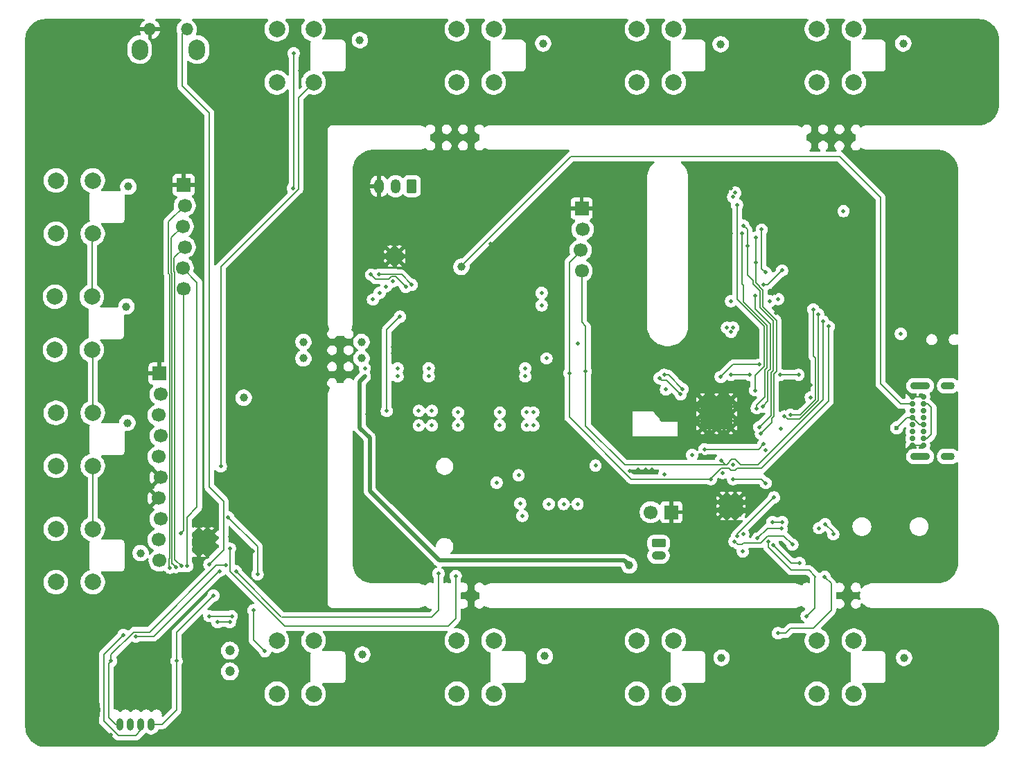
<source format=gbr>
%TF.GenerationSoftware,KiCad,Pcbnew,9.0.2-9.0.2-0~ubuntu24.04.1*%
%TF.CreationDate,2025-06-12T00:39:10-04:00*%
%TF.ProjectId,minstro_combined_board,6d696e73-7472-46f5-9f63-6f6d62696e65,rev?*%
%TF.SameCoordinates,Original*%
%TF.FileFunction,Copper,L4,Bot*%
%TF.FilePolarity,Positive*%
%FSLAX46Y46*%
G04 Gerber Fmt 4.6, Leading zero omitted, Abs format (unit mm)*
G04 Created by KiCad (PCBNEW 9.0.2-9.0.2-0~ubuntu24.04.1) date 2025-06-12 00:39:10*
%MOMM*%
%LPD*%
G01*
G04 APERTURE LIST*
G04 Aperture macros list*
%AMRoundRect*
0 Rectangle with rounded corners*
0 $1 Rounding radius*
0 $2 $3 $4 $5 $6 $7 $8 $9 X,Y pos of 4 corners*
0 Add a 4 corners polygon primitive as box body*
4,1,4,$2,$3,$4,$5,$6,$7,$8,$9,$2,$3,0*
0 Add four circle primitives for the rounded corners*
1,1,$1+$1,$2,$3*
1,1,$1+$1,$4,$5*
1,1,$1+$1,$6,$7*
1,1,$1+$1,$8,$9*
0 Add four rect primitives between the rounded corners*
20,1,$1+$1,$2,$3,$4,$5,0*
20,1,$1+$1,$4,$5,$6,$7,0*
20,1,$1+$1,$6,$7,$8,$9,0*
20,1,$1+$1,$8,$9,$2,$3,0*%
G04 Aperture macros list end*
%TA.AperFunction,ComponentPad*%
%ADD10R,1.700000X1.700000*%
%TD*%
%TA.AperFunction,ComponentPad*%
%ADD11C,1.700000*%
%TD*%
%TA.AperFunction,HeatsinkPad*%
%ADD12C,0.500000*%
%TD*%
%TA.AperFunction,HeatsinkPad*%
%ADD13R,2.600000X2.600000*%
%TD*%
%TA.AperFunction,ComponentPad*%
%ADD14O,2.000000X2.500000*%
%TD*%
%TA.AperFunction,ComponentPad*%
%ADD15O,1.500000X1.500000*%
%TD*%
%TA.AperFunction,ComponentPad*%
%ADD16C,2.000000*%
%TD*%
%TA.AperFunction,ComponentPad*%
%ADD17C,0.700000*%
%TD*%
%TA.AperFunction,ComponentPad*%
%ADD18O,2.400000X0.900000*%
%TD*%
%TA.AperFunction,ComponentPad*%
%ADD19O,1.700000X0.900000*%
%TD*%
%TA.AperFunction,ComponentPad*%
%ADD20RoundRect,0.250000X0.350000X0.625000X-0.350000X0.625000X-0.350000X-0.625000X0.350000X-0.625000X0*%
%TD*%
%TA.AperFunction,ComponentPad*%
%ADD21O,1.200000X1.750000*%
%TD*%
%TA.AperFunction,ComponentPad*%
%ADD22C,6.400000*%
%TD*%
%TA.AperFunction,HeatsinkPad*%
%ADD23R,4.000000X4.000000*%
%TD*%
%TA.AperFunction,SMDPad,CuDef*%
%ADD24O,0.800000X1.500000*%
%TD*%
%TA.AperFunction,HeatsinkPad*%
%ADD25R,2.500000X2.500000*%
%TD*%
%TA.AperFunction,ComponentPad*%
%ADD26RoundRect,0.250000X-0.615000X0.265000X-0.615000X-0.265000X0.615000X-0.265000X0.615000X0.265000X0*%
%TD*%
%TA.AperFunction,ComponentPad*%
%ADD27O,1.730000X1.030000*%
%TD*%
%TA.AperFunction,HeatsinkPad*%
%ADD28R,1.600000X1.600000*%
%TD*%
%TA.AperFunction,HeatsinkPad*%
%ADD29C,1.200000*%
%TD*%
%TA.AperFunction,ViaPad*%
%ADD30C,0.500000*%
%TD*%
%TA.AperFunction,ViaPad*%
%ADD31C,1.000000*%
%TD*%
%TA.AperFunction,ViaPad*%
%ADD32C,0.600000*%
%TD*%
%TA.AperFunction,Conductor*%
%ADD33C,0.200000*%
%TD*%
%TA.AperFunction,Conductor*%
%ADD34C,0.500000*%
%TD*%
G04 APERTURE END LIST*
D10*
%TO.P,J402,1,Pin_1*%
%TO.N,GND*%
X143500000Y-73690000D03*
D11*
%TO.P,J402,2,Pin_2*%
%TO.N,+3.3V*%
X143627000Y-76230000D03*
%TO.P,J402,3,Pin_3*%
%TO.N,/I2C_SDA*%
X143373000Y-78770000D03*
%TO.P,J402,4,Pin_4*%
%TO.N,/I2C_SCL*%
X143500000Y-81310000D03*
%TD*%
D12*
%TO.P,U701,25,GND*%
%TO.N,GND*%
X98300000Y-113400000D03*
X97250000Y-113400000D03*
X96200000Y-113400000D03*
X98300000Y-114450000D03*
X97250000Y-114450000D03*
D13*
X97250000Y-114450000D03*
D12*
X96200000Y-114450000D03*
X98300000Y-115500000D03*
X97250000Y-115500000D03*
X96200000Y-115500000D03*
%TD*%
D14*
%TO.P,S917,*%
%TO.N,*%
X96500000Y-54250000D03*
X89500000Y-54250000D03*
D15*
%TO.P,S917,1,1*%
%TO.N,/HMI Controller/POW_SW*%
X95250000Y-51760000D03*
%TO.P,S917,2,2*%
%TO.N,GND*%
X90750000Y-51750000D03*
%TD*%
D16*
%TO.P,S902,*%
%TO.N,*%
X128250000Y-51750000D03*
X128250000Y-58250000D03*
%TO.P,S902,5*%
%TO.N,/HMI Controller/ROW_A*%
X132750000Y-51750000D03*
X132750000Y-58250000D03*
%TD*%
%TO.P,S903,*%
%TO.N,*%
X150250000Y-51750000D03*
X150250000Y-58250000D03*
%TO.P,S903,5*%
%TO.N,/HMI Controller/ROW_A*%
X154750000Y-51750000D03*
X154750000Y-58250000D03*
%TD*%
%TO.P,S910,*%
%TO.N,*%
X128250000Y-126500000D03*
X128250000Y-133000000D03*
%TO.P,S910,5*%
%TO.N,/HMI Controller/ROW_C*%
X132750000Y-126500000D03*
X132750000Y-133000000D03*
%TD*%
%TO.P,S907,*%
%TO.N,*%
X79250000Y-98650000D03*
X79250000Y-105150000D03*
%TO.P,S907,5*%
%TO.N,/HMI Controller/ROW_B*%
X83750000Y-98650000D03*
X83750000Y-105150000D03*
%TD*%
%TO.P,S911,*%
%TO.N,*%
X150250000Y-126500000D03*
X150250000Y-133000000D03*
%TO.P,S911,5*%
%TO.N,/HMI Controller/ROW_C*%
X154750000Y-126500000D03*
X154750000Y-133000000D03*
%TD*%
%TO.P,S909,*%
%TO.N,*%
X106250000Y-126500000D03*
X106250000Y-133000000D03*
%TO.P,S909,5*%
%TO.N,/HMI Controller/ROW_C*%
X110750000Y-126500000D03*
X110750000Y-133000000D03*
%TD*%
%TO.P,S901,*%
%TO.N,*%
X106250000Y-51750000D03*
X106250000Y-58250000D03*
%TO.P,S901,5*%
%TO.N,/HMI Controller/ROW_A*%
X110750000Y-51750000D03*
X110750000Y-58250000D03*
%TD*%
%TO.P,S912,*%
%TO.N,*%
X172250000Y-126500000D03*
X172250000Y-133000000D03*
%TO.P,S912,5*%
%TO.N,/HMI Controller/ROW_C*%
X176750000Y-126500000D03*
X176750000Y-133000000D03*
%TD*%
%TO.P,S908,*%
%TO.N,*%
X79250000Y-112850000D03*
X79250000Y-119350000D03*
%TO.P,S908,5*%
%TO.N,/HMI Controller/ROW_B*%
X83750000Y-112850000D03*
X83750000Y-119350000D03*
%TD*%
%TO.P,S905,*%
%TO.N,*%
X79250000Y-70250000D03*
X79250000Y-76750000D03*
%TO.P,S905,5*%
%TO.N,/HMI Controller/ROW_B*%
X83750000Y-70250000D03*
X83750000Y-76750000D03*
%TD*%
%TO.P,S906,*%
%TO.N,*%
X79150000Y-84450000D03*
X79150000Y-90950000D03*
%TO.P,S906,5*%
%TO.N,/HMI Controller/ROW_B*%
X83650000Y-84450000D03*
X83650000Y-90950000D03*
%TD*%
%TO.P,S904,*%
%TO.N,*%
X172250000Y-51750000D03*
X172250000Y-58250000D03*
%TO.P,S904,5*%
%TO.N,/HMI Controller/ROW_A*%
X176750000Y-51750000D03*
X176750000Y-58250000D03*
%TD*%
D17*
%TO.P,J403,A1,GND*%
%TO.N,GND*%
X183890000Y-102650000D03*
%TO.P,J403,A4,VBUS*%
%TO.N,/Battery/Vusb*%
X183890000Y-101800000D03*
%TO.P,J403,A5,CC1*%
%TO.N,Net-(J403-CC1)*%
X183890000Y-100950000D03*
%TO.P,J403,A6,D+*%
%TO.N,/ESP32 Microcontroller/USB_P*%
X183890000Y-100100000D03*
%TO.P,J403,A7,D-*%
%TO.N,/ESP32 Microcontroller/USB_N*%
X183890000Y-99250000D03*
%TO.P,J403,A8,SBU1*%
%TO.N,unconnected-(J403-SBU1-PadA8)*%
X183890000Y-98400000D03*
%TO.P,J403,A9,VBUS*%
%TO.N,/Battery/Vusb*%
X183890000Y-97550000D03*
%TO.P,J403,A12,GND*%
%TO.N,GND*%
X183890000Y-96700000D03*
%TO.P,J403,B1,GND*%
X185240000Y-96700000D03*
%TO.P,J403,B4,VBUS*%
%TO.N,/Battery/Vusb*%
X185240000Y-97550000D03*
%TO.P,J403,B5,CC2*%
%TO.N,Net-(J403-CC2)*%
X185240000Y-98400000D03*
%TO.P,J403,B6,D+*%
%TO.N,/ESP32 Microcontroller/USB_P*%
X185240000Y-99250000D03*
%TO.P,J403,B7,D-*%
%TO.N,/ESP32 Microcontroller/USB_N*%
X185240000Y-100100000D03*
%TO.P,J403,B8,SBU2*%
%TO.N,unconnected-(J403-SBU2-PadB8)*%
X185240000Y-100950000D03*
%TO.P,J403,B9,VBUS*%
%TO.N,/Battery/Vusb*%
X185240000Y-101800000D03*
%TO.P,J403,B12,GND*%
%TO.N,GND*%
X185240000Y-102650000D03*
D18*
%TO.P,J403,S1,SHIELD*%
%TO.N,unconnected-(J403-SHIELD-PadS1)_3*%
X184870000Y-104000000D03*
D19*
%TO.N,unconnected-(J403-SHIELD-PadS1)_2*%
X188250000Y-104000000D03*
D18*
%TO.N,unconnected-(J403-SHIELD-PadS1)_1*%
X184870000Y-95350000D03*
D19*
%TO.N,unconnected-(J403-SHIELD-PadS1)*%
X188250000Y-95350000D03*
%TD*%
D11*
%TO.P,J1001,6,Pin_6*%
%TO.N,/HMI Controller/VFO_SW*%
X94873000Y-83480000D03*
%TO.P,J1001,5,Pin_5*%
%TO.N,/HMI Controller/VFO_ADJ_B*%
X94746000Y-80940000D03*
%TO.P,J1001,4,Pin_4*%
%TO.N,/HMI Controller/VFO_ADJ_A*%
X95000000Y-78400000D03*
%TO.P,J1001,3,Pin_3*%
%TO.N,/HMI Controller/VFO_B*%
X94746000Y-75860000D03*
%TO.P,J1001,2,Pin_2*%
%TO.N,/HMI Controller/VFO_A*%
X95000000Y-73320000D03*
D10*
%TO.P,J1001,1,Pin_1*%
%TO.N,GND*%
X94873000Y-70780000D03*
%TD*%
%TO.P,J801,1,Pin_1*%
%TO.N,GND*%
X91927000Y-93860000D03*
D11*
%TO.P,J801,2,Pin_2*%
%TO.N,/Nav Switch/Nav_Up_VD*%
X92054000Y-96400000D03*
%TO.P,J801,3,Pin_3*%
%TO.N,/Nav Switch/Nav_Down_VD*%
X91800000Y-98940000D03*
%TO.P,J801,4,Pin_4*%
%TO.N,/Nav Switch/Nav_Left_VD*%
X92054000Y-101480000D03*
%TO.P,J801,5,Pin_5*%
%TO.N,/Nav Switch/Nav_Right_VD*%
X91800000Y-104020000D03*
%TO.P,J801,6,Pin_6*%
%TO.N,GND*%
X92054000Y-106560000D03*
%TO.P,J801,7,Pin_7*%
X91800000Y-109100000D03*
%TO.P,J801,8,Pin_8*%
%TO.N,/HMI Controller/NAV_A*%
X92054000Y-111640000D03*
%TO.P,J801,9,Pin_9*%
%TO.N,/HMI Controller/NAV_B*%
X91800000Y-114180000D03*
%TO.P,J801,10,Pin_10*%
%TO.N,/HMI Controller/NAV_SW*%
X91927000Y-116720000D03*
%TD*%
D20*
%TO.P,J301,1,Pin_1*%
%TO.N,/Battery/BATT_TS*%
X122750000Y-70950000D03*
D21*
%TO.P,J301,2,Pin_2*%
%TO.N,+BATT*%
X120750000Y-70950000D03*
%TO.P,J301,3,Pin_3*%
%TO.N,GND*%
X118750000Y-70950000D03*
%TD*%
D22*
%TO.P,H101,1,1*%
%TO.N,GND*%
X190000000Y-55000000D03*
%TD*%
D12*
%TO.P,U401,57,GND*%
%TO.N,GND*%
X158250000Y-100500000D03*
X160000000Y-100500000D03*
X161750000Y-100500000D03*
X158250000Y-98750000D03*
X160000000Y-98750000D03*
D23*
X160000000Y-98750000D03*
D12*
X161750000Y-98750000D03*
X158250000Y-97000000D03*
X160000000Y-97000000D03*
X161750000Y-97000000D03*
%TD*%
D24*
%TO.P,J701,2,NRST*%
%TO.N,/HMI Controller/~{RST}*%
X90905000Y-136729500D03*
%TO.P,J701,4,SWCLK*%
%TO.N,/HMI Controller/SWCLK*%
X89635000Y-136729500D03*
%TO.P,J701,6,SWO*%
%TO.N,unconnected-(J701-SWO-Pad6)*%
X88365000Y-136729500D03*
%TO.P,J701,8,SWDIO*%
%TO.N,/HMI Controller/SWDIO*%
X87095000Y-136729500D03*
%TD*%
D12*
%TO.P,U501,33,VSSD*%
%TO.N,GND*%
X162750000Y-111050000D03*
X162750000Y-110050000D03*
X162750000Y-109050000D03*
X161750000Y-111050000D03*
X161750000Y-110050000D03*
D25*
X161750000Y-110050000D03*
D12*
X161750000Y-109050000D03*
X160750000Y-111050000D03*
X160750000Y-110050000D03*
X160750000Y-109050000D03*
%TD*%
D26*
%TO.P,J502,1,Pin_1*%
%TO.N,/Audio/SP_N*%
X152900000Y-114600000D03*
D27*
%TO.P,J502,2,Pin_2*%
%TO.N,/Audio/SP_P*%
X152900000Y-116100000D03*
%TD*%
D12*
%TO.P,U301,17,VSS*%
%TO.N,GND*%
X121200000Y-78950000D03*
X120100000Y-78950000D03*
D28*
X120650000Y-79500000D03*
D12*
X121200000Y-80050000D03*
X120100000Y-80050000D03*
%TD*%
D22*
%TO.P,H102,1,1*%
%TO.N,GND*%
X81500000Y-55000000D03*
%TD*%
D10*
%TO.P,J401,1,Pin_1*%
%TO.N,GND*%
X154475000Y-110800000D03*
D11*
%TO.P,J401,2,Pin_2*%
%TO.N,/ESP32 Microcontroller/BOOT_MODE*%
X151935000Y-110800000D03*
%TD*%
D22*
%TO.P,H104,1,1*%
%TO.N,GND*%
X81500000Y-135000000D03*
%TD*%
%TO.P,H103,1,1*%
%TO.N,GND*%
X189900000Y-135000000D03*
%TD*%
D29*
%TO.P,MK501,1,-*%
%TO.N,/Audio/Mic_P*%
X100500000Y-127730000D03*
%TO.P,MK501,2,+*%
%TO.N,/Audio/Mic_HS_N*%
X100500000Y-130270000D03*
%TD*%
D30*
%TO.N,/HMI Controller/VFO_SW*%
X94500000Y-113400000D03*
D31*
%TO.N,+5V*%
X102200000Y-96800000D03*
D30*
%TO.N,/HMI Controller/SWCLK*%
X87500000Y-125800000D03*
%TO.N,+3.3V*%
X121300000Y-86900000D03*
X119675000Y-98425000D03*
X153600000Y-106200000D03*
X143000000Y-90200000D03*
X138600000Y-85500000D03*
X138600000Y-84000000D03*
%TO.N,GND*%
X149400000Y-114100000D03*
X145500000Y-108300000D03*
X162000000Y-105000000D03*
X94000000Y-118700000D03*
X95400000Y-118700000D03*
X96400000Y-117900000D03*
X98600000Y-111100000D03*
X98600000Y-110000000D03*
X121400000Y-103600000D03*
X121100000Y-116600000D03*
X136400000Y-90900000D03*
X128900000Y-86200000D03*
%TO.N,+3.3V*%
X157000000Y-103800000D03*
%TO.N,GND*%
X130400000Y-90500000D03*
%TO.N,/HMI Controller/POW_SW*%
X98000000Y-117200000D03*
%TO.N,/HMI Controller/VFO_A*%
X93200000Y-117600000D03*
%TO.N,/HMI Controller/VFO_B*%
X93900000Y-117500000D03*
%TO.N,/HMI Controller/VFO_ADJ_A*%
X94599997Y-117400000D03*
%TO.N,/HMI Controller/VFO_ADJ_B*%
X95300000Y-117400000D03*
%TO.N,/HMI Controller/ROW_A*%
X99400000Y-105200000D03*
%TO.N,/HMI Controller/RGB_DATA*%
X108300000Y-54700000D03*
X108200000Y-71200000D03*
%TO.N,GND*%
X105800000Y-53800000D03*
X109100000Y-56800000D03*
D31*
%TO.N,+5V*%
X116400000Y-53100000D03*
D30*
%TO.N,GND*%
X127800000Y-53600000D03*
X131200000Y-56900000D03*
D31*
%TO.N,+5V*%
X138800000Y-53500000D03*
D30*
%TO.N,GND*%
X149700000Y-53600000D03*
X152800000Y-57000000D03*
D31*
%TO.N,+5V*%
X160500000Y-53600000D03*
D30*
%TO.N,GND*%
X171700000Y-53800000D03*
X174800000Y-56800000D03*
D31*
%TO.N,+5V*%
X182800000Y-53500000D03*
X88100000Y-71000000D03*
X87856405Y-85658636D03*
X87972193Y-99880790D03*
X89600000Y-115800000D03*
D30*
%TO.N,GND*%
X82300000Y-118000000D03*
X78900000Y-115500000D03*
X82000000Y-103700000D03*
X78900000Y-100700000D03*
X78300000Y-86500000D03*
X82200000Y-89700000D03*
X81900000Y-75300000D03*
X80500000Y-71900000D03*
X105900000Y-128900000D03*
X127700000Y-128700000D03*
X150100000Y-128300000D03*
X171900000Y-128400000D03*
X174800000Y-131900000D03*
X152900000Y-131900000D03*
X131100000Y-131500000D03*
X108700000Y-131900000D03*
D31*
%TO.N,+5V*%
X116700000Y-128200000D03*
X139000000Y-128400000D03*
X182900000Y-128600000D03*
X160600000Y-128600000D03*
D30*
%TO.N,/HMI Controller/ROW_C*%
X103400000Y-122800000D03*
X104800000Y-127800000D03*
X100300000Y-111400000D03*
X103900000Y-118400000D03*
%TO.N,/Audio/Mic_HS_N*%
X173200000Y-118700000D03*
X167500000Y-125600000D03*
%TO.N,Net-(U501-LMICN)*%
X170100000Y-117000000D03*
%TO.N,Net-(U501-LMICP)*%
X171000000Y-123500000D03*
%TO.N,GND*%
X86000000Y-138000000D03*
X90000000Y-131000000D03*
X89000000Y-131000000D03*
X92000000Y-131000000D03*
%TO.N,/HMI Controller/SWCLK*%
X99250000Y-118000000D03*
X89000000Y-126000000D03*
%TO.N,/HMI Controller/~{RST}*%
X94000000Y-129000000D03*
%TO.N,/HMI Controller/SWDIO*%
X86000000Y-129000000D03*
%TO.N,/ESP32 Microcontroller/HMI_INT*%
X100500000Y-115250000D03*
%TO.N,/ESP32 Microcontroller/HMI_WAKE*%
X101250000Y-118000000D03*
%TO.N,/I2C_SCL*%
X100500000Y-124250000D03*
X99000000Y-124250000D03*
%TO.N,/I2C_SDA*%
X100750000Y-123500000D03*
X98000000Y-123500000D03*
%TO.N,GND*%
X90750000Y-134750000D03*
%TO.N,/HMI Controller/SWDIO*%
X100000000Y-117250000D03*
%TO.N,/HMI Controller/~{RST}*%
X98500000Y-121000000D03*
%TO.N,GND*%
X132325000Y-78000000D03*
X176400000Y-101600000D03*
X152000000Y-107800000D03*
X149400000Y-105800000D03*
X127000000Y-77000000D03*
X152100000Y-105600000D03*
X142750000Y-117750000D03*
X131200000Y-114200000D03*
X140250000Y-115250000D03*
X145250000Y-119000000D03*
X121600000Y-91400000D03*
X151400000Y-103700000D03*
X103300000Y-115600000D03*
X185000000Y-88500000D03*
X166500000Y-83750000D03*
X180500000Y-118000000D03*
X174750000Y-107000000D03*
X167500000Y-80250000D03*
X174750000Y-70750000D03*
X171500000Y-95250000D03*
X161750000Y-118500000D03*
X167250000Y-86500000D03*
X170600000Y-101800000D03*
X151250000Y-96500000D03*
X155300000Y-103300000D03*
X129000000Y-73000000D03*
X121600000Y-90600000D03*
X125600000Y-90600000D03*
X181500000Y-93750000D03*
X133800000Y-96000000D03*
X186750000Y-105750000D03*
X125600000Y-95800000D03*
X163250000Y-117500000D03*
X181250000Y-99575000D03*
X103100000Y-108800000D03*
X139000000Y-89000000D03*
X185500000Y-106750000D03*
X185500000Y-93000000D03*
X142750000Y-112750000D03*
X131200000Y-107600000D03*
X179000000Y-99575000D03*
X120400000Y-91400000D03*
X155600000Y-94400000D03*
X155900000Y-102700000D03*
X149400000Y-107600000D03*
X186500000Y-88000000D03*
X166000000Y-103250000D03*
X124400000Y-90600000D03*
X100500000Y-113800000D03*
X184000000Y-108750000D03*
X121000000Y-90600000D03*
X117300000Y-98800000D03*
X149750000Y-103500000D03*
X132325000Y-79500000D03*
X164750000Y-118500000D03*
X161750000Y-76750000D03*
X176400000Y-96700000D03*
X128200000Y-95800000D03*
X132500000Y-111000000D03*
X148250000Y-119250000D03*
X148400000Y-106700000D03*
X129400000Y-94600000D03*
X148500000Y-102250000D03*
X162250000Y-87250000D03*
X177000000Y-88400000D03*
X124400000Y-91400000D03*
X136400000Y-96000000D03*
X148500000Y-85250000D03*
X101900000Y-115600000D03*
X151300000Y-105600000D03*
X161750000Y-71250000D03*
X167142228Y-84034456D03*
X151800000Y-103200000D03*
X150400000Y-105600000D03*
X120400000Y-90600000D03*
X125000000Y-91400000D03*
X121000000Y-91400000D03*
X125000000Y-90600000D03*
X152250000Y-97750000D03*
X132325000Y-81000000D03*
X118000000Y-74500000D03*
X158100000Y-103800000D03*
X125600000Y-91400000D03*
%TO.N,+3.3V*%
X128400000Y-100200000D03*
X171500000Y-96750000D03*
X163250000Y-113500000D03*
X163200000Y-115600000D03*
X172500000Y-112750000D03*
X143000000Y-109800000D03*
X137600000Y-98600000D03*
X153800000Y-95800000D03*
X136800000Y-100200000D03*
X135800000Y-106300000D03*
X182500000Y-89000000D03*
X136000000Y-109750000D03*
X139200000Y-92000000D03*
X133100000Y-107200000D03*
X125200000Y-98400000D03*
X136250000Y-111250000D03*
X145200000Y-105100000D03*
X133500000Y-100200000D03*
X160750000Y-106000000D03*
X161250000Y-88250000D03*
X162000000Y-106750000D03*
X141300000Y-109800000D03*
X175500000Y-74000000D03*
X166000000Y-107250000D03*
X167500000Y-84750000D03*
X161750000Y-85000000D03*
X123600000Y-98400000D03*
X133500000Y-98600000D03*
X136800000Y-98600000D03*
X162000000Y-88250000D03*
X137600000Y-100200000D03*
X139500000Y-109800000D03*
X162250000Y-71750000D03*
X128400000Y-98600000D03*
X123600000Y-100200000D03*
X162000000Y-72250000D03*
X167800000Y-100600000D03*
X161750000Y-88750000D03*
X166500000Y-85000000D03*
X125200000Y-100200000D03*
D31*
%TO.N,/Battery/Vusb*%
X128800000Y-80800000D03*
D30*
%TO.N,/ESP32 Microcontroller/CHIP_EN*%
X165700000Y-102500000D03*
X158500000Y-103099997D03*
D32*
%TO.N,/ESP32 Microcontroller/USB_N*%
X182000000Y-100500000D03*
D30*
%TO.N,/Audio/L_HS*%
X162500000Y-113750000D03*
X167000000Y-109000000D03*
%TO.N,/Audio/R_HS*%
X162186949Y-114376102D03*
X169250000Y-114750000D03*
%TO.N,/ESP32 Microcontroller/SD_DAT1*%
X153600000Y-94000000D03*
X155821360Y-95735919D03*
%TO.N,/ESP32 Microcontroller/SD_DAT0*%
X155600000Y-96400000D03*
X153000000Y-94400000D03*
%TO.N,/Display Connectors/DISP_TS_INT*%
X168300000Y-99100000D03*
X172400000Y-86600000D03*
%TO.N,/Display Connectors/DISP_TS_RST*%
X171800000Y-86000000D03*
X169000000Y-98900000D03*
%TO.N,Net-(U501-LMICP)*%
X166299753Y-114439852D03*
%TO.N,/Display Connectors/DISP_SDA*%
X164900000Y-98100000D03*
X163109620Y-76690380D03*
%TO.N,/Display Connectors/DISP_RST*%
X168000000Y-81250000D03*
X165750000Y-83000000D03*
X164700000Y-84300000D03*
X165600000Y-97900000D03*
%TO.N,/Display Connectors/DISP_CS*%
X164700000Y-95900000D03*
X166000000Y-81500000D03*
X165500000Y-76250000D03*
X162500000Y-73250000D03*
%TO.N,/Display Connectors/DISP_DC*%
X164750000Y-77250000D03*
X165400000Y-101200000D03*
X164750000Y-80250000D03*
%TO.N,/Display Connectors/DISP_SCL*%
X165200000Y-100400000D03*
X163250000Y-75750000D03*
X163750000Y-78250000D03*
%TO.N,/Battery/PWR_GOOD*%
X117750000Y-81750000D03*
X122000000Y-83250000D03*
%TO.N,/Battery/PWR_CHRG*%
X118750000Y-81750000D03*
X122750000Y-83000000D03*
%TO.N,Net-(U501-LMICN)*%
X166900000Y-114800000D03*
%TO.N,/Audio/Mic_HS_N*%
X167925000Y-112825000D03*
X165000000Y-114000000D03*
%TO.N,+5V*%
X117000000Y-94200000D03*
X136600000Y-94200000D03*
D31*
X116600000Y-92000000D03*
D30*
X119600000Y-83200000D03*
D31*
X149300000Y-117300000D03*
D30*
X118800000Y-84000000D03*
X136600000Y-93200000D03*
D31*
X109500000Y-92000000D03*
D30*
X124800000Y-93200000D03*
X120400000Y-82600000D03*
X118000000Y-84800000D03*
X121000000Y-94200000D03*
D31*
X116600000Y-90000000D03*
D30*
X121000000Y-93200000D03*
X124800000Y-94200000D03*
D31*
X109500000Y-90000000D03*
D30*
X117000000Y-93200000D03*
%TO.N,/ESP32 Microcontroller/HMI_WAKE*%
X126000000Y-118300000D03*
%TO.N,/ESP32 Microcontroller/HMI_INT*%
X128100000Y-118600000D03*
%TO.N,/ESP32 Microcontroller/SPIFLASH_Q*%
X160500000Y-94250000D03*
X165250000Y-92750000D03*
%TO.N,/Audio/R_HS_N*%
X174250000Y-113500000D03*
X166800000Y-112000000D03*
X168000000Y-112000000D03*
X173250000Y-112250000D03*
%TO.N,/ESP32 Microcontroller/SPIFLASH_CS0*%
X164000000Y-94000000D03*
X161750000Y-94000000D03*
X170000000Y-94000000D03*
X167750000Y-94000000D03*
%TO.N,/I2C_SDA*%
X142000000Y-93800000D03*
X173700000Y-88100000D03*
X159300000Y-106750000D03*
%TO.N,/I2C_SCL*%
X160540000Y-104460000D03*
X144000000Y-93600000D03*
X173000000Y-87500000D03*
%TD*%
D33*
%TO.N,/I2C_SDA*%
X142000000Y-93800000D02*
X142000000Y-80270000D01*
X142000000Y-80270000D02*
X143500000Y-78770000D01*
%TO.N,/I2C_SCL*%
X144000000Y-93600000D02*
X144000000Y-88100000D01*
X144000000Y-88100000D02*
X143500000Y-87600000D01*
X143500000Y-87600000D02*
X143500000Y-81310000D01*
%TO.N,/HMI Controller/VFO_SW*%
X94500000Y-113400000D02*
X94873000Y-113027000D01*
X94873000Y-113027000D02*
X94873000Y-83480000D01*
%TO.N,/HMI Controller/SWCLK*%
X89000000Y-138100000D02*
X86879232Y-138100000D01*
X85100000Y-136320768D02*
X85100000Y-128700000D01*
X85100000Y-128700000D02*
X85100000Y-128200000D01*
X85100000Y-128200000D02*
X87500000Y-125800000D01*
X89635000Y-136729500D02*
X89635000Y-137465000D01*
X89635000Y-137465000D02*
X89000000Y-138100000D01*
X86879232Y-138100000D02*
X85100000Y-136320768D01*
%TO.N,+3.3V*%
X119675000Y-98425000D02*
X119675000Y-88525000D01*
X119675000Y-88525000D02*
X121300000Y-86900000D01*
%TO.N,/I2C_SDA*%
X173700000Y-97200000D02*
X173700000Y-88100000D01*
X161730761Y-105650000D02*
X162269239Y-105650000D01*
%TO.N,/I2C_SCL*%
X162919239Y-105000000D02*
X165029232Y-105000000D01*
%TO.N,/I2C_SDA*%
X165451000Y-105449000D02*
X173700000Y-97200000D01*
%TO.N,/I2C_SCL*%
X161200000Y-105000000D02*
X161850000Y-104350000D01*
X162269239Y-104350000D02*
X162919239Y-105000000D01*
X161850000Y-104350000D02*
X162269239Y-104350000D01*
X165029232Y-105000000D02*
X173000000Y-97029232D01*
%TO.N,/I2C_SDA*%
X161529761Y-105449000D02*
X161730761Y-105650000D01*
X159300000Y-106670768D02*
X160521768Y-105449000D01*
X160521768Y-105449000D02*
X161529761Y-105449000D01*
X159300000Y-106750000D02*
X159300000Y-106670768D01*
X162269239Y-105650000D02*
X162470239Y-105449000D01*
X162470239Y-105449000D02*
X165451000Y-105449000D01*
%TO.N,/I2C_SCL*%
X173000000Y-97029232D02*
X173000000Y-87500000D01*
%TO.N,/HMI Controller/SWDIO*%
X100000000Y-117250000D02*
X98869239Y-117250000D01*
X98869239Y-117250000D02*
X90670239Y-125449000D01*
X90670239Y-125449000D02*
X88771768Y-125449000D01*
X88771768Y-125449000D02*
X86000000Y-128220768D01*
X86000000Y-128220768D02*
X86000000Y-129000000D01*
%TO.N,/HMI Controller/SWCLK*%
X99250000Y-118000000D02*
X99200000Y-118000000D01*
X99200000Y-118000000D02*
X91200000Y-126000000D01*
X91200000Y-126000000D02*
X89000000Y-126000000D01*
%TO.N,/HMI Controller/POW_SW*%
X95250000Y-51760000D02*
X94700000Y-52310000D01*
X94700000Y-52310000D02*
X94700000Y-58700000D01*
X99749000Y-109900000D02*
X99749000Y-115451000D01*
X99749000Y-115451000D02*
X98000000Y-117200000D01*
X94700000Y-58700000D02*
X98000000Y-62000000D01*
X98000000Y-62000000D02*
X98000000Y-107700000D01*
X98000000Y-107700000D02*
X99750000Y-109450000D01*
X99750000Y-109450000D02*
X99750000Y-109899000D01*
X99750000Y-109899000D02*
X99749000Y-109900000D01*
%TO.N,/HMI Controller/VFO_ADJ_B*%
X95300000Y-111400000D02*
X96500000Y-110200000D01*
X95300000Y-117400000D02*
X95300000Y-111400000D01*
%TO.N,/I2C_SDA*%
X159300000Y-106750000D02*
X149800000Y-106750000D01*
X149800000Y-106750000D02*
X149550000Y-106750000D01*
X149550000Y-106750000D02*
X142000000Y-99200000D01*
X142000000Y-99200000D02*
X142000000Y-98900000D01*
X142000000Y-98900000D02*
X142000000Y-93800000D01*
%TO.N,/HMI Controller/VFO_ADJ_A*%
X94599997Y-117400000D02*
X93765000Y-116565003D01*
X93765000Y-116565003D02*
X93765000Y-81473623D01*
X93765000Y-81473623D02*
X93675000Y-81383623D01*
X93675000Y-81383623D02*
X93675000Y-79725000D01*
X93675000Y-79725000D02*
X95000000Y-78400000D01*
%TO.N,/HMI Controller/VFO_B*%
X93544000Y-117144000D02*
X93515623Y-117144000D01*
%TO.N,/HMI Controller/VFO_A*%
X93125000Y-81738719D02*
X93125000Y-116422452D01*
X93035000Y-75285000D02*
X93035000Y-81648719D01*
X93125000Y-116422452D02*
X93053811Y-116493641D01*
X93035000Y-81648719D02*
X93125000Y-81738719D01*
X95000000Y-73320000D02*
X93035000Y-75285000D01*
X93053811Y-116493641D02*
X93053811Y-117453811D01*
%TO.N,/HMI Controller/VFO_B*%
X94746000Y-75860000D02*
X93355000Y-77251000D01*
%TO.N,/HMI Controller/VFO_A*%
X93053811Y-117453811D02*
X93200000Y-117600000D01*
%TO.N,/HMI Controller/VFO_B*%
X93900000Y-117500000D02*
X93544000Y-117144000D01*
X93355000Y-77251000D02*
X93355000Y-81516171D01*
X93355000Y-81516171D02*
X93445000Y-81606171D01*
X93445000Y-81606171D02*
X93445000Y-117073377D01*
X93445000Y-117073377D02*
X93515623Y-117144000D01*
%TO.N,/HMI Controller/VFO_ADJ_B*%
X96500000Y-82694000D02*
X94746000Y-80940000D01*
X96500000Y-110200000D02*
X96500000Y-82694000D01*
%TO.N,/HMI Controller/ROW_A*%
X108900000Y-60100000D02*
X110750000Y-58250000D01*
X108879232Y-71300000D02*
X108900000Y-71300000D01*
X99400000Y-105200000D02*
X99400000Y-80779232D01*
X99400000Y-80779232D02*
X108879232Y-71300000D01*
X108900000Y-71300000D02*
X108900000Y-60100000D01*
%TO.N,/HMI Controller/RGB_DATA*%
X108300000Y-71100000D02*
X108200000Y-71200000D01*
X108300000Y-54700000D02*
X108300000Y-71100000D01*
%TO.N,/HMI Controller/ROW_B*%
X83650000Y-84450000D02*
X83650000Y-76850000D01*
X83750000Y-98650000D02*
X83750000Y-91050000D01*
X83750000Y-112850000D02*
X83750000Y-105150000D01*
%TO.N,/HMI Controller/ROW_C*%
X103400000Y-122800000D02*
X103400000Y-126400000D01*
X103400000Y-126400000D02*
X104800000Y-127800000D01*
X103900000Y-115000000D02*
X103900000Y-118400000D01*
X100300000Y-111400000D02*
X103900000Y-115000000D01*
%TO.N,/Audio/Mic_HS_N*%
X171800000Y-125000000D02*
X169000000Y-125000000D01*
X171800000Y-125000000D02*
X174000000Y-122800000D01*
X173200000Y-118700000D02*
X174000000Y-119500000D01*
X174000000Y-119500000D02*
X174000000Y-122800000D01*
X169000000Y-125000000D02*
X168400000Y-125600000D01*
X168400000Y-125600000D02*
X167500000Y-125600000D01*
%TO.N,Net-(U501-LMICN)*%
X170100000Y-117000000D02*
X169100000Y-117000000D01*
%TO.N,Net-(U501-LMICP)*%
X171000000Y-123500000D02*
X172000000Y-122500000D01*
X172000000Y-122500000D02*
X172000000Y-118800000D01*
X172000000Y-118800000D02*
X172100000Y-118700000D01*
X172100000Y-118700000D02*
X171300000Y-117900000D01*
X171300000Y-117900000D02*
X169100000Y-117900000D01*
X169100000Y-117900000D02*
X166299753Y-115099753D01*
X166299753Y-115099753D02*
X166299753Y-114439852D01*
%TO.N,Net-(U501-LMICN)*%
X169100000Y-117000000D02*
X166900000Y-114800000D01*
%TO.N,/HMI Controller/~{RST}*%
X94000000Y-129000000D02*
X94000000Y-125500000D01*
X94000000Y-125500000D02*
X98500000Y-121000000D01*
X90905000Y-136729500D02*
X92270500Y-136729500D01*
X92270500Y-136729500D02*
X94000000Y-135000000D01*
X94000000Y-135000000D02*
X94000000Y-129000000D01*
%TO.N,/HMI Controller/SWDIO*%
X87095000Y-136729500D02*
X86552926Y-136729500D01*
X85709000Y-129291000D02*
X86000000Y-129000000D01*
X86552926Y-136729500D02*
X85709000Y-135885574D01*
X85709000Y-135885574D02*
X85709000Y-129291000D01*
%TO.N,/ESP32 Microcontroller/HMI_INT*%
X107200000Y-124700000D02*
X127200000Y-124700000D01*
X106970768Y-124500000D02*
X107000000Y-124500000D01*
X107000000Y-124500000D02*
X107200000Y-124700000D01*
X100500000Y-115250000D02*
X100551000Y-115301000D01*
X100551000Y-115301000D02*
X100551000Y-118080232D01*
X127200000Y-124700000D02*
X128100000Y-123800000D01*
X128100000Y-123800000D02*
X128100000Y-118600000D01*
X100551000Y-118080232D02*
X106970768Y-124500000D01*
%TO.N,/ESP32 Microcontroller/HMI_WAKE*%
X106750000Y-123500000D02*
X101250000Y-118000000D01*
%TO.N,/I2C_SCL*%
X99000000Y-124250000D02*
X100500000Y-124250000D01*
%TO.N,/I2C_SDA*%
X100750000Y-123500000D02*
X98000000Y-123500000D01*
%TO.N,GND*%
X183890000Y-96700000D02*
X185240000Y-96700000D01*
X183890000Y-102650000D02*
X185240000Y-102650000D01*
%TO.N,+3.3V*%
X165500000Y-106750000D02*
X166000000Y-107250000D01*
X162000000Y-106750000D02*
X165500000Y-106750000D01*
%TO.N,/Battery/Vusb*%
X128800000Y-80700000D02*
X142200000Y-67300000D01*
X186250000Y-101250000D02*
X185700000Y-101800000D01*
X128800000Y-80700000D02*
X128800000Y-80800000D01*
X142200000Y-67300000D02*
X175000000Y-67300000D01*
X185240000Y-97550000D02*
X185800000Y-97550000D01*
X185800000Y-97550000D02*
X186250000Y-98000000D01*
X185700000Y-101800000D02*
X185240000Y-101800000D01*
X182450000Y-97550000D02*
X180000000Y-95100000D01*
X175000000Y-67300000D02*
X180000000Y-72300000D01*
X186250000Y-98000000D02*
X186250000Y-101250000D01*
X180000000Y-95100000D02*
X180000000Y-72300000D01*
X183890000Y-97550000D02*
X182450000Y-97550000D01*
%TO.N,/ESP32 Microcontroller/CHIP_EN*%
X158500000Y-103099997D02*
X165100003Y-103099997D01*
X165100003Y-103099997D02*
X165700000Y-102500000D01*
%TO.N,/ESP32 Microcontroller/USB_N*%
X184782369Y-100100000D02*
X183932369Y-99250000D01*
X183250000Y-99250000D02*
X182000000Y-100500000D01*
X185240000Y-100100000D02*
X184782369Y-100100000D01*
X183890000Y-99250000D02*
X183250000Y-99250000D01*
%TO.N,/Audio/L_HS*%
X162500000Y-113750000D02*
X162500000Y-113470768D01*
X162500000Y-113470768D02*
X166970768Y-109000000D01*
X166970768Y-109000000D02*
X167000000Y-109000000D01*
%TO.N,/Audio/R_HS*%
X163080761Y-114750000D02*
X163279761Y-114551000D01*
X166200000Y-113700000D02*
X168200000Y-113700000D01*
X162186949Y-114376102D02*
X162560847Y-114750000D01*
X163279761Y-114551000D02*
X165349000Y-114551000D01*
X168200000Y-113700000D02*
X169250000Y-114750000D01*
X165349000Y-114551000D02*
X166200000Y-113700000D01*
X162560847Y-114750000D02*
X163080761Y-114750000D01*
%TO.N,/ESP32 Microcontroller/SD_DAT1*%
X154085441Y-94000000D02*
X153600000Y-94000000D01*
X155821360Y-95735919D02*
X154085441Y-94000000D01*
%TO.N,/ESP32 Microcontroller/SD_DAT0*%
X153850000Y-94650000D02*
X153250000Y-94650000D01*
X153250000Y-94650000D02*
X153000000Y-94400000D01*
X155600000Y-96400000D02*
X153850000Y-94650000D01*
%TO.N,/Display Connectors/DISP_TS_INT*%
X172400000Y-91847452D02*
X172400000Y-86600000D01*
X172420000Y-91867452D02*
X172400000Y-91847452D01*
X168300000Y-99100000D02*
X168651000Y-99451000D01*
X172420000Y-97132548D02*
X172420000Y-91867452D01*
X170101548Y-99451000D02*
X172420000Y-97132548D01*
X168651000Y-99451000D02*
X170101548Y-99451000D01*
%TO.N,/Display Connectors/DISP_TS_RST*%
X170200000Y-98900000D02*
X169000000Y-98900000D01*
X172100000Y-97000000D02*
X170200000Y-98900000D01*
X172100000Y-92000000D02*
X172100000Y-97000000D01*
X171800000Y-86000000D02*
X171800000Y-91700000D01*
X171800000Y-91700000D02*
X172100000Y-92000000D01*
%TO.N,/Display Connectors/DISP_SDA*%
X164900000Y-97700000D02*
X165880000Y-96720000D01*
X163300000Y-83100000D02*
X163109620Y-82909620D01*
X165880000Y-96720000D02*
X165880000Y-93436634D01*
X166181000Y-87943598D02*
X163300000Y-85062598D01*
X163109620Y-82909620D02*
X163109620Y-76690380D01*
X166181000Y-93135633D02*
X166181000Y-87943598D01*
X165880000Y-93436634D02*
X166181000Y-93135633D01*
X164900000Y-98100000D02*
X164900000Y-97700000D01*
X163300000Y-85062598D02*
X163300000Y-83100000D01*
%TO.N,/Display Connectors/DISP_RST*%
X166260000Y-93594035D02*
X166260000Y-97240000D01*
X166260000Y-97240000D02*
X165600000Y-97900000D01*
X164700000Y-85925197D02*
X166561000Y-87786197D01*
X164700000Y-84300000D02*
X164700000Y-85925197D01*
X165750000Y-83000000D02*
X166250000Y-83000000D01*
X166561000Y-87786197D02*
X166561000Y-93293034D01*
X166561000Y-93293034D02*
X166260000Y-93594035D01*
X166250000Y-83000000D02*
X168000000Y-81250000D01*
%TO.N,/Display Connectors/DISP_CS*%
X165801000Y-92978232D02*
X165801000Y-88101000D01*
X165500000Y-81000000D02*
X166000000Y-81500000D01*
X164700000Y-94079232D02*
X165801000Y-92978232D01*
X162500000Y-84800000D02*
X162500000Y-73250000D01*
X165801000Y-88101000D02*
X162500000Y-84800000D01*
X165500000Y-76250000D02*
X165500000Y-81000000D01*
X164700000Y-95900000D02*
X164700000Y-94079232D01*
%TO.N,/Display Connectors/DISP_DC*%
X165199000Y-83228232D02*
X165521768Y-83551000D01*
X167020000Y-93908837D02*
X167020000Y-99032548D01*
X164810000Y-82754378D02*
X165199000Y-83143378D01*
X165660000Y-83604378D02*
X165660000Y-85689232D01*
X164750000Y-82241831D02*
X164810000Y-82301830D01*
X164750000Y-80250000D02*
X164750000Y-82241831D01*
X165660000Y-85689232D02*
X167320000Y-87349232D01*
X165521768Y-83551000D02*
X165606622Y-83551000D01*
X166761000Y-99291548D02*
X166761000Y-99839000D01*
X167320000Y-87349232D02*
X167320000Y-93608836D01*
X164810000Y-82301830D02*
X164810000Y-82754378D01*
X166761000Y-99839000D02*
X165400000Y-101200000D01*
X165199000Y-83143378D02*
X165199000Y-83228232D01*
X164750000Y-80250000D02*
X164750000Y-77250000D01*
X167320000Y-93608836D02*
X167020000Y-93908837D01*
X165606622Y-83551000D02*
X165660000Y-83604378D01*
X167020000Y-99032548D02*
X166761000Y-99291548D01*
%TO.N,/Display Connectors/DISP_SCL*%
X163750000Y-76250000D02*
X163250000Y-75750000D01*
X164430000Y-82911780D02*
X164430000Y-82459232D01*
X166640000Y-93751436D02*
X166940000Y-93451435D01*
X164430000Y-82459232D02*
X163750000Y-81779232D01*
X166940000Y-87421780D02*
X165280000Y-85761780D01*
X163750000Y-81779232D02*
X163750000Y-78250000D01*
X165280000Y-83761780D02*
X164430000Y-82911780D01*
X163750000Y-78250000D02*
X163750000Y-76250000D01*
X165280000Y-85761780D02*
X165280000Y-83761780D01*
X166940000Y-93451435D02*
X166940000Y-87421780D01*
X165200000Y-100400000D02*
X166640000Y-98960000D01*
X166640000Y-98960000D02*
X166640000Y-93751436D01*
%TO.N,/Battery/PWR_GOOD*%
X117750000Y-81750000D02*
X118301000Y-82301000D01*
X120218768Y-82002000D02*
X120752000Y-82002000D01*
X119919768Y-82301000D02*
X120218768Y-82002000D01*
X120752000Y-82002000D02*
X122000000Y-83250000D01*
X118301000Y-82301000D02*
X119919768Y-82301000D01*
%TO.N,/Battery/PWR_CHRG*%
X118750000Y-81750000D02*
X118818000Y-81682000D01*
X121500000Y-81750000D02*
X122750000Y-83000000D01*
X118818000Y-81682000D02*
X120884548Y-81682000D01*
X120884548Y-81682000D02*
X120952548Y-81750000D01*
X120952548Y-81750000D02*
X121500000Y-81750000D01*
%TO.N,/Audio/Mic_HS_N*%
X167850000Y-112750000D02*
X167925000Y-112825000D01*
X165000000Y-114000000D02*
X166250000Y-112750000D01*
X166250000Y-112750000D02*
X167850000Y-112750000D01*
D34*
%TO.N,+5V*%
X148700000Y-116700000D02*
X149300000Y-117300000D01*
X117600000Y-101700000D02*
X117600000Y-108200000D01*
X116400000Y-94900000D02*
X116400000Y-100500000D01*
X116400000Y-94800000D02*
X116400000Y-94900000D01*
X116400000Y-100500000D02*
X117600000Y-101700000D01*
X117600000Y-108200000D02*
X126100000Y-116700000D01*
X117000000Y-94200000D02*
X116400000Y-94800000D01*
X126100000Y-116700000D02*
X148700000Y-116700000D01*
D33*
%TO.N,/ESP32 Microcontroller/HMI_WAKE*%
X126000000Y-118300000D02*
X126000000Y-122800000D01*
X126000000Y-122800000D02*
X125200000Y-123600000D01*
X106850000Y-123600000D02*
X125200000Y-123600000D01*
%TO.N,/ESP32 Microcontroller/SPIFLASH_Q*%
X165250000Y-92750000D02*
X162000000Y-92750000D01*
X162000000Y-92750000D02*
X160500000Y-94250000D01*
%TO.N,/Audio/R_HS_N*%
X174250000Y-113250000D02*
X173250000Y-112250000D01*
X174250000Y-113500000D02*
X174250000Y-113250000D01*
X168000000Y-112000000D02*
X166800000Y-112000000D01*
%TO.N,/ESP32 Microcontroller/SPIFLASH_CS0*%
X161750000Y-94000000D02*
X164000000Y-94000000D01*
X167750000Y-94000000D02*
X170000000Y-94000000D01*
%TO.N,/I2C_SCL*%
X160540000Y-104460000D02*
X161080000Y-105000000D01*
X144000000Y-100250000D02*
X144000000Y-93600000D01*
X161080000Y-105000000D02*
X161200000Y-105000000D01*
X148750000Y-105000000D02*
X144000000Y-100250000D01*
X148750000Y-105000000D02*
X161200000Y-105000000D01*
%TD*%
%TA.AperFunction,Conductor*%
%TO.N,GND*%
G36*
X152933006Y-105620185D02*
G01*
X152978761Y-105672989D01*
X152988705Y-105742147D01*
X152969069Y-105793391D01*
X152934919Y-105844498D01*
X152934912Y-105844511D01*
X152878343Y-105981082D01*
X152878340Y-105981092D01*
X152864695Y-106049692D01*
X152832310Y-106111603D01*
X152771594Y-106146177D01*
X152743078Y-106149500D01*
X149850097Y-106149500D01*
X149783058Y-106129815D01*
X149762416Y-106113181D01*
X149461416Y-105812181D01*
X149427931Y-105750858D01*
X149432915Y-105681166D01*
X149474787Y-105625233D01*
X149540251Y-105600816D01*
X149549097Y-105600500D01*
X152865967Y-105600500D01*
X152933006Y-105620185D01*
G37*
%TD.AperFunction*%
%TA.AperFunction,Conductor*%
G36*
X157905582Y-103595479D02*
G01*
X157932969Y-103601437D01*
X157941415Y-103607759D01*
X157945162Y-103609044D01*
X157961223Y-103622588D01*
X158021580Y-103682945D01*
X158021584Y-103682948D01*
X158144498Y-103765077D01*
X158144511Y-103765084D01*
X158268381Y-103816392D01*
X158281087Y-103821655D01*
X158281091Y-103821655D01*
X158281092Y-103821656D01*
X158426079Y-103850497D01*
X158426082Y-103850497D01*
X158573920Y-103850497D01*
X158671462Y-103831093D01*
X158718913Y-103821655D01*
X158855495Y-103765081D01*
X158918839Y-103722756D01*
X158920876Y-103721395D01*
X158987553Y-103700517D01*
X158989767Y-103700497D01*
X159938773Y-103700497D01*
X160005812Y-103720182D01*
X160051567Y-103772986D01*
X160061511Y-103842144D01*
X160032486Y-103905700D01*
X160026454Y-103912178D01*
X159957051Y-103981580D01*
X159957048Y-103981584D01*
X159874919Y-104104498D01*
X159874912Y-104104511D01*
X159818343Y-104241082D01*
X159818340Y-104241092D01*
X159806684Y-104299692D01*
X159774299Y-104361603D01*
X159713583Y-104396177D01*
X159685067Y-104399500D01*
X157734033Y-104399500D01*
X157666994Y-104379815D01*
X157621239Y-104327011D01*
X157611295Y-104257853D01*
X157630931Y-104206609D01*
X157665080Y-104155501D01*
X157665080Y-104155500D01*
X157665084Y-104155495D01*
X157721658Y-104018913D01*
X157731096Y-103971462D01*
X157750500Y-103873920D01*
X157750500Y-103726082D01*
X157750140Y-103722430D01*
X157750500Y-103720531D01*
X157750500Y-103719990D01*
X157750603Y-103719990D01*
X157755360Y-103694894D01*
X157757360Y-103666935D01*
X157761781Y-103661029D01*
X157763155Y-103653783D01*
X157782435Y-103633439D01*
X157799232Y-103611002D01*
X157806142Y-103608424D01*
X157811217Y-103603070D01*
X157838437Y-103596379D01*
X157864696Y-103586585D01*
X157871903Y-103588152D01*
X157879067Y-103586392D01*
X157905582Y-103595479D01*
G37*
%TD.AperFunction*%
%TA.AperFunction,Conductor*%
G36*
X185040000Y-102627380D02*
G01*
X185040000Y-102689782D01*
X185070448Y-102763291D01*
X185126709Y-102819552D01*
X185200218Y-102850000D01*
X185279782Y-102850000D01*
X185353291Y-102819552D01*
X185361822Y-102811020D01*
X185357597Y-102870111D01*
X185329096Y-102914458D01*
X185230373Y-103013181D01*
X185169050Y-103046666D01*
X185142692Y-103049500D01*
X184786309Y-103049500D01*
X184719270Y-103029815D01*
X184673515Y-102977011D01*
X184663571Y-102907853D01*
X184692596Y-102844297D01*
X184698628Y-102837819D01*
X184883923Y-102652523D01*
X184945246Y-102619038D01*
X184995794Y-102618587D01*
X185040000Y-102627380D01*
G37*
%TD.AperFunction*%
%TA.AperFunction,Conductor*%
G36*
X185209731Y-96320185D02*
G01*
X185230373Y-96336819D01*
X185329096Y-96435542D01*
X185333434Y-96443487D01*
X185340682Y-96448913D01*
X185349916Y-96473672D01*
X185362581Y-96496865D01*
X185361935Y-96505894D01*
X185365099Y-96514377D01*
X185360117Y-96537274D01*
X185353291Y-96530448D01*
X185279782Y-96500000D01*
X185200218Y-96500000D01*
X185126709Y-96530448D01*
X185070448Y-96586709D01*
X185040000Y-96660218D01*
X185040000Y-96722618D01*
X184995794Y-96731412D01*
X184926202Y-96725185D01*
X184883922Y-96697476D01*
X184698628Y-96512181D01*
X184665143Y-96450858D01*
X184670127Y-96381166D01*
X184711999Y-96325233D01*
X184777463Y-96300816D01*
X184786309Y-96300500D01*
X185142692Y-96300500D01*
X185209731Y-96320185D01*
G37*
%TD.AperFunction*%
%TA.AperFunction,Conductor*%
G36*
X90028569Y-50520185D02*
G01*
X90074324Y-50572989D01*
X90084268Y-50642147D01*
X90055243Y-50705703D01*
X90034416Y-50724818D01*
X89935678Y-50796556D01*
X89935677Y-50796556D01*
X89796555Y-50935678D01*
X89680904Y-51094856D01*
X89591581Y-51270162D01*
X89530781Y-51457283D01*
X89524016Y-51500000D01*
X90316988Y-51500000D01*
X90284075Y-51557007D01*
X90250000Y-51684174D01*
X90250000Y-51815826D01*
X90284075Y-51942993D01*
X90316988Y-52000000D01*
X89524016Y-52000000D01*
X89530781Y-52042716D01*
X89591581Y-52229837D01*
X89637117Y-52319205D01*
X89650013Y-52387875D01*
X89623737Y-52452615D01*
X89566630Y-52492872D01*
X89526632Y-52499500D01*
X89381903Y-52499500D01*
X89148631Y-52536446D01*
X88924003Y-52609433D01*
X88713566Y-52716657D01*
X88698626Y-52727512D01*
X88522490Y-52855483D01*
X88522488Y-52855485D01*
X88522487Y-52855485D01*
X88355485Y-53022487D01*
X88355485Y-53022488D01*
X88355483Y-53022490D01*
X88347599Y-53033342D01*
X88216657Y-53213566D01*
X88109433Y-53424003D01*
X88036446Y-53648631D01*
X87999500Y-53881902D01*
X87999500Y-54618097D01*
X88036446Y-54851368D01*
X88109433Y-55075996D01*
X88148237Y-55152152D01*
X88216657Y-55286433D01*
X88355483Y-55477510D01*
X88522490Y-55644517D01*
X88713567Y-55783343D01*
X88812991Y-55834002D01*
X88924003Y-55890566D01*
X88924005Y-55890566D01*
X88924008Y-55890568D01*
X89044412Y-55929689D01*
X89148631Y-55963553D01*
X89381903Y-56000500D01*
X89381908Y-56000500D01*
X89618097Y-56000500D01*
X89851368Y-55963553D01*
X90075992Y-55890568D01*
X90286433Y-55783343D01*
X90477510Y-55644517D01*
X90644517Y-55477510D01*
X90783343Y-55286433D01*
X90890568Y-55075992D01*
X90963553Y-54851368D01*
X91000500Y-54618097D01*
X91000500Y-53881902D01*
X90963553Y-53648631D01*
X90910096Y-53484108D01*
X90890568Y-53424008D01*
X90890566Y-53424005D01*
X90890566Y-53424003D01*
X90831543Y-53308165D01*
X90783343Y-53213567D01*
X90644517Y-53022490D01*
X90536319Y-52914292D01*
X90502834Y-52852969D01*
X90500000Y-52826611D01*
X90500000Y-52183012D01*
X90557007Y-52215925D01*
X90684174Y-52250000D01*
X90815826Y-52250000D01*
X90942993Y-52215925D01*
X91000000Y-52183012D01*
X91000000Y-52975983D01*
X91042716Y-52969218D01*
X91229837Y-52908418D01*
X91405143Y-52819095D01*
X91564321Y-52703444D01*
X91703444Y-52564321D01*
X91819095Y-52405143D01*
X91908418Y-52229837D01*
X91969218Y-52042716D01*
X91975984Y-52000000D01*
X91183012Y-52000000D01*
X91215925Y-51942993D01*
X91250000Y-51815826D01*
X91250000Y-51684174D01*
X91215925Y-51557007D01*
X91183012Y-51500000D01*
X91975984Y-51500000D01*
X91969218Y-51457283D01*
X91908418Y-51270162D01*
X91819095Y-51094856D01*
X91703444Y-50935678D01*
X91564322Y-50796556D01*
X91465584Y-50724818D01*
X91422919Y-50669488D01*
X91416940Y-50599874D01*
X91449546Y-50538079D01*
X91510385Y-50503722D01*
X91538470Y-50500500D01*
X94474442Y-50500500D01*
X94541481Y-50520185D01*
X94587236Y-50572989D01*
X94597180Y-50642147D01*
X94568155Y-50705703D01*
X94547329Y-50724816D01*
X94435354Y-50806172D01*
X94435352Y-50806174D01*
X94435351Y-50806174D01*
X94296174Y-50945351D01*
X94296174Y-50945352D01*
X94296172Y-50945354D01*
X94246485Y-51013741D01*
X94180476Y-51104594D01*
X94091117Y-51279970D01*
X94030290Y-51467173D01*
X93999500Y-51661577D01*
X93999500Y-51858422D01*
X94030290Y-52052826D01*
X94061352Y-52148422D01*
X94091116Y-52240025D01*
X94091117Y-52240028D01*
X94092622Y-52244658D01*
X94091555Y-52245004D01*
X94091682Y-52245644D01*
X94094476Y-52249991D01*
X94099498Y-52284923D01*
X94099499Y-52284926D01*
X94099499Y-52389057D01*
X94099499Y-52389059D01*
X94099500Y-52399053D01*
X94099500Y-58613330D01*
X94099499Y-58613348D01*
X94099499Y-58779054D01*
X94099498Y-58779054D01*
X94140423Y-58931785D01*
X94169358Y-58981900D01*
X94169359Y-58981904D01*
X94169360Y-58981904D01*
X94219479Y-59068714D01*
X94219481Y-59068717D01*
X94338349Y-59187585D01*
X94338355Y-59187590D01*
X97363181Y-62212416D01*
X97396666Y-62273739D01*
X97399500Y-62300097D01*
X97399500Y-107613330D01*
X97399499Y-107613348D01*
X97399499Y-107779054D01*
X97399498Y-107779054D01*
X97440423Y-107931785D01*
X97463442Y-107971656D01*
X97463444Y-107971658D01*
X97470990Y-107984728D01*
X97519479Y-108068714D01*
X97519481Y-108068717D01*
X97638349Y-108187585D01*
X97638355Y-108187590D01*
X99113181Y-109662416D01*
X99127884Y-109689343D01*
X99144477Y-109715162D01*
X99145368Y-109721362D01*
X99146666Y-109723739D01*
X99149500Y-109750097D01*
X99149500Y-109805210D01*
X99148499Y-109820489D01*
X99148499Y-109989046D01*
X99148500Y-109989059D01*
X99148500Y-112958879D01*
X99128815Y-113025918D01*
X99076011Y-113071673D01*
X99006853Y-113081617D01*
X99000309Y-113080496D01*
X98977577Y-113075974D01*
X98653554Y-113399999D01*
X98653554Y-113400001D01*
X98977576Y-113724023D01*
X99000307Y-113719502D01*
X99021291Y-113721379D01*
X99042147Y-113718381D01*
X99055395Y-113724431D01*
X99069899Y-113725729D01*
X99086536Y-113738653D01*
X99105703Y-113747406D01*
X99113576Y-113759657D01*
X99125077Y-113768591D01*
X99132086Y-113788459D01*
X99143477Y-113806184D01*
X99147011Y-113830766D01*
X99148322Y-113834481D01*
X99148500Y-113841119D01*
X99148500Y-114008879D01*
X99128815Y-114075918D01*
X99076011Y-114121673D01*
X99006853Y-114131617D01*
X99000309Y-114130496D01*
X98977577Y-114125974D01*
X98653554Y-114449999D01*
X98653554Y-114450001D01*
X98977576Y-114774023D01*
X99000307Y-114769502D01*
X99021291Y-114771379D01*
X99042147Y-114768381D01*
X99055395Y-114774431D01*
X99069899Y-114775729D01*
X99086536Y-114788653D01*
X99105703Y-114797406D01*
X99113576Y-114809657D01*
X99125077Y-114818591D01*
X99132086Y-114838459D01*
X99143477Y-114856184D01*
X99147011Y-114880766D01*
X99148322Y-114884481D01*
X99148500Y-114891119D01*
X99148500Y-115058879D01*
X99128815Y-115125918D01*
X99076011Y-115171673D01*
X99006853Y-115181617D01*
X99000309Y-115180496D01*
X98977577Y-115175974D01*
X98476777Y-115676777D01*
X97975974Y-116177577D01*
X97978817Y-116191869D01*
X97995786Y-116204572D01*
X97996587Y-116206721D01*
X97998375Y-116208162D01*
X98008736Y-116239292D01*
X98020203Y-116270036D01*
X98019715Y-116272278D01*
X98020440Y-116274457D01*
X98012323Y-116306258D01*
X98005351Y-116338309D01*
X98003517Y-116340757D01*
X98003161Y-116342156D01*
X97984200Y-116366563D01*
X97921699Y-116429064D01*
X97860376Y-116462549D01*
X97858210Y-116463000D01*
X97781092Y-116478340D01*
X97781084Y-116478342D01*
X97644511Y-116534912D01*
X97644498Y-116534919D01*
X97521584Y-116617048D01*
X97521580Y-116617051D01*
X97417051Y-116721580D01*
X97417048Y-116721584D01*
X97334919Y-116844498D01*
X97334912Y-116844511D01*
X97278343Y-116981082D01*
X97278340Y-116981092D01*
X97249500Y-117126079D01*
X97249500Y-117126082D01*
X97249500Y-117273918D01*
X97249500Y-117273920D01*
X97249499Y-117273920D01*
X97278340Y-117418907D01*
X97278343Y-117418917D01*
X97334912Y-117555488D01*
X97334919Y-117555501D01*
X97417048Y-117678415D01*
X97420914Y-117683126D01*
X97419891Y-117683965D01*
X97450121Y-117739327D01*
X97445137Y-117809019D01*
X97416636Y-117853366D01*
X90457823Y-124812181D01*
X90396500Y-124845666D01*
X90370142Y-124848500D01*
X88858437Y-124848500D01*
X88858421Y-124848499D01*
X88850825Y-124848499D01*
X88692711Y-124848499D01*
X88539983Y-124889423D01*
X88495537Y-124915084D01*
X88495536Y-124915084D01*
X88403058Y-124968475D01*
X88403050Y-124968481D01*
X88154131Y-125217401D01*
X88092808Y-125250886D01*
X88023116Y-125245902D01*
X87983508Y-125220447D01*
X87983126Y-125220914D01*
X87979120Y-125217627D01*
X87978769Y-125217401D01*
X87978419Y-125217051D01*
X87978415Y-125217048D01*
X87855501Y-125134919D01*
X87855488Y-125134912D01*
X87718917Y-125078343D01*
X87718907Y-125078340D01*
X87573920Y-125049500D01*
X87573918Y-125049500D01*
X87426082Y-125049500D01*
X87426080Y-125049500D01*
X87281092Y-125078340D01*
X87281082Y-125078343D01*
X87144511Y-125134912D01*
X87144498Y-125134919D01*
X87021584Y-125217048D01*
X87021580Y-125217051D01*
X86917051Y-125321580D01*
X86917048Y-125321584D01*
X86834919Y-125444498D01*
X86834912Y-125444511D01*
X86778342Y-125581084D01*
X86778340Y-125581090D01*
X86763000Y-125658210D01*
X86730614Y-125720120D01*
X86729064Y-125721698D01*
X84731286Y-127719478D01*
X84619481Y-127831282D01*
X84619475Y-127831290D01*
X84585253Y-127890566D01*
X84585253Y-127890567D01*
X84540424Y-127968211D01*
X84540423Y-127968212D01*
X84526838Y-128018913D01*
X84499499Y-128120943D01*
X84499499Y-128120945D01*
X84499499Y-128289046D01*
X84499500Y-128289059D01*
X84499500Y-136234098D01*
X84499499Y-136234116D01*
X84499499Y-136399822D01*
X84499498Y-136399822D01*
X84499499Y-136399825D01*
X84540423Y-136552553D01*
X84567528Y-136599500D01*
X84567528Y-136599501D01*
X84619475Y-136689477D01*
X84619481Y-136689485D01*
X84738349Y-136808353D01*
X84738355Y-136808358D01*
X86394371Y-138464374D01*
X86394381Y-138464385D01*
X86398711Y-138468715D01*
X86398712Y-138468716D01*
X86510516Y-138580520D01*
X86597327Y-138630639D01*
X86597329Y-138630641D01*
X86633584Y-138651573D01*
X86647447Y-138659577D01*
X86800175Y-138700501D01*
X86800178Y-138700501D01*
X86965885Y-138700501D01*
X86965901Y-138700500D01*
X88913331Y-138700500D01*
X88913347Y-138700501D01*
X88920943Y-138700501D01*
X89079054Y-138700501D01*
X89079057Y-138700501D01*
X89231785Y-138659577D01*
X89281904Y-138630639D01*
X89368716Y-138580520D01*
X89480520Y-138468716D01*
X89480520Y-138468714D01*
X89490728Y-138458507D01*
X89490729Y-138458504D01*
X90083581Y-137865653D01*
X90102367Y-137850237D01*
X90201109Y-137784260D01*
X90267786Y-137763382D01*
X90335166Y-137781867D01*
X90338890Y-137784260D01*
X90478446Y-137877509D01*
X90478459Y-137877516D01*
X90601363Y-137928423D01*
X90642334Y-137945394D01*
X90642336Y-137945394D01*
X90642341Y-137945396D01*
X90816304Y-137979999D01*
X90816307Y-137980000D01*
X90816309Y-137980000D01*
X90993693Y-137980000D01*
X90993694Y-137979999D01*
X91051682Y-137968464D01*
X91167658Y-137945396D01*
X91167661Y-137945394D01*
X91167666Y-137945394D01*
X91331547Y-137877513D01*
X91479035Y-137778964D01*
X91604464Y-137653535D01*
X91703013Y-137506047D01*
X91703016Y-137506040D01*
X91744227Y-137406548D01*
X91788068Y-137352144D01*
X91854362Y-137330079D01*
X91858788Y-137330000D01*
X92183831Y-137330000D01*
X92183847Y-137330001D01*
X92191443Y-137330001D01*
X92349554Y-137330001D01*
X92349557Y-137330001D01*
X92502285Y-137289077D01*
X92552404Y-137260139D01*
X92639216Y-137210020D01*
X92751020Y-137098216D01*
X92751020Y-137098214D01*
X92761228Y-137088007D01*
X92761230Y-137088004D01*
X94358506Y-135490728D01*
X94358511Y-135490724D01*
X94368714Y-135480520D01*
X94368716Y-135480520D01*
X94480520Y-135368716D01*
X94559577Y-135231784D01*
X94600500Y-135079057D01*
X94600500Y-132881902D01*
X104749500Y-132881902D01*
X104749500Y-133118097D01*
X104786446Y-133351368D01*
X104859433Y-133575996D01*
X104966657Y-133786433D01*
X105105483Y-133977510D01*
X105272490Y-134144517D01*
X105463567Y-134283343D01*
X105562991Y-134334002D01*
X105674003Y-134390566D01*
X105674005Y-134390566D01*
X105674008Y-134390568D01*
X105794412Y-134429689D01*
X105898631Y-134463553D01*
X106131903Y-134500500D01*
X106131908Y-134500500D01*
X106368097Y-134500500D01*
X106601368Y-134463553D01*
X106825992Y-134390568D01*
X107036433Y-134283343D01*
X107227510Y-134144517D01*
X107394517Y-133977510D01*
X107533343Y-133786433D01*
X107640568Y-133575992D01*
X107713553Y-133351368D01*
X107750500Y-133118097D01*
X107750500Y-132881902D01*
X107713553Y-132648631D01*
X107640566Y-132424003D01*
X107533342Y-132213566D01*
X107394517Y-132022490D01*
X107227510Y-131855483D01*
X107036433Y-131716657D01*
X106825996Y-131609433D01*
X106601368Y-131536446D01*
X106368097Y-131499500D01*
X106368092Y-131499500D01*
X106131908Y-131499500D01*
X106131903Y-131499500D01*
X105898631Y-131536446D01*
X105674003Y-131609433D01*
X105463566Y-131716657D01*
X105374778Y-131781166D01*
X105272490Y-131855483D01*
X105272488Y-131855485D01*
X105272487Y-131855485D01*
X105105485Y-132022487D01*
X105105485Y-132022488D01*
X105105483Y-132022490D01*
X105045862Y-132104550D01*
X104966657Y-132213566D01*
X104859433Y-132424003D01*
X104786446Y-132648631D01*
X104749500Y-132881902D01*
X94600500Y-132881902D01*
X94600500Y-130183389D01*
X99399500Y-130183389D01*
X99399500Y-130356611D01*
X99426598Y-130527701D01*
X99480127Y-130692445D01*
X99558768Y-130846788D01*
X99660586Y-130986928D01*
X99783072Y-131109414D01*
X99923212Y-131211232D01*
X100077555Y-131289873D01*
X100242299Y-131343402D01*
X100413389Y-131370500D01*
X100413390Y-131370500D01*
X100586610Y-131370500D01*
X100586611Y-131370500D01*
X100757701Y-131343402D01*
X100922445Y-131289873D01*
X101076788Y-131211232D01*
X101216928Y-131109414D01*
X101339414Y-130986928D01*
X101441232Y-130846788D01*
X101519873Y-130692445D01*
X101573402Y-130527701D01*
X101600500Y-130356611D01*
X101600500Y-130183389D01*
X101573402Y-130012299D01*
X101519873Y-129847555D01*
X101441232Y-129693212D01*
X101339414Y-129553072D01*
X101216928Y-129430586D01*
X101076788Y-129328768D01*
X100922445Y-129250127D01*
X100757701Y-129196598D01*
X100757699Y-129196597D01*
X100757698Y-129196597D01*
X100626271Y-129175781D01*
X100586611Y-129169500D01*
X100413389Y-129169500D01*
X100373728Y-129175781D01*
X100242302Y-129196597D01*
X100173621Y-129218913D01*
X100115540Y-129237785D01*
X100077552Y-129250128D01*
X99923211Y-129328768D01*
X99856639Y-129377136D01*
X99783072Y-129430586D01*
X99783070Y-129430588D01*
X99783069Y-129430588D01*
X99660588Y-129553069D01*
X99660588Y-129553070D01*
X99660586Y-129553072D01*
X99616859Y-129613256D01*
X99558768Y-129693211D01*
X99480128Y-129847552D01*
X99426597Y-130012302D01*
X99399500Y-130183389D01*
X94600500Y-130183389D01*
X94600500Y-129489767D01*
X94620185Y-129422728D01*
X94621398Y-129420876D01*
X94665080Y-129355501D01*
X94665080Y-129355500D01*
X94665084Y-129355495D01*
X94721658Y-129218913D01*
X94732969Y-129162049D01*
X94750500Y-129073920D01*
X94750500Y-128926079D01*
X94721659Y-128781092D01*
X94721658Y-128781091D01*
X94721658Y-128781087D01*
X94665084Y-128644505D01*
X94621396Y-128579121D01*
X94600520Y-128512444D01*
X94600500Y-128510232D01*
X94600500Y-127643389D01*
X99399500Y-127643389D01*
X99399500Y-127816610D01*
X99424505Y-127974491D01*
X99426598Y-127987701D01*
X99480127Y-128152445D01*
X99558768Y-128306788D01*
X99660586Y-128446928D01*
X99783072Y-128569414D01*
X99923212Y-128671232D01*
X100077555Y-128749873D01*
X100242299Y-128803402D01*
X100413389Y-128830500D01*
X100413390Y-128830500D01*
X100586610Y-128830500D01*
X100586611Y-128830500D01*
X100757701Y-128803402D01*
X100922445Y-128749873D01*
X101076788Y-128671232D01*
X101216928Y-128569414D01*
X101339414Y-128446928D01*
X101441232Y-128306788D01*
X101519873Y-128152445D01*
X101573402Y-127987701D01*
X101600500Y-127816611D01*
X101600500Y-127643389D01*
X101573402Y-127472299D01*
X101519873Y-127307555D01*
X101441232Y-127153212D01*
X101339414Y-127013072D01*
X101216928Y-126890586D01*
X101076788Y-126788768D01*
X100922445Y-126710127D01*
X100757701Y-126656598D01*
X100757699Y-126656597D01*
X100757698Y-126656597D01*
X100626271Y-126635781D01*
X100586611Y-126629500D01*
X100413389Y-126629500D01*
X100373728Y-126635781D01*
X100242302Y-126656597D01*
X100077552Y-126710128D01*
X99923211Y-126788768D01*
X99843256Y-126846859D01*
X99783072Y-126890586D01*
X99783070Y-126890588D01*
X99783069Y-126890588D01*
X99660588Y-127013069D01*
X99660588Y-127013070D01*
X99660586Y-127013072D01*
X99616859Y-127073256D01*
X99558768Y-127153211D01*
X99480128Y-127307552D01*
X99426597Y-127472302D01*
X99399500Y-127643389D01*
X94600500Y-127643389D01*
X94600500Y-125800096D01*
X94620185Y-125733057D01*
X94636814Y-125712420D01*
X97041489Y-123307745D01*
X97102809Y-123274262D01*
X97172501Y-123279246D01*
X97228434Y-123321118D01*
X97252851Y-123386582D01*
X97250786Y-123419611D01*
X97249500Y-123426077D01*
X97249500Y-123426082D01*
X97249500Y-123573918D01*
X97249500Y-123573920D01*
X97249499Y-123573920D01*
X97278340Y-123718907D01*
X97278343Y-123718917D01*
X97334912Y-123855488D01*
X97334919Y-123855501D01*
X97417048Y-123978415D01*
X97417051Y-123978419D01*
X97521580Y-124082948D01*
X97521584Y-124082951D01*
X97644498Y-124165080D01*
X97644511Y-124165087D01*
X97765259Y-124215102D01*
X97781087Y-124221658D01*
X97781091Y-124221658D01*
X97781092Y-124221659D01*
X97926079Y-124250500D01*
X97926082Y-124250500D01*
X98073918Y-124250500D01*
X98107151Y-124243889D01*
X98176740Y-124250115D01*
X98231919Y-124292977D01*
X98252960Y-124341314D01*
X98278340Y-124468907D01*
X98278343Y-124468917D01*
X98334912Y-124605488D01*
X98334919Y-124605501D01*
X98417048Y-124728415D01*
X98417051Y-124728419D01*
X98521580Y-124832948D01*
X98521584Y-124832951D01*
X98644498Y-124915080D01*
X98644511Y-124915087D01*
X98773417Y-124968481D01*
X98781087Y-124971658D01*
X98781091Y-124971658D01*
X98781092Y-124971659D01*
X98926079Y-125000500D01*
X98926082Y-125000500D01*
X99073920Y-125000500D01*
X99184004Y-124978602D01*
X99218913Y-124971658D01*
X99355495Y-124915084D01*
X99393898Y-124889424D01*
X99420876Y-124871398D01*
X99487553Y-124850520D01*
X99489767Y-124850500D01*
X100010233Y-124850500D01*
X100077272Y-124870185D01*
X100079124Y-124871398D01*
X100144498Y-124915080D01*
X100144511Y-124915087D01*
X100273417Y-124968481D01*
X100281087Y-124971658D01*
X100281091Y-124971658D01*
X100281092Y-124971659D01*
X100426079Y-125000500D01*
X100426082Y-125000500D01*
X100573920Y-125000500D01*
X100684004Y-124978602D01*
X100718913Y-124971658D01*
X100855495Y-124915084D01*
X100978416Y-124832951D01*
X101082951Y-124728416D01*
X101165084Y-124605495D01*
X101221658Y-124468913D01*
X101235002Y-124401830D01*
X101250500Y-124323920D01*
X101250500Y-124176080D01*
X101244315Y-124144989D01*
X101250542Y-124075397D01*
X101278252Y-124033114D01*
X101279581Y-124031785D01*
X101332951Y-123978416D01*
X101415084Y-123855495D01*
X101471658Y-123718913D01*
X101497782Y-123587584D01*
X101500500Y-123573920D01*
X101500500Y-123426079D01*
X101471659Y-123281092D01*
X101471658Y-123281091D01*
X101471658Y-123281087D01*
X101471423Y-123280520D01*
X101415087Y-123144511D01*
X101415080Y-123144498D01*
X101332951Y-123021584D01*
X101332948Y-123021580D01*
X101228419Y-122917051D01*
X101228415Y-122917048D01*
X101105501Y-122834919D01*
X101105488Y-122834912D01*
X100968917Y-122778343D01*
X100968907Y-122778340D01*
X100823920Y-122749500D01*
X100823918Y-122749500D01*
X100676082Y-122749500D01*
X100676080Y-122749500D01*
X100531092Y-122778340D01*
X100531082Y-122778343D01*
X100394511Y-122834912D01*
X100394498Y-122834919D01*
X100329124Y-122878602D01*
X100262447Y-122899480D01*
X100260233Y-122899500D01*
X98489767Y-122899500D01*
X98422728Y-122879815D01*
X98420876Y-122878602D01*
X98355501Y-122834919D01*
X98355488Y-122834912D01*
X98218917Y-122778343D01*
X98218907Y-122778340D01*
X98073920Y-122749500D01*
X98073918Y-122749500D01*
X97926082Y-122749500D01*
X97926077Y-122749500D01*
X97919611Y-122750786D01*
X97850020Y-122744554D01*
X97794845Y-122701687D01*
X97771605Y-122635796D01*
X97787678Y-122567800D01*
X97807743Y-122541491D01*
X98578301Y-121770932D01*
X98639622Y-121737449D01*
X98641644Y-121737027D01*
X98718913Y-121721658D01*
X98855495Y-121665084D01*
X98978416Y-121582951D01*
X99082951Y-121478416D01*
X99165084Y-121355495D01*
X99166794Y-121351368D01*
X99189327Y-121296967D01*
X99221658Y-121218913D01*
X99250500Y-121073918D01*
X99250500Y-120926082D01*
X99250500Y-120926079D01*
X99221659Y-120781092D01*
X99221658Y-120781091D01*
X99221658Y-120781087D01*
X99204874Y-120740566D01*
X99165087Y-120644511D01*
X99165080Y-120644498D01*
X99082951Y-120521584D01*
X99082948Y-120521580D01*
X98978419Y-120417051D01*
X98978415Y-120417048D01*
X98855501Y-120334919D01*
X98855488Y-120334912D01*
X98718917Y-120278343D01*
X98718907Y-120278340D01*
X98573920Y-120249500D01*
X98573918Y-120249500D01*
X98426082Y-120249500D01*
X98426080Y-120249500D01*
X98281092Y-120278340D01*
X98281082Y-120278343D01*
X98144511Y-120334912D01*
X98144498Y-120334919D01*
X98021584Y-120417048D01*
X98021580Y-120417051D01*
X97917051Y-120521580D01*
X97917048Y-120521584D01*
X97834919Y-120644498D01*
X97834912Y-120644511D01*
X97778342Y-120781084D01*
X97778340Y-120781092D01*
X97763000Y-120858210D01*
X97730615Y-120920121D01*
X97729064Y-120921699D01*
X93631286Y-125019478D01*
X93519481Y-125131282D01*
X93519477Y-125131287D01*
X93470190Y-125216657D01*
X93440423Y-125268215D01*
X93399499Y-125420943D01*
X93399499Y-125420945D01*
X93399499Y-125589046D01*
X93399500Y-125589059D01*
X93399500Y-128510232D01*
X93379815Y-128577271D01*
X93378603Y-128579122D01*
X93334914Y-128644508D01*
X93278343Y-128781082D01*
X93278340Y-128781092D01*
X93249500Y-128926079D01*
X93249500Y-128926082D01*
X93249500Y-129073918D01*
X93249500Y-129073920D01*
X93249499Y-129073920D01*
X93278340Y-129218907D01*
X93278343Y-129218917D01*
X93334912Y-129355488D01*
X93334919Y-129355501D01*
X93378602Y-129420876D01*
X93399480Y-129487553D01*
X93399500Y-129489767D01*
X93399500Y-134699903D01*
X93379815Y-134766942D01*
X93363181Y-134787584D01*
X92399668Y-135751096D01*
X92338345Y-135784581D01*
X92268653Y-135779597D01*
X92212720Y-135737725D01*
X92188303Y-135672261D01*
X92190031Y-135644646D01*
X92189903Y-135644634D01*
X92190256Y-135641040D01*
X92190371Y-135639217D01*
X92190500Y-135638568D01*
X92190500Y-135510428D01*
X92165502Y-135384761D01*
X92165501Y-135384760D01*
X92165501Y-135384756D01*
X92116465Y-135266373D01*
X92116464Y-135266372D01*
X92116461Y-135266366D01*
X92045276Y-135159831D01*
X92045273Y-135159827D01*
X91954672Y-135069226D01*
X91954668Y-135069223D01*
X91848133Y-134998038D01*
X91848124Y-134998033D01*
X91729744Y-134948999D01*
X91729738Y-134948997D01*
X91604071Y-134924000D01*
X91604069Y-134924000D01*
X91475931Y-134924000D01*
X91475929Y-134924000D01*
X91350261Y-134948997D01*
X91350255Y-134948999D01*
X91231875Y-134998033D01*
X91231866Y-134998038D01*
X91125331Y-135069223D01*
X91125327Y-135069226D01*
X91034726Y-135159827D01*
X91034723Y-135159831D01*
X91008102Y-135199673D01*
X90954490Y-135244478D01*
X90885165Y-135253185D01*
X90822137Y-135223030D01*
X90801898Y-135199673D01*
X90775276Y-135159831D01*
X90775273Y-135159827D01*
X90684672Y-135069226D01*
X90684668Y-135069223D01*
X90578133Y-134998038D01*
X90578124Y-134998033D01*
X90459744Y-134948999D01*
X90459738Y-134948997D01*
X90334071Y-134924000D01*
X90334069Y-134924000D01*
X90205931Y-134924000D01*
X90205929Y-134924000D01*
X90080261Y-134948997D01*
X90080255Y-134948999D01*
X89961875Y-134998033D01*
X89961866Y-134998038D01*
X89855331Y-135069223D01*
X89855327Y-135069226D01*
X89764726Y-135159827D01*
X89764723Y-135159831D01*
X89738102Y-135199673D01*
X89684490Y-135244478D01*
X89615165Y-135253185D01*
X89552137Y-135223030D01*
X89531898Y-135199673D01*
X89505276Y-135159831D01*
X89505273Y-135159827D01*
X89414672Y-135069226D01*
X89414668Y-135069223D01*
X89308133Y-134998038D01*
X89308124Y-134998033D01*
X89189744Y-134948999D01*
X89189738Y-134948997D01*
X89064071Y-134924000D01*
X89064069Y-134924000D01*
X88935931Y-134924000D01*
X88935929Y-134924000D01*
X88810261Y-134948997D01*
X88810255Y-134948999D01*
X88691875Y-134998033D01*
X88691866Y-134998038D01*
X88585331Y-135069223D01*
X88585327Y-135069226D01*
X88494726Y-135159827D01*
X88494723Y-135159831D01*
X88468102Y-135199673D01*
X88414490Y-135244478D01*
X88345165Y-135253185D01*
X88282137Y-135223030D01*
X88261898Y-135199673D01*
X88235276Y-135159831D01*
X88235273Y-135159827D01*
X88144672Y-135069226D01*
X88144668Y-135069223D01*
X88038133Y-134998038D01*
X88038124Y-134998033D01*
X87919744Y-134948999D01*
X87919738Y-134948997D01*
X87794071Y-134924000D01*
X87794069Y-134924000D01*
X87665931Y-134924000D01*
X87665929Y-134924000D01*
X87540261Y-134948997D01*
X87540255Y-134948999D01*
X87421875Y-134998033D01*
X87421866Y-134998038D01*
X87315331Y-135069223D01*
X87315327Y-135069226D01*
X87224726Y-135159827D01*
X87224723Y-135159831D01*
X87198102Y-135199673D01*
X87144490Y-135244478D01*
X87075165Y-135253185D01*
X87012137Y-135223030D01*
X86991898Y-135199673D01*
X86965276Y-135159831D01*
X86965273Y-135159827D01*
X86874672Y-135069226D01*
X86874668Y-135069223D01*
X86768133Y-134998038D01*
X86768124Y-134998033D01*
X86649744Y-134948999D01*
X86649738Y-134948997D01*
X86524071Y-134924000D01*
X86524069Y-134924000D01*
X86433500Y-134924000D01*
X86366461Y-134904315D01*
X86320706Y-134851511D01*
X86309500Y-134800000D01*
X86309500Y-129762096D01*
X86329185Y-129695057D01*
X86364608Y-129658994D01*
X86478416Y-129582951D01*
X86582951Y-129478416D01*
X86665084Y-129355495D01*
X86721658Y-129218913D01*
X86732969Y-129162049D01*
X86750500Y-129073920D01*
X86750500Y-128926079D01*
X86721659Y-128781092D01*
X86721658Y-128781091D01*
X86721658Y-128781087D01*
X86687467Y-128698543D01*
X86665085Y-128644507D01*
X86665084Y-128644505D01*
X86625655Y-128585495D01*
X86604778Y-128518819D01*
X86623263Y-128451439D01*
X86641073Y-128428929D01*
X88428927Y-126641075D01*
X88490248Y-126607592D01*
X88559940Y-126612576D01*
X88585492Y-126625653D01*
X88644505Y-126665084D01*
X88644507Y-126665085D01*
X88644511Y-126665087D01*
X88753251Y-126710128D01*
X88781087Y-126721658D01*
X88781091Y-126721658D01*
X88781092Y-126721659D01*
X88926079Y-126750500D01*
X88926082Y-126750500D01*
X89073920Y-126750500D01*
X89171462Y-126731096D01*
X89218913Y-126721658D01*
X89355495Y-126665084D01*
X89420876Y-126621398D01*
X89487553Y-126600520D01*
X89489767Y-126600500D01*
X91113331Y-126600500D01*
X91113347Y-126600501D01*
X91120943Y-126600501D01*
X91279054Y-126600501D01*
X91279057Y-126600501D01*
X91431785Y-126559577D01*
X91497462Y-126521658D01*
X91568716Y-126480520D01*
X91680520Y-126368716D01*
X91680520Y-126368714D01*
X91690724Y-126358511D01*
X91690727Y-126358506D01*
X99265885Y-118783349D01*
X99327206Y-118749866D01*
X99329373Y-118749415D01*
X99348396Y-118745630D01*
X99468913Y-118721658D01*
X99605495Y-118665084D01*
X99728416Y-118582951D01*
X99832951Y-118478416D01*
X99858717Y-118439853D01*
X99912328Y-118395048D01*
X99981653Y-118386339D01*
X100044681Y-118416493D01*
X100051588Y-118423199D01*
X100061802Y-118433917D01*
X100070480Y-118448948D01*
X100182284Y-118560752D01*
X100182286Y-118560753D01*
X100190429Y-118568896D01*
X103459352Y-121837819D01*
X103492837Y-121899142D01*
X103487853Y-121968834D01*
X103445981Y-122024767D01*
X103380517Y-122049184D01*
X103371671Y-122049500D01*
X103326080Y-122049500D01*
X103181092Y-122078340D01*
X103181082Y-122078343D01*
X103044511Y-122134912D01*
X103044498Y-122134919D01*
X102921584Y-122217048D01*
X102921580Y-122217051D01*
X102817051Y-122321580D01*
X102817048Y-122321584D01*
X102734919Y-122444498D01*
X102734912Y-122444511D01*
X102678343Y-122581082D01*
X102678340Y-122581092D01*
X102649500Y-122726079D01*
X102649500Y-122726082D01*
X102649500Y-122873918D01*
X102649500Y-122873920D01*
X102649499Y-122873920D01*
X102678340Y-123018907D01*
X102678343Y-123018917D01*
X102734912Y-123155488D01*
X102734919Y-123155501D01*
X102778602Y-123220876D01*
X102799480Y-123287553D01*
X102799500Y-123289767D01*
X102799500Y-126313330D01*
X102799499Y-126313348D01*
X102799499Y-126479054D01*
X102799498Y-126479054D01*
X102799499Y-126479057D01*
X102840423Y-126631785D01*
X102859650Y-126665087D01*
X102869358Y-126681900D01*
X102869359Y-126681904D01*
X102869360Y-126681904D01*
X102919479Y-126768714D01*
X102919481Y-126768717D01*
X103038349Y-126887585D01*
X103038355Y-126887590D01*
X104029064Y-127878299D01*
X104062549Y-127939622D01*
X104063000Y-127941788D01*
X104078340Y-128018907D01*
X104078343Y-128018917D01*
X104134912Y-128155488D01*
X104134919Y-128155501D01*
X104217048Y-128278415D01*
X104217051Y-128278419D01*
X104321580Y-128382948D01*
X104321584Y-128382951D01*
X104444498Y-128465080D01*
X104444511Y-128465087D01*
X104532322Y-128501459D01*
X104581087Y-128521658D01*
X104581091Y-128521658D01*
X104581092Y-128521659D01*
X104726079Y-128550500D01*
X104726082Y-128550500D01*
X104873920Y-128550500D01*
X104971462Y-128531096D01*
X105018913Y-128521658D01*
X105155495Y-128465084D01*
X105278416Y-128382951D01*
X105382951Y-128278416D01*
X105465084Y-128155495D01*
X105521658Y-128018913D01*
X105527663Y-127988722D01*
X105560046Y-127926813D01*
X105620761Y-127892238D01*
X105687595Y-127894982D01*
X105846799Y-127946711D01*
X105898631Y-127963553D01*
X106131903Y-128000500D01*
X106131908Y-128000500D01*
X106368097Y-128000500D01*
X106601368Y-127963553D01*
X106605489Y-127962214D01*
X106825992Y-127890568D01*
X107036433Y-127783343D01*
X107227510Y-127644517D01*
X107394517Y-127477510D01*
X107533343Y-127286433D01*
X107640568Y-127075992D01*
X107713553Y-126851368D01*
X107734097Y-126721658D01*
X107750500Y-126618097D01*
X107750500Y-126381902D01*
X107713553Y-126148631D01*
X107679689Y-126044412D01*
X107640568Y-125924008D01*
X107640566Y-125924005D01*
X107640566Y-125924003D01*
X107547905Y-125742147D01*
X107533343Y-125713567D01*
X107394517Y-125522490D01*
X107384208Y-125512181D01*
X107350723Y-125450858D01*
X107355707Y-125381166D01*
X107397579Y-125325233D01*
X107463043Y-125300816D01*
X107471889Y-125300500D01*
X109528111Y-125300500D01*
X109595150Y-125320185D01*
X109640905Y-125372989D01*
X109650849Y-125442147D01*
X109621824Y-125505703D01*
X109615792Y-125512181D01*
X109605485Y-125522487D01*
X109605485Y-125522488D01*
X109605483Y-125522490D01*
X109557127Y-125589046D01*
X109466657Y-125713566D01*
X109359433Y-125924003D01*
X109286446Y-126148631D01*
X109249500Y-126381902D01*
X109249500Y-126618097D01*
X109286446Y-126851368D01*
X109359433Y-127075996D01*
X109466657Y-127286433D01*
X109605483Y-127477510D01*
X109772490Y-127644517D01*
X109963567Y-127783343D01*
X110050499Y-127827637D01*
X110174003Y-127890566D01*
X110174005Y-127890566D01*
X110174008Y-127890568D01*
X110283299Y-127926079D01*
X110310115Y-127934792D01*
X110367790Y-127974230D01*
X110394988Y-128038589D01*
X110386360Y-128100170D01*
X110383609Y-128106812D01*
X110383608Y-128106814D01*
X110349500Y-128234108D01*
X110349500Y-131134108D01*
X110349500Y-131265892D01*
X110377530Y-131370500D01*
X110383608Y-131393185D01*
X110386360Y-131399830D01*
X110393825Y-131469300D01*
X110362546Y-131531778D01*
X110310115Y-131565208D01*
X110174003Y-131609433D01*
X109963566Y-131716657D01*
X109874778Y-131781166D01*
X109772490Y-131855483D01*
X109772488Y-131855485D01*
X109772487Y-131855485D01*
X109605485Y-132022487D01*
X109605485Y-132022488D01*
X109605483Y-132022490D01*
X109545862Y-132104550D01*
X109466657Y-132213566D01*
X109359433Y-132424003D01*
X109286446Y-132648631D01*
X109249500Y-132881902D01*
X109249500Y-133118097D01*
X109286446Y-133351368D01*
X109359433Y-133575996D01*
X109466657Y-133786433D01*
X109605483Y-133977510D01*
X109772490Y-134144517D01*
X109963567Y-134283343D01*
X110062991Y-134334002D01*
X110174003Y-134390566D01*
X110174005Y-134390566D01*
X110174008Y-134390568D01*
X110294412Y-134429689D01*
X110398631Y-134463553D01*
X110631903Y-134500500D01*
X110631908Y-134500500D01*
X110868097Y-134500500D01*
X111101368Y-134463553D01*
X111325992Y-134390568D01*
X111536433Y-134283343D01*
X111727510Y-134144517D01*
X111894517Y-133977510D01*
X112033343Y-133786433D01*
X112140568Y-133575992D01*
X112213553Y-133351368D01*
X112250500Y-133118097D01*
X112250500Y-132881902D01*
X126749500Y-132881902D01*
X126749500Y-133118097D01*
X126786446Y-133351368D01*
X126859433Y-133575996D01*
X126966657Y-133786433D01*
X127105483Y-133977510D01*
X127272490Y-134144517D01*
X127463567Y-134283343D01*
X127562991Y-134334002D01*
X127674003Y-134390566D01*
X127674005Y-134390566D01*
X127674008Y-134390568D01*
X127794412Y-134429689D01*
X127898631Y-134463553D01*
X128131903Y-134500500D01*
X128131908Y-134500500D01*
X128368097Y-134500500D01*
X128601368Y-134463553D01*
X128825992Y-134390568D01*
X129036433Y-134283343D01*
X129227510Y-134144517D01*
X129394517Y-133977510D01*
X129533343Y-133786433D01*
X129640568Y-133575992D01*
X129713553Y-133351368D01*
X129750500Y-133118097D01*
X129750500Y-132881902D01*
X129713553Y-132648631D01*
X129640566Y-132424003D01*
X129533342Y-132213566D01*
X129394517Y-132022490D01*
X129227510Y-131855483D01*
X129036433Y-131716657D01*
X128825996Y-131609433D01*
X128601368Y-131536446D01*
X128368097Y-131499500D01*
X128368092Y-131499500D01*
X128131908Y-131499500D01*
X128131903Y-131499500D01*
X127898631Y-131536446D01*
X127674003Y-131609433D01*
X127463566Y-131716657D01*
X127374778Y-131781166D01*
X127272490Y-131855483D01*
X127272488Y-131855485D01*
X127272487Y-131855485D01*
X127105485Y-132022487D01*
X127105485Y-132022488D01*
X127105483Y-132022490D01*
X127045862Y-132104550D01*
X126966657Y-132213566D01*
X126859433Y-132424003D01*
X126786446Y-132648631D01*
X126749500Y-132881902D01*
X112250500Y-132881902D01*
X112213553Y-132648631D01*
X112140566Y-132424003D01*
X112033342Y-132213566D01*
X111894517Y-132022490D01*
X111784208Y-131912181D01*
X111750723Y-131850858D01*
X111755707Y-131781166D01*
X111797579Y-131725233D01*
X111863043Y-131700816D01*
X111871889Y-131700500D01*
X114215890Y-131700500D01*
X114215892Y-131700500D01*
X114343186Y-131666392D01*
X114457314Y-131600500D01*
X114550500Y-131507314D01*
X114616392Y-131393186D01*
X114650500Y-131265892D01*
X114650500Y-128298543D01*
X115699499Y-128298543D01*
X115737947Y-128491829D01*
X115737950Y-128491839D01*
X115813364Y-128673907D01*
X115813371Y-128673920D01*
X115922860Y-128837781D01*
X115922863Y-128837785D01*
X116062214Y-128977136D01*
X116062218Y-128977139D01*
X116226079Y-129086628D01*
X116226092Y-129086635D01*
X116408160Y-129162049D01*
X116408165Y-129162051D01*
X116408169Y-129162051D01*
X116408170Y-129162052D01*
X116601456Y-129200500D01*
X116601459Y-129200500D01*
X116798543Y-129200500D01*
X116928582Y-129174632D01*
X116991835Y-129162051D01*
X117173914Y-129086632D01*
X117337782Y-128977139D01*
X117477139Y-128837782D01*
X117586632Y-128673914D01*
X117662051Y-128491835D01*
X117699920Y-128301459D01*
X117700500Y-128298543D01*
X117700500Y-128101456D01*
X117662052Y-127908170D01*
X117662051Y-127908169D01*
X117662051Y-127908165D01*
X117630206Y-127831284D01*
X117586635Y-127726092D01*
X117586628Y-127726079D01*
X117477139Y-127562218D01*
X117477136Y-127562214D01*
X117337785Y-127422863D01*
X117337781Y-127422860D01*
X117173920Y-127313371D01*
X117173907Y-127313364D01*
X116991839Y-127237950D01*
X116991829Y-127237947D01*
X116798543Y-127199500D01*
X116798541Y-127199500D01*
X116601459Y-127199500D01*
X116601457Y-127199500D01*
X116408170Y-127237947D01*
X116408160Y-127237950D01*
X116226092Y-127313364D01*
X116226079Y-127313371D01*
X116062218Y-127422860D01*
X116062214Y-127422863D01*
X115922863Y-127562214D01*
X115922860Y-127562218D01*
X115813371Y-127726079D01*
X115813364Y-127726092D01*
X115737950Y-127908160D01*
X115737947Y-127908170D01*
X115699500Y-128101456D01*
X115699500Y-128101459D01*
X115699500Y-128298541D01*
X115699500Y-128298543D01*
X115699499Y-128298543D01*
X114650500Y-128298543D01*
X114650500Y-128234108D01*
X114616392Y-128106814D01*
X114550500Y-127992686D01*
X114457314Y-127899500D01*
X114400250Y-127866554D01*
X114343187Y-127833608D01*
X114279539Y-127816554D01*
X114215892Y-127799500D01*
X114215891Y-127799500D01*
X111871889Y-127799500D01*
X111804850Y-127779815D01*
X111759095Y-127727011D01*
X111749151Y-127657853D01*
X111778176Y-127594297D01*
X111784208Y-127587819D01*
X111809813Y-127562214D01*
X111894517Y-127477510D01*
X112033343Y-127286433D01*
X112140568Y-127075992D01*
X112213553Y-126851368D01*
X112234097Y-126721658D01*
X112250500Y-126618097D01*
X112250500Y-126381902D01*
X112213553Y-126148631D01*
X112179689Y-126044412D01*
X112140568Y-125924008D01*
X112140566Y-125924005D01*
X112140566Y-125924003D01*
X112047905Y-125742147D01*
X112033343Y-125713567D01*
X111894517Y-125522490D01*
X111884208Y-125512181D01*
X111850723Y-125450858D01*
X111855707Y-125381166D01*
X111897579Y-125325233D01*
X111963043Y-125300816D01*
X111971889Y-125300500D01*
X127028111Y-125300500D01*
X127095150Y-125320185D01*
X127140905Y-125372989D01*
X127150849Y-125442147D01*
X127121824Y-125505703D01*
X127115792Y-125512181D01*
X127105485Y-125522487D01*
X127105485Y-125522488D01*
X127105483Y-125522490D01*
X127057127Y-125589046D01*
X126966657Y-125713566D01*
X126859433Y-125924003D01*
X126786446Y-126148631D01*
X126749500Y-126381902D01*
X126749500Y-126618097D01*
X126786446Y-126851368D01*
X126859433Y-127075996D01*
X126966657Y-127286433D01*
X127105483Y-127477510D01*
X127272490Y-127644517D01*
X127463567Y-127783343D01*
X127550499Y-127827637D01*
X127674003Y-127890566D01*
X127674005Y-127890566D01*
X127674008Y-127890568D01*
X127783299Y-127926079D01*
X127898631Y-127963553D01*
X128131903Y-128000500D01*
X128131908Y-128000500D01*
X128368097Y-128000500D01*
X128601368Y-127963553D01*
X128605489Y-127962214D01*
X128825992Y-127890568D01*
X129036433Y-127783343D01*
X129227510Y-127644517D01*
X129394517Y-127477510D01*
X129533343Y-127286433D01*
X129640568Y-127075992D01*
X129713553Y-126851368D01*
X129734097Y-126721658D01*
X129750500Y-126618097D01*
X129750500Y-126381902D01*
X131249500Y-126381902D01*
X131249500Y-126618097D01*
X131286446Y-126851368D01*
X131359433Y-127075996D01*
X131466657Y-127286433D01*
X131605483Y-127477510D01*
X131772490Y-127644517D01*
X131963567Y-127783343D01*
X132050499Y-127827637D01*
X132174003Y-127890566D01*
X132174005Y-127890566D01*
X132174008Y-127890568D01*
X132283299Y-127926079D01*
X132310115Y-127934792D01*
X132367790Y-127974230D01*
X132394988Y-128038589D01*
X132386360Y-128100170D01*
X132383609Y-128106812D01*
X132383608Y-128106814D01*
X132349500Y-128234108D01*
X132349500Y-131134108D01*
X132349500Y-131265892D01*
X132377530Y-131370500D01*
X132383608Y-131393185D01*
X132386360Y-131399830D01*
X132393825Y-131469300D01*
X132362546Y-131531778D01*
X132310115Y-131565208D01*
X132174003Y-131609433D01*
X131963566Y-131716657D01*
X131874778Y-131781166D01*
X131772490Y-131855483D01*
X131772488Y-131855485D01*
X131772487Y-131855485D01*
X131605485Y-132022487D01*
X131605485Y-132022488D01*
X131605483Y-132022490D01*
X131545862Y-132104550D01*
X131466657Y-132213566D01*
X131359433Y-132424003D01*
X131286446Y-132648631D01*
X131249500Y-132881902D01*
X131249500Y-133118097D01*
X131286446Y-133351368D01*
X131359433Y-133575996D01*
X131466657Y-133786433D01*
X131605483Y-133977510D01*
X131772490Y-134144517D01*
X131963567Y-134283343D01*
X132062991Y-134334002D01*
X132174003Y-134390566D01*
X132174005Y-134390566D01*
X132174008Y-134390568D01*
X132294412Y-134429689D01*
X132398631Y-134463553D01*
X132631903Y-134500500D01*
X132631908Y-134500500D01*
X132868097Y-134500500D01*
X133101368Y-134463553D01*
X133325992Y-134390568D01*
X133536433Y-134283343D01*
X133727510Y-134144517D01*
X133894517Y-133977510D01*
X134033343Y-133786433D01*
X134140568Y-133575992D01*
X134213553Y-133351368D01*
X134250500Y-133118097D01*
X134250500Y-132881902D01*
X148749500Y-132881902D01*
X148749500Y-133118097D01*
X148786446Y-133351368D01*
X148859433Y-133575996D01*
X148966657Y-133786433D01*
X149105483Y-133977510D01*
X149272490Y-134144517D01*
X149463567Y-134283343D01*
X149562991Y-134334002D01*
X149674003Y-134390566D01*
X149674005Y-134390566D01*
X149674008Y-134390568D01*
X149794412Y-134429689D01*
X149898631Y-134463553D01*
X150131903Y-134500500D01*
X150131908Y-134500500D01*
X150368097Y-134500500D01*
X150601368Y-134463553D01*
X150825992Y-134390568D01*
X151036433Y-134283343D01*
X151227510Y-134144517D01*
X151394517Y-133977510D01*
X151533343Y-133786433D01*
X151640568Y-133575992D01*
X151713553Y-133351368D01*
X151750500Y-133118097D01*
X151750500Y-132881902D01*
X151713553Y-132648631D01*
X151640566Y-132424003D01*
X151533342Y-132213566D01*
X151394517Y-132022490D01*
X151227510Y-131855483D01*
X151036433Y-131716657D01*
X150825996Y-131609433D01*
X150601368Y-131536446D01*
X150368097Y-131499500D01*
X150368092Y-131499500D01*
X150131908Y-131499500D01*
X150131903Y-131499500D01*
X149898631Y-131536446D01*
X149674003Y-131609433D01*
X149463566Y-131716657D01*
X149374778Y-131781166D01*
X149272490Y-131855483D01*
X149272488Y-131855485D01*
X149272487Y-131855485D01*
X149105485Y-132022487D01*
X149105485Y-132022488D01*
X149105483Y-132022490D01*
X149045862Y-132104550D01*
X148966657Y-132213566D01*
X148859433Y-132424003D01*
X148786446Y-132648631D01*
X148749500Y-132881902D01*
X134250500Y-132881902D01*
X134213553Y-132648631D01*
X134140566Y-132424003D01*
X134033342Y-132213566D01*
X133894517Y-132022490D01*
X133784208Y-131912181D01*
X133750723Y-131850858D01*
X133755707Y-131781166D01*
X133797579Y-131725233D01*
X133863043Y-131700816D01*
X133871889Y-131700500D01*
X136215890Y-131700500D01*
X136215892Y-131700500D01*
X136343186Y-131666392D01*
X136457314Y-131600500D01*
X136550500Y-131507314D01*
X136616392Y-131393186D01*
X136650500Y-131265892D01*
X136650500Y-128498543D01*
X137999499Y-128498543D01*
X138037947Y-128691829D01*
X138037950Y-128691839D01*
X138113364Y-128873907D01*
X138113371Y-128873920D01*
X138222860Y-129037781D01*
X138222863Y-129037785D01*
X138362214Y-129177136D01*
X138362218Y-129177139D01*
X138526079Y-129286628D01*
X138526092Y-129286635D01*
X138692320Y-129355488D01*
X138708165Y-129362051D01*
X138708169Y-129362051D01*
X138708170Y-129362052D01*
X138901456Y-129400500D01*
X138901459Y-129400500D01*
X139098543Y-129400500D01*
X139228582Y-129374632D01*
X139291835Y-129362051D01*
X139473914Y-129286632D01*
X139637782Y-129177139D01*
X139777139Y-129037782D01*
X139886632Y-128873914D01*
X139962051Y-128691835D01*
X139984471Y-128579122D01*
X140000500Y-128498543D01*
X140000500Y-128301456D01*
X139962052Y-128108170D01*
X139962051Y-128108169D01*
X139962051Y-128108165D01*
X139925082Y-128018913D01*
X139886635Y-127926092D01*
X139886628Y-127926079D01*
X139777139Y-127762218D01*
X139777136Y-127762214D01*
X139637785Y-127622863D01*
X139637781Y-127622860D01*
X139473920Y-127513371D01*
X139473907Y-127513364D01*
X139291839Y-127437950D01*
X139291829Y-127437947D01*
X139098543Y-127399500D01*
X139098541Y-127399500D01*
X138901459Y-127399500D01*
X138901457Y-127399500D01*
X138708170Y-127437947D01*
X138708160Y-127437950D01*
X138526092Y-127513364D01*
X138526079Y-127513371D01*
X138362218Y-127622860D01*
X138362214Y-127622863D01*
X138222863Y-127762214D01*
X138222860Y-127762218D01*
X138113371Y-127926079D01*
X138113364Y-127926092D01*
X138037950Y-128108160D01*
X138037947Y-128108170D01*
X137999500Y-128301456D01*
X137999500Y-128301459D01*
X137999500Y-128498541D01*
X137999500Y-128498543D01*
X137999499Y-128498543D01*
X136650500Y-128498543D01*
X136650500Y-128234108D01*
X136616392Y-128106814D01*
X136550500Y-127992686D01*
X136457314Y-127899500D01*
X136400250Y-127866554D01*
X136343187Y-127833608D01*
X136279539Y-127816554D01*
X136215892Y-127799500D01*
X136215891Y-127799500D01*
X133871889Y-127799500D01*
X133804850Y-127779815D01*
X133759095Y-127727011D01*
X133749151Y-127657853D01*
X133778176Y-127594297D01*
X133784208Y-127587819D01*
X133809813Y-127562214D01*
X133894517Y-127477510D01*
X134033343Y-127286433D01*
X134140568Y-127075992D01*
X134213553Y-126851368D01*
X134234097Y-126721658D01*
X134250500Y-126618097D01*
X134250500Y-126381902D01*
X148749500Y-126381902D01*
X148749500Y-126618097D01*
X148786446Y-126851368D01*
X148859433Y-127075996D01*
X148966657Y-127286433D01*
X149105483Y-127477510D01*
X149272490Y-127644517D01*
X149463567Y-127783343D01*
X149550499Y-127827637D01*
X149674003Y-127890566D01*
X149674005Y-127890566D01*
X149674008Y-127890568D01*
X149783299Y-127926079D01*
X149898631Y-127963553D01*
X150131903Y-128000500D01*
X150131908Y-128000500D01*
X150368097Y-128000500D01*
X150601368Y-127963553D01*
X150605489Y-127962214D01*
X150825992Y-127890568D01*
X151036433Y-127783343D01*
X151227510Y-127644517D01*
X151394517Y-127477510D01*
X151533343Y-127286433D01*
X151640568Y-127075992D01*
X151713553Y-126851368D01*
X151734097Y-126721658D01*
X151750500Y-126618097D01*
X151750500Y-126381902D01*
X153249500Y-126381902D01*
X153249500Y-126618097D01*
X153286446Y-126851368D01*
X153359433Y-127075996D01*
X153466657Y-127286433D01*
X153605483Y-127477510D01*
X153772490Y-127644517D01*
X153963567Y-127783343D01*
X154050499Y-127827637D01*
X154174003Y-127890566D01*
X154174005Y-127890566D01*
X154174008Y-127890568D01*
X154283299Y-127926079D01*
X154310115Y-127934792D01*
X154367790Y-127974230D01*
X154394988Y-128038589D01*
X154386360Y-128100170D01*
X154383609Y-128106812D01*
X154383608Y-128106814D01*
X154349500Y-128234108D01*
X154349500Y-131134108D01*
X154349500Y-131265892D01*
X154377530Y-131370500D01*
X154383608Y-131393185D01*
X154386360Y-131399830D01*
X154393825Y-131469300D01*
X154362546Y-131531778D01*
X154310115Y-131565208D01*
X154174003Y-131609433D01*
X153963566Y-131716657D01*
X153874778Y-131781166D01*
X153772490Y-131855483D01*
X153772488Y-131855485D01*
X153772487Y-131855485D01*
X153605485Y-132022487D01*
X153605485Y-132022488D01*
X153605483Y-132022490D01*
X153545862Y-132104550D01*
X153466657Y-132213566D01*
X153359433Y-132424003D01*
X153286446Y-132648631D01*
X153249500Y-132881902D01*
X153249500Y-133118097D01*
X153286446Y-133351368D01*
X153359433Y-133575996D01*
X153466657Y-133786433D01*
X153605483Y-133977510D01*
X153772490Y-134144517D01*
X153963567Y-134283343D01*
X154062991Y-134334002D01*
X154174003Y-134390566D01*
X154174005Y-134390566D01*
X154174008Y-134390568D01*
X154294412Y-134429689D01*
X154398631Y-134463553D01*
X154631903Y-134500500D01*
X154631908Y-134500500D01*
X154868097Y-134500500D01*
X155101368Y-134463553D01*
X155325992Y-134390568D01*
X155536433Y-134283343D01*
X155727510Y-134144517D01*
X155894517Y-133977510D01*
X156033343Y-133786433D01*
X156140568Y-133575992D01*
X156213553Y-133351368D01*
X156250500Y-133118097D01*
X156250500Y-132881902D01*
X170749500Y-132881902D01*
X170749500Y-133118097D01*
X170786446Y-133351368D01*
X170859433Y-133575996D01*
X170966657Y-133786433D01*
X171105483Y-133977510D01*
X171272490Y-134144517D01*
X171463567Y-134283343D01*
X171562991Y-134334002D01*
X171674003Y-134390566D01*
X171674005Y-134390566D01*
X171674008Y-134390568D01*
X171794412Y-134429689D01*
X171898631Y-134463553D01*
X172131903Y-134500500D01*
X172131908Y-134500500D01*
X172368097Y-134500500D01*
X172601368Y-134463553D01*
X172825992Y-134390568D01*
X173036433Y-134283343D01*
X173227510Y-134144517D01*
X173394517Y-133977510D01*
X173533343Y-133786433D01*
X173640568Y-133575992D01*
X173713553Y-133351368D01*
X173750500Y-133118097D01*
X173750500Y-132881902D01*
X173713553Y-132648631D01*
X173640566Y-132424003D01*
X173533342Y-132213566D01*
X173394517Y-132022490D01*
X173227510Y-131855483D01*
X173036433Y-131716657D01*
X172825996Y-131609433D01*
X172601368Y-131536446D01*
X172368097Y-131499500D01*
X172368092Y-131499500D01*
X172131908Y-131499500D01*
X172131903Y-131499500D01*
X171898631Y-131536446D01*
X171674003Y-131609433D01*
X171463566Y-131716657D01*
X171374778Y-131781166D01*
X171272490Y-131855483D01*
X171272488Y-131855485D01*
X171272487Y-131855485D01*
X171105485Y-132022487D01*
X171105485Y-132022488D01*
X171105483Y-132022490D01*
X171045862Y-132104550D01*
X170966657Y-132213566D01*
X170859433Y-132424003D01*
X170786446Y-132648631D01*
X170749500Y-132881902D01*
X156250500Y-132881902D01*
X156213553Y-132648631D01*
X156140566Y-132424003D01*
X156033342Y-132213566D01*
X155894517Y-132022490D01*
X155784208Y-131912181D01*
X155750723Y-131850858D01*
X155755707Y-131781166D01*
X155797579Y-131725233D01*
X155863043Y-131700816D01*
X155871889Y-131700500D01*
X158215890Y-131700500D01*
X158215892Y-131700500D01*
X158343186Y-131666392D01*
X158457314Y-131600500D01*
X158550500Y-131507314D01*
X158616392Y-131393186D01*
X158650500Y-131265892D01*
X158650500Y-128698543D01*
X159599499Y-128698543D01*
X159637947Y-128891829D01*
X159637950Y-128891839D01*
X159713364Y-129073907D01*
X159713371Y-129073920D01*
X159822860Y-129237781D01*
X159822863Y-129237785D01*
X159962214Y-129377136D01*
X159962218Y-129377139D01*
X160126079Y-129486628D01*
X160126092Y-129486635D01*
X160308160Y-129562049D01*
X160308165Y-129562051D01*
X160308169Y-129562051D01*
X160308170Y-129562052D01*
X160501456Y-129600500D01*
X160501459Y-129600500D01*
X160698543Y-129600500D01*
X160828582Y-129574632D01*
X160891835Y-129562051D01*
X161032655Y-129503721D01*
X161073907Y-129486635D01*
X161073907Y-129486634D01*
X161073914Y-129486632D01*
X161237782Y-129377139D01*
X161377139Y-129237782D01*
X161486632Y-129073914D01*
X161562051Y-128891835D01*
X161580219Y-128800500D01*
X161600500Y-128698543D01*
X161600500Y-128501456D01*
X161562052Y-128308170D01*
X161562051Y-128308169D01*
X161562051Y-128308165D01*
X161559272Y-128301456D01*
X161486635Y-128126092D01*
X161486628Y-128126079D01*
X161377139Y-127962218D01*
X161377136Y-127962214D01*
X161237785Y-127822863D01*
X161237781Y-127822860D01*
X161073920Y-127713371D01*
X161073907Y-127713364D01*
X160891839Y-127637950D01*
X160891829Y-127637947D01*
X160698543Y-127599500D01*
X160698541Y-127599500D01*
X160501459Y-127599500D01*
X160501457Y-127599500D01*
X160308170Y-127637947D01*
X160308160Y-127637950D01*
X160126092Y-127713364D01*
X160126079Y-127713371D01*
X159962218Y-127822860D01*
X159962214Y-127822863D01*
X159822863Y-127962214D01*
X159822860Y-127962218D01*
X159713371Y-128126079D01*
X159713364Y-128126092D01*
X159637950Y-128308160D01*
X159637947Y-128308170D01*
X159599500Y-128501456D01*
X159599500Y-128501459D01*
X159599500Y-128698541D01*
X159599500Y-128698543D01*
X159599499Y-128698543D01*
X158650500Y-128698543D01*
X158650500Y-128234108D01*
X158616392Y-128106814D01*
X158550500Y-127992686D01*
X158457314Y-127899500D01*
X158400250Y-127866554D01*
X158343187Y-127833608D01*
X158279539Y-127816554D01*
X158215892Y-127799500D01*
X158215891Y-127799500D01*
X155871889Y-127799500D01*
X155804850Y-127779815D01*
X155759095Y-127727011D01*
X155749151Y-127657853D01*
X155778176Y-127594297D01*
X155784208Y-127587819D01*
X155809813Y-127562214D01*
X155894517Y-127477510D01*
X156033343Y-127286433D01*
X156140568Y-127075992D01*
X156213553Y-126851368D01*
X156234097Y-126721658D01*
X156250500Y-126618097D01*
X156250500Y-126381902D01*
X156213553Y-126148631D01*
X156179689Y-126044412D01*
X156140568Y-125924008D01*
X156140566Y-125924005D01*
X156140566Y-125924003D01*
X156047905Y-125742147D01*
X156033343Y-125713567D01*
X155894517Y-125522490D01*
X155727510Y-125355483D01*
X155536433Y-125216657D01*
X155325996Y-125109433D01*
X155101368Y-125036446D01*
X154868097Y-124999500D01*
X154868092Y-124999500D01*
X154631908Y-124999500D01*
X154631903Y-124999500D01*
X154398631Y-125036446D01*
X154174003Y-125109433D01*
X153963566Y-125216657D01*
X153854550Y-125295862D01*
X153772490Y-125355483D01*
X153772488Y-125355485D01*
X153772487Y-125355485D01*
X153605485Y-125522487D01*
X153605485Y-125522488D01*
X153605483Y-125522490D01*
X153557127Y-125589046D01*
X153466657Y-125713566D01*
X153359433Y-125924003D01*
X153286446Y-126148631D01*
X153249500Y-126381902D01*
X151750500Y-126381902D01*
X151713553Y-126148631D01*
X151679689Y-126044412D01*
X151640568Y-125924008D01*
X151640566Y-125924005D01*
X151640566Y-125924003D01*
X151547905Y-125742147D01*
X151533343Y-125713567D01*
X151394517Y-125522490D01*
X151227510Y-125355483D01*
X151036433Y-125216657D01*
X150825996Y-125109433D01*
X150601368Y-125036446D01*
X150368097Y-124999500D01*
X150368092Y-124999500D01*
X150131908Y-124999500D01*
X150131903Y-124999500D01*
X149898631Y-125036446D01*
X149674003Y-125109433D01*
X149463566Y-125216657D01*
X149354550Y-125295862D01*
X149272490Y-125355483D01*
X149272488Y-125355485D01*
X149272487Y-125355485D01*
X149105485Y-125522487D01*
X149105485Y-125522488D01*
X149105483Y-125522490D01*
X149057127Y-125589046D01*
X148966657Y-125713566D01*
X148859433Y-125924003D01*
X148786446Y-126148631D01*
X148749500Y-126381902D01*
X134250500Y-126381902D01*
X134213553Y-126148631D01*
X134179689Y-126044412D01*
X134140568Y-125924008D01*
X134140566Y-125924005D01*
X134140566Y-125924003D01*
X134047905Y-125742147D01*
X134033343Y-125713567D01*
X133894517Y-125522490D01*
X133727510Y-125355483D01*
X133536433Y-125216657D01*
X133325996Y-125109433D01*
X133101368Y-125036446D01*
X132868097Y-124999500D01*
X132868092Y-124999500D01*
X132631908Y-124999500D01*
X132631903Y-124999500D01*
X132398631Y-125036446D01*
X132174003Y-125109433D01*
X131963566Y-125216657D01*
X131854550Y-125295862D01*
X131772490Y-125355483D01*
X131772488Y-125355485D01*
X131772487Y-125355485D01*
X131605485Y-125522487D01*
X131605485Y-125522488D01*
X131605483Y-125522490D01*
X131557127Y-125589046D01*
X131466657Y-125713566D01*
X131359433Y-125924003D01*
X131286446Y-126148631D01*
X131249500Y-126381902D01*
X129750500Y-126381902D01*
X129713553Y-126148631D01*
X129679689Y-126044412D01*
X129640568Y-125924008D01*
X129640566Y-125924005D01*
X129640566Y-125924003D01*
X129547905Y-125742147D01*
X129533343Y-125713567D01*
X129394517Y-125522490D01*
X129227510Y-125355483D01*
X129036433Y-125216657D01*
X128825996Y-125109433D01*
X128601368Y-125036446D01*
X128368097Y-124999500D01*
X128368092Y-124999500D01*
X128131908Y-124999500D01*
X128131901Y-124999500D01*
X128054745Y-125011720D01*
X127985452Y-125002765D01*
X127932000Y-124957769D01*
X127911361Y-124891017D01*
X127930086Y-124823703D01*
X127947663Y-124801570D01*
X128458506Y-124290728D01*
X128458511Y-124290724D01*
X128468714Y-124280520D01*
X128468716Y-124280520D01*
X128580520Y-124168716D01*
X128643531Y-124059577D01*
X128659577Y-124031785D01*
X128700500Y-123879058D01*
X128700500Y-123720943D01*
X128700500Y-122703032D01*
X128720185Y-122635993D01*
X128772989Y-122590238D01*
X128842147Y-122580294D01*
X128856581Y-122583254D01*
X128920943Y-122600500D01*
X128920946Y-122600500D01*
X129079055Y-122600500D01*
X129079057Y-122600500D01*
X129231784Y-122559577D01*
X129368716Y-122480520D01*
X129480520Y-122368716D01*
X129559577Y-122231784D01*
X129600500Y-122079057D01*
X129600500Y-121920943D01*
X129559577Y-121768216D01*
X129532697Y-121721658D01*
X129480524Y-121631290D01*
X129480518Y-121631282D01*
X129368717Y-121519481D01*
X129368709Y-121519475D01*
X129231790Y-121440426D01*
X129231786Y-121440424D01*
X129231784Y-121440423D01*
X129079057Y-121399500D01*
X128920943Y-121399500D01*
X128920941Y-121399500D01*
X128856592Y-121416742D01*
X128786742Y-121415079D01*
X128728880Y-121375915D01*
X128701377Y-121311687D01*
X128700500Y-121296967D01*
X128700500Y-120703032D01*
X128720185Y-120635993D01*
X128772989Y-120590238D01*
X128842147Y-120580294D01*
X128856581Y-120583254D01*
X128920943Y-120600500D01*
X128920946Y-120600500D01*
X129079055Y-120600500D01*
X129079057Y-120600500D01*
X129231784Y-120559577D01*
X129368716Y-120480520D01*
X129480520Y-120368716D01*
X129559577Y-120231784D01*
X129600500Y-120079057D01*
X129600500Y-119920943D01*
X130399500Y-119920943D01*
X130399500Y-120079057D01*
X130408687Y-120113341D01*
X130440423Y-120231783D01*
X130440426Y-120231790D01*
X130519475Y-120368709D01*
X130519479Y-120368714D01*
X130519480Y-120368716D01*
X130631284Y-120480520D01*
X130631286Y-120480521D01*
X130631290Y-120480524D01*
X130764572Y-120557473D01*
X130768216Y-120559577D01*
X130920943Y-120600500D01*
X130920945Y-120600500D01*
X130928793Y-120602603D01*
X130928048Y-120605380D01*
X130979249Y-120628029D01*
X131017721Y-120686352D01*
X131021642Y-120742101D01*
X130999500Y-120881902D01*
X130999500Y-121118097D01*
X131021642Y-121257898D01*
X131012687Y-121327192D01*
X130967691Y-121380644D01*
X130928261Y-121395412D01*
X130928793Y-121397397D01*
X130920944Y-121399500D01*
X130920943Y-121399500D01*
X130797487Y-121432580D01*
X130768216Y-121440423D01*
X130768209Y-121440426D01*
X130631290Y-121519475D01*
X130631282Y-121519481D01*
X130519481Y-121631282D01*
X130519475Y-121631290D01*
X130440426Y-121768209D01*
X130440423Y-121768216D01*
X130399500Y-121920943D01*
X130399500Y-122079057D01*
X130436476Y-122217051D01*
X130440423Y-122231783D01*
X130440426Y-122231790D01*
X130519475Y-122368709D01*
X130519479Y-122368714D01*
X130519480Y-122368716D01*
X130631284Y-122480520D01*
X130631286Y-122480521D01*
X130631290Y-122480524D01*
X130700499Y-122520481D01*
X130768216Y-122559577D01*
X130920943Y-122600500D01*
X130920945Y-122600500D01*
X131079055Y-122600500D01*
X131079057Y-122600500D01*
X131231784Y-122559577D01*
X131368716Y-122480520D01*
X131480520Y-122368716D01*
X131515254Y-122308553D01*
X131565820Y-122260339D01*
X131634427Y-122247115D01*
X131695526Y-122270235D01*
X131713567Y-122283343D01*
X131788619Y-122321584D01*
X131924003Y-122390566D01*
X131924005Y-122390566D01*
X131924008Y-122390568D01*
X132044412Y-122429689D01*
X132148631Y-122463553D01*
X132381903Y-122500500D01*
X132381908Y-122500500D01*
X169618097Y-122500500D01*
X169851368Y-122463553D01*
X169893892Y-122449736D01*
X170075992Y-122390568D01*
X170286433Y-122283343D01*
X170304472Y-122270236D01*
X170370273Y-122246756D01*
X170438328Y-122262578D01*
X170484745Y-122308553D01*
X170519480Y-122368716D01*
X170631284Y-122480520D01*
X170631286Y-122480521D01*
X170631290Y-122480524D01*
X170775254Y-122563641D01*
X170773685Y-122566358D01*
X170816557Y-122600912D01*
X170838617Y-122667208D01*
X170821333Y-122734906D01*
X170770193Y-122782513D01*
X170762149Y-122786186D01*
X170644507Y-122834914D01*
X170644498Y-122834919D01*
X170521584Y-122917048D01*
X170521580Y-122917051D01*
X170417051Y-123021580D01*
X170417048Y-123021584D01*
X170334919Y-123144498D01*
X170334912Y-123144511D01*
X170278343Y-123281082D01*
X170278340Y-123281092D01*
X170249500Y-123426079D01*
X170249500Y-123426082D01*
X170249500Y-123573918D01*
X170249500Y-123573920D01*
X170249499Y-123573920D01*
X170278340Y-123718907D01*
X170278343Y-123718917D01*
X170334912Y-123855488D01*
X170334919Y-123855501D01*
X170417048Y-123978415D01*
X170417051Y-123978419D01*
X170521580Y-124082948D01*
X170521584Y-124082951D01*
X170644506Y-124165085D01*
X170646481Y-124166141D01*
X170647321Y-124166966D01*
X170649570Y-124168469D01*
X170649285Y-124168895D01*
X170696326Y-124215102D01*
X170711788Y-124283239D01*
X170687958Y-124348920D01*
X170632401Y-124391289D01*
X170588030Y-124399500D01*
X168920943Y-124399500D01*
X168768214Y-124440423D01*
X168744146Y-124454319D01*
X168720078Y-124468215D01*
X168720077Y-124468215D01*
X168631290Y-124519475D01*
X168631282Y-124519481D01*
X168545276Y-124605488D01*
X168519480Y-124631284D01*
X168519478Y-124631286D01*
X168338584Y-124812181D01*
X168187584Y-124963181D01*
X168160656Y-124977884D01*
X168134838Y-124994477D01*
X168128637Y-124995368D01*
X168126261Y-124996666D01*
X168099903Y-124999500D01*
X167989767Y-124999500D01*
X167922728Y-124979815D01*
X167920876Y-124978602D01*
X167855501Y-124934919D01*
X167855488Y-124934912D01*
X167718917Y-124878343D01*
X167718907Y-124878340D01*
X167573920Y-124849500D01*
X167573918Y-124849500D01*
X167426082Y-124849500D01*
X167426080Y-124849500D01*
X167281092Y-124878340D01*
X167281082Y-124878343D01*
X167144511Y-124934912D01*
X167144498Y-124934919D01*
X167021584Y-125017048D01*
X167021580Y-125017051D01*
X166917051Y-125121580D01*
X166917048Y-125121584D01*
X166834919Y-125244498D01*
X166834912Y-125244511D01*
X166778343Y-125381082D01*
X166778340Y-125381092D01*
X166749500Y-125526079D01*
X166749500Y-125526082D01*
X166749500Y-125673918D01*
X166749500Y-125673920D01*
X166749499Y-125673920D01*
X166778340Y-125818907D01*
X166778343Y-125818917D01*
X166834912Y-125955488D01*
X166834919Y-125955501D01*
X166917048Y-126078415D01*
X166917051Y-126078419D01*
X167021580Y-126182948D01*
X167021584Y-126182951D01*
X167144498Y-126265080D01*
X167144511Y-126265087D01*
X167260981Y-126313330D01*
X167281087Y-126321658D01*
X167281091Y-126321658D01*
X167281092Y-126321659D01*
X167426079Y-126350500D01*
X167426082Y-126350500D01*
X167573920Y-126350500D01*
X167671462Y-126331096D01*
X167718913Y-126321658D01*
X167855495Y-126265084D01*
X167920876Y-126221398D01*
X167987553Y-126200520D01*
X167989767Y-126200500D01*
X168313331Y-126200500D01*
X168313347Y-126200501D01*
X168320943Y-126200501D01*
X168479054Y-126200501D01*
X168479057Y-126200501D01*
X168631785Y-126159577D01*
X168681904Y-126130639D01*
X168768716Y-126080520D01*
X168880520Y-125968716D01*
X168880521Y-125968713D01*
X169212417Y-125636816D01*
X169273739Y-125603334D01*
X169300097Y-125600500D01*
X170821918Y-125600500D01*
X170888957Y-125620185D01*
X170934712Y-125672989D01*
X170944656Y-125742147D01*
X170932403Y-125780795D01*
X170859433Y-125924003D01*
X170786446Y-126148631D01*
X170749500Y-126381902D01*
X170749500Y-126618097D01*
X170786446Y-126851368D01*
X170859433Y-127075996D01*
X170966657Y-127286433D01*
X171105483Y-127477510D01*
X171272490Y-127644517D01*
X171463567Y-127783343D01*
X171550499Y-127827637D01*
X171674003Y-127890566D01*
X171674005Y-127890566D01*
X171674008Y-127890568D01*
X171783299Y-127926079D01*
X171898631Y-127963553D01*
X172131903Y-128000500D01*
X172131908Y-128000500D01*
X172368097Y-128000500D01*
X172601368Y-127963553D01*
X172605489Y-127962214D01*
X172825992Y-127890568D01*
X173036433Y-127783343D01*
X173227510Y-127644517D01*
X173394517Y-127477510D01*
X173533343Y-127286433D01*
X173640568Y-127075992D01*
X173713553Y-126851368D01*
X173734097Y-126721658D01*
X173750500Y-126618097D01*
X173750500Y-126381902D01*
X175249500Y-126381902D01*
X175249500Y-126618097D01*
X175286446Y-126851368D01*
X175359433Y-127075996D01*
X175466657Y-127286433D01*
X175605483Y-127477510D01*
X175772490Y-127644517D01*
X175963567Y-127783343D01*
X176050499Y-127827637D01*
X176174003Y-127890566D01*
X176174005Y-127890566D01*
X176174008Y-127890568D01*
X176283299Y-127926079D01*
X176310115Y-127934792D01*
X176367790Y-127974230D01*
X176394988Y-128038589D01*
X176386360Y-128100170D01*
X176383609Y-128106812D01*
X176383608Y-128106814D01*
X176349500Y-128234108D01*
X176349500Y-131134108D01*
X176349500Y-131265892D01*
X176377530Y-131370500D01*
X176383608Y-131393185D01*
X176386360Y-131399830D01*
X176393825Y-131469300D01*
X176362546Y-131531778D01*
X176310115Y-131565208D01*
X176174003Y-131609433D01*
X175963566Y-131716657D01*
X175874778Y-131781166D01*
X175772490Y-131855483D01*
X175772488Y-131855485D01*
X175772487Y-131855485D01*
X175605485Y-132022487D01*
X175605485Y-132022488D01*
X175605483Y-132022490D01*
X175545862Y-132104550D01*
X175466657Y-132213566D01*
X175359433Y-132424003D01*
X175286446Y-132648631D01*
X175249500Y-132881902D01*
X175249500Y-133118097D01*
X175286446Y-133351368D01*
X175359433Y-133575996D01*
X175466657Y-133786433D01*
X175605483Y-133977510D01*
X175772490Y-134144517D01*
X175963567Y-134283343D01*
X176062991Y-134334002D01*
X176174003Y-134390566D01*
X176174005Y-134390566D01*
X176174008Y-134390568D01*
X176294412Y-134429689D01*
X176398631Y-134463553D01*
X176631903Y-134500500D01*
X176631908Y-134500500D01*
X176868097Y-134500500D01*
X177101368Y-134463553D01*
X177325992Y-134390568D01*
X177536433Y-134283343D01*
X177727510Y-134144517D01*
X177894517Y-133977510D01*
X178033343Y-133786433D01*
X178140568Y-133575992D01*
X178213553Y-133351368D01*
X178250500Y-133118097D01*
X178250500Y-132881902D01*
X178213553Y-132648631D01*
X178140566Y-132424003D01*
X178033342Y-132213566D01*
X177894517Y-132022490D01*
X177784208Y-131912181D01*
X177750723Y-131850858D01*
X177755707Y-131781166D01*
X177797579Y-131725233D01*
X177863043Y-131700816D01*
X177871889Y-131700500D01*
X180215890Y-131700500D01*
X180215892Y-131700500D01*
X180343186Y-131666392D01*
X180457314Y-131600500D01*
X180550500Y-131507314D01*
X180616392Y-131393186D01*
X180650500Y-131265892D01*
X180650500Y-128698543D01*
X181899499Y-128698543D01*
X181937947Y-128891829D01*
X181937950Y-128891839D01*
X182013364Y-129073907D01*
X182013371Y-129073920D01*
X182122860Y-129237781D01*
X182122863Y-129237785D01*
X182262214Y-129377136D01*
X182262218Y-129377139D01*
X182426079Y-129486628D01*
X182426092Y-129486635D01*
X182608160Y-129562049D01*
X182608165Y-129562051D01*
X182608169Y-129562051D01*
X182608170Y-129562052D01*
X182801456Y-129600500D01*
X182801459Y-129600500D01*
X182998543Y-129600500D01*
X183128582Y-129574632D01*
X183191835Y-129562051D01*
X183332655Y-129503721D01*
X183373907Y-129486635D01*
X183373907Y-129486634D01*
X183373914Y-129486632D01*
X183537782Y-129377139D01*
X183677139Y-129237782D01*
X183786632Y-129073914D01*
X183862051Y-128891835D01*
X183880219Y-128800500D01*
X183900500Y-128698543D01*
X183900500Y-128501456D01*
X183862052Y-128308170D01*
X183862051Y-128308169D01*
X183862051Y-128308165D01*
X183859272Y-128301456D01*
X183786635Y-128126092D01*
X183786628Y-128126079D01*
X183677139Y-127962218D01*
X183677136Y-127962214D01*
X183537785Y-127822863D01*
X183537781Y-127822860D01*
X183373920Y-127713371D01*
X183373907Y-127713364D01*
X183191839Y-127637950D01*
X183191829Y-127637947D01*
X182998543Y-127599500D01*
X182998541Y-127599500D01*
X182801459Y-127599500D01*
X182801457Y-127599500D01*
X182608170Y-127637947D01*
X182608160Y-127637950D01*
X182426092Y-127713364D01*
X182426079Y-127713371D01*
X182262218Y-127822860D01*
X182262214Y-127822863D01*
X182122863Y-127962214D01*
X182122860Y-127962218D01*
X182013371Y-128126079D01*
X182013364Y-128126092D01*
X181937950Y-128308160D01*
X181937947Y-128308170D01*
X181899500Y-128501456D01*
X181899500Y-128501459D01*
X181899500Y-128698541D01*
X181899500Y-128698543D01*
X181899499Y-128698543D01*
X180650500Y-128698543D01*
X180650500Y-128234108D01*
X180616392Y-128106814D01*
X180550500Y-127992686D01*
X180457314Y-127899500D01*
X180400250Y-127866554D01*
X180343187Y-127833608D01*
X180279539Y-127816554D01*
X180215892Y-127799500D01*
X180215891Y-127799500D01*
X177871889Y-127799500D01*
X177804850Y-127779815D01*
X177759095Y-127727011D01*
X177749151Y-127657853D01*
X177778176Y-127594297D01*
X177784208Y-127587819D01*
X177809813Y-127562214D01*
X177894517Y-127477510D01*
X178033343Y-127286433D01*
X178140568Y-127075992D01*
X178213553Y-126851368D01*
X178234097Y-126721658D01*
X178250500Y-126618097D01*
X178250500Y-126381902D01*
X178213553Y-126148631D01*
X178179689Y-126044412D01*
X178140568Y-125924008D01*
X178140566Y-125924005D01*
X178140566Y-125924003D01*
X178047905Y-125742147D01*
X178033343Y-125713567D01*
X177894517Y-125522490D01*
X177727510Y-125355483D01*
X177536433Y-125216657D01*
X177325996Y-125109433D01*
X177101368Y-125036446D01*
X176868097Y-124999500D01*
X176868092Y-124999500D01*
X176631908Y-124999500D01*
X176631903Y-124999500D01*
X176398631Y-125036446D01*
X176174003Y-125109433D01*
X175963566Y-125216657D01*
X175854550Y-125295862D01*
X175772490Y-125355483D01*
X175772488Y-125355485D01*
X175772487Y-125355485D01*
X175605485Y-125522487D01*
X175605485Y-125522488D01*
X175605483Y-125522490D01*
X175557127Y-125589046D01*
X175466657Y-125713566D01*
X175359433Y-125924003D01*
X175286446Y-126148631D01*
X175249500Y-126381902D01*
X173750500Y-126381902D01*
X173713553Y-126148631D01*
X173679689Y-126044412D01*
X173640568Y-125924008D01*
X173640566Y-125924005D01*
X173640566Y-125924003D01*
X173547905Y-125742147D01*
X173533343Y-125713567D01*
X173394517Y-125522490D01*
X173227510Y-125355483D01*
X173036433Y-125216657D01*
X172825992Y-125109432D01*
X172802429Y-125101776D01*
X172744756Y-125062340D01*
X172717557Y-124997981D01*
X172729471Y-124929135D01*
X172753065Y-124896168D01*
X174358506Y-123290728D01*
X174358511Y-123290724D01*
X174368714Y-123280520D01*
X174368716Y-123280520D01*
X174480520Y-123168716D01*
X174543531Y-123059577D01*
X174559577Y-123031785D01*
X174600501Y-122879057D01*
X174600501Y-122720943D01*
X174600501Y-122713348D01*
X174600500Y-122713330D01*
X174600500Y-122675685D01*
X174620185Y-122608646D01*
X174672989Y-122562891D01*
X174742147Y-122552947D01*
X174760246Y-122557913D01*
X174760365Y-122557473D01*
X174768214Y-122559576D01*
X174768216Y-122559577D01*
X174920943Y-122600500D01*
X174920945Y-122600500D01*
X175079055Y-122600500D01*
X175079057Y-122600500D01*
X175231784Y-122559577D01*
X175368716Y-122480520D01*
X175480520Y-122368716D01*
X175559577Y-122231784D01*
X175600500Y-122079057D01*
X175600500Y-121920943D01*
X175559577Y-121768216D01*
X175532697Y-121721658D01*
X175480524Y-121631290D01*
X175480518Y-121631282D01*
X175368717Y-121519481D01*
X175368709Y-121519475D01*
X175231790Y-121440426D01*
X175231786Y-121440424D01*
X175231784Y-121440423D01*
X175079057Y-121399500D01*
X174920943Y-121399500D01*
X174768216Y-121440423D01*
X174768214Y-121440423D01*
X174760365Y-121442527D01*
X174759739Y-121440190D01*
X174702472Y-121446342D01*
X174639996Y-121415061D01*
X174604349Y-121354969D01*
X174600500Y-121324314D01*
X174600500Y-120675685D01*
X174620185Y-120608646D01*
X174672989Y-120562891D01*
X174742147Y-120552947D01*
X174760246Y-120557913D01*
X174760365Y-120557473D01*
X174768214Y-120559576D01*
X174768216Y-120559577D01*
X174920943Y-120600500D01*
X174920945Y-120600500D01*
X175079055Y-120600500D01*
X175079057Y-120600500D01*
X175231784Y-120559577D01*
X175368716Y-120480520D01*
X175480520Y-120368716D01*
X175559577Y-120231784D01*
X175600500Y-120079057D01*
X175600500Y-119920943D01*
X175559577Y-119768216D01*
X175559573Y-119768209D01*
X175480524Y-119631290D01*
X175480518Y-119631282D01*
X175368717Y-119519481D01*
X175368709Y-119519475D01*
X175231790Y-119440426D01*
X175231786Y-119440424D01*
X175231784Y-119440423D01*
X175079057Y-119399500D01*
X174920943Y-119399500D01*
X174768216Y-119440423D01*
X174768209Y-119440426D01*
X174767430Y-119440876D01*
X174766689Y-119441055D01*
X174760706Y-119443534D01*
X174760319Y-119442600D01*
X174749751Y-119445163D01*
X174733944Y-119454162D01*
X174716504Y-119453225D01*
X174699528Y-119457342D01*
X174682336Y-119451390D01*
X174664175Y-119450415D01*
X174650010Y-119440199D01*
X174633503Y-119434484D01*
X174622258Y-119420182D01*
X174607507Y-119409543D01*
X174596545Y-119387478D01*
X174590318Y-119379558D01*
X174590045Y-119378871D01*
X174587480Y-119372351D01*
X174559577Y-119268215D01*
X174523239Y-119205276D01*
X174480520Y-119131284D01*
X174368716Y-119019480D01*
X174368715Y-119019479D01*
X174364385Y-119015149D01*
X174364374Y-119015139D01*
X173970934Y-118621699D01*
X173937449Y-118560376D01*
X173937025Y-118558346D01*
X173921658Y-118481087D01*
X173896305Y-118419879D01*
X173865087Y-118344511D01*
X173865080Y-118344498D01*
X173782951Y-118221584D01*
X173782948Y-118221580D01*
X173678419Y-118117051D01*
X173678415Y-118117048D01*
X173555501Y-118034919D01*
X173555488Y-118034912D01*
X173418917Y-117978343D01*
X173418907Y-117978340D01*
X173273920Y-117949500D01*
X173273918Y-117949500D01*
X173126082Y-117949500D01*
X173126080Y-117949500D01*
X172981092Y-117978340D01*
X172981082Y-117978343D01*
X172844511Y-118034912D01*
X172844498Y-118034919D01*
X172721584Y-118117048D01*
X172631614Y-118207018D01*
X172570290Y-118240502D01*
X172500599Y-118235518D01*
X172456252Y-118207017D01*
X171787590Y-117538355D01*
X171787588Y-117538352D01*
X171668717Y-117419481D01*
X171668709Y-117419475D01*
X171579923Y-117368215D01*
X171579922Y-117368215D01*
X171531785Y-117340423D01*
X171379057Y-117299499D01*
X171220943Y-117299499D01*
X171213347Y-117299499D01*
X171213331Y-117299500D01*
X170956723Y-117299500D01*
X170889684Y-117279815D01*
X170843929Y-117227011D01*
X170833985Y-117157853D01*
X170835106Y-117151308D01*
X170850500Y-117073920D01*
X170850500Y-116926079D01*
X170821659Y-116781092D01*
X170821658Y-116781091D01*
X170821658Y-116781087D01*
X170821656Y-116781082D01*
X170765087Y-116644511D01*
X170765080Y-116644498D01*
X170682951Y-116521584D01*
X170682948Y-116521580D01*
X170578419Y-116417051D01*
X170578415Y-116417048D01*
X170455501Y-116334919D01*
X170455488Y-116334912D01*
X170318917Y-116278343D01*
X170318907Y-116278340D01*
X170173920Y-116249500D01*
X170173918Y-116249500D01*
X170026082Y-116249500D01*
X170026080Y-116249500D01*
X169881092Y-116278340D01*
X169881082Y-116278343D01*
X169744511Y-116334912D01*
X169744498Y-116334919D01*
X169679124Y-116378602D01*
X169661077Y-116384252D01*
X169645168Y-116394477D01*
X169614208Y-116398928D01*
X169612447Y-116399480D01*
X169610233Y-116399500D01*
X169400097Y-116399500D01*
X169333058Y-116379815D01*
X169312416Y-116363181D01*
X167670934Y-114721699D01*
X167637449Y-114660376D01*
X167637025Y-114658346D01*
X167621658Y-114581087D01*
X167576452Y-114471951D01*
X167572945Y-114439324D01*
X167568276Y-114406853D01*
X167569229Y-114404765D01*
X167568984Y-114402483D01*
X167583672Y-114373139D01*
X167597301Y-114343297D01*
X167599231Y-114342056D01*
X167600259Y-114340004D01*
X167628474Y-114323263D01*
X167656079Y-114305523D01*
X167659108Y-114305087D01*
X167660348Y-114304352D01*
X167691014Y-114300500D01*
X167899903Y-114300500D01*
X167966942Y-114320185D01*
X167987584Y-114336819D01*
X168479064Y-114828299D01*
X168512549Y-114889622D01*
X168513000Y-114891788D01*
X168528340Y-114968907D01*
X168528343Y-114968917D01*
X168584912Y-115105488D01*
X168584919Y-115105501D01*
X168667048Y-115228415D01*
X168667051Y-115228419D01*
X168771580Y-115332948D01*
X168771584Y-115332951D01*
X168894498Y-115415080D01*
X168894511Y-115415087D01*
X169029778Y-115471116D01*
X169031087Y-115471658D01*
X169031091Y-115471658D01*
X169031092Y-115471659D01*
X169176079Y-115500500D01*
X169176082Y-115500500D01*
X169323920Y-115500500D01*
X169426428Y-115480109D01*
X169468913Y-115471658D01*
X169605495Y-115415084D01*
X169728416Y-115332951D01*
X169832951Y-115228416D01*
X169915084Y-115105495D01*
X169915925Y-115103466D01*
X169941720Y-115041189D01*
X169971658Y-114968913D01*
X169986055Y-114896535D01*
X170000500Y-114823920D01*
X170000500Y-114676079D01*
X169971659Y-114531092D01*
X169971658Y-114531091D01*
X169971658Y-114531087D01*
X169966850Y-114519480D01*
X169915087Y-114394511D01*
X169915080Y-114394498D01*
X169832951Y-114271584D01*
X169832948Y-114271580D01*
X169728419Y-114167051D01*
X169728415Y-114167048D01*
X169605501Y-114084919D01*
X169605488Y-114084912D01*
X169468917Y-114028343D01*
X169468907Y-114028340D01*
X169391788Y-114013000D01*
X169329877Y-113980615D01*
X169328299Y-113979064D01*
X168687590Y-113338355D01*
X168680521Y-113331286D01*
X168680520Y-113331284D01*
X168630992Y-113281756D01*
X168597508Y-113220432D01*
X168602494Y-113150740D01*
X168602494Y-113150738D01*
X168604114Y-113146623D01*
X168604989Y-113144511D01*
X168646658Y-113043913D01*
X168664083Y-112956313D01*
X168675500Y-112898920D01*
X168675500Y-112823920D01*
X171749499Y-112823920D01*
X171778340Y-112968907D01*
X171778343Y-112968917D01*
X171834912Y-113105488D01*
X171834919Y-113105501D01*
X171917048Y-113228415D01*
X171917051Y-113228419D01*
X172021580Y-113332948D01*
X172021584Y-113332951D01*
X172144498Y-113415080D01*
X172144511Y-113415087D01*
X172244842Y-113456645D01*
X172281087Y-113471658D01*
X172281091Y-113471658D01*
X172281092Y-113471659D01*
X172426079Y-113500500D01*
X172426082Y-113500500D01*
X172573920Y-113500500D01*
X172671462Y-113481096D01*
X172718913Y-113471658D01*
X172850751Y-113417049D01*
X172855488Y-113415087D01*
X172855488Y-113415086D01*
X172855495Y-113415084D01*
X172978416Y-113332951D01*
X173082951Y-113228416D01*
X173117660Y-113176470D01*
X173133825Y-113162959D01*
X173146452Y-113146093D01*
X173160095Y-113141004D01*
X173171270Y-113131665D01*
X173192176Y-113129038D01*
X173211916Y-113121676D01*
X173226144Y-113124771D01*
X173240595Y-113122956D01*
X173259602Y-113132049D01*
X173280189Y-113136528D01*
X173300067Y-113151408D01*
X173303623Y-113153110D01*
X173308443Y-113157679D01*
X173465465Y-113314701D01*
X173498950Y-113376024D01*
X173499345Y-113419943D01*
X173500097Y-113420018D01*
X173499500Y-113426080D01*
X173499500Y-113426082D01*
X173499500Y-113573918D01*
X173499500Y-113573920D01*
X173499499Y-113573920D01*
X173528340Y-113718907D01*
X173528343Y-113718917D01*
X173584912Y-113855488D01*
X173584919Y-113855501D01*
X173667048Y-113978415D01*
X173667051Y-113978419D01*
X173771580Y-114082948D01*
X173771584Y-114082951D01*
X173894498Y-114165080D01*
X173894511Y-114165087D01*
X173996812Y-114207461D01*
X174031087Y-114221658D01*
X174031091Y-114221658D01*
X174031092Y-114221659D01*
X174176079Y-114250500D01*
X174176082Y-114250500D01*
X174323920Y-114250500D01*
X174421462Y-114231096D01*
X174468913Y-114221658D01*
X174600751Y-114167049D01*
X174605488Y-114165087D01*
X174605488Y-114165086D01*
X174605495Y-114165084D01*
X174728416Y-114082951D01*
X174832951Y-113978416D01*
X174915084Y-113855495D01*
X174917074Y-113850692D01*
X174963481Y-113738653D01*
X174971658Y-113718913D01*
X174986459Y-113644505D01*
X175000500Y-113573920D01*
X175000500Y-113426079D01*
X174971659Y-113281092D01*
X174971658Y-113281091D01*
X174971658Y-113281087D01*
X174961127Y-113255662D01*
X174915087Y-113144511D01*
X174915080Y-113144498D01*
X174832951Y-113021584D01*
X174832948Y-113021580D01*
X174793793Y-112982426D01*
X174774087Y-112956745D01*
X174730520Y-112881284D01*
X174359651Y-112510416D01*
X174308683Y-112459448D01*
X176599500Y-112459448D01*
X176599500Y-112640551D01*
X176627829Y-112819410D01*
X176683787Y-112991636D01*
X176683788Y-112991639D01*
X176726760Y-113075974D01*
X176764425Y-113149896D01*
X176766006Y-113152997D01*
X176872441Y-113299494D01*
X176872445Y-113299499D01*
X177000500Y-113427554D01*
X177000505Y-113427558D01*
X177079260Y-113484776D01*
X177147006Y-113533996D01*
X177225357Y-113573918D01*
X177308360Y-113616211D01*
X177308363Y-113616212D01*
X177370599Y-113636433D01*
X177480591Y-113672171D01*
X177563429Y-113685291D01*
X177659449Y-113700500D01*
X177659454Y-113700500D01*
X177840551Y-113700500D01*
X177927259Y-113686765D01*
X178019409Y-113672171D01*
X178191639Y-113616211D01*
X178352994Y-113533996D01*
X178499501Y-113427553D01*
X178627553Y-113299501D01*
X178733996Y-113152994D01*
X178816211Y-112991639D01*
X178872171Y-112819409D01*
X178887532Y-112722421D01*
X178900500Y-112640551D01*
X178900500Y-112459448D01*
X183599500Y-112459448D01*
X183599500Y-112640551D01*
X183627829Y-112819410D01*
X183683787Y-112991636D01*
X183683788Y-112991639D01*
X183726760Y-113075974D01*
X183764425Y-113149896D01*
X183766006Y-113152997D01*
X183872441Y-113299494D01*
X183872445Y-113299499D01*
X184000500Y-113427554D01*
X184000505Y-113427558D01*
X184079260Y-113484776D01*
X184147006Y-113533996D01*
X184225357Y-113573918D01*
X184308360Y-113616211D01*
X184308363Y-113616212D01*
X184370599Y-113636433D01*
X184480591Y-113672171D01*
X184563429Y-113685291D01*
X184659449Y-113700500D01*
X184659454Y-113700500D01*
X184840551Y-113700500D01*
X184927259Y-113686765D01*
X185019409Y-113672171D01*
X185191639Y-113616211D01*
X185352994Y-113533996D01*
X185499501Y-113427553D01*
X185627553Y-113299501D01*
X185733996Y-113152994D01*
X185816211Y-112991639D01*
X185872171Y-112819409D01*
X185887532Y-112722421D01*
X185900500Y-112640551D01*
X185900500Y-112459448D01*
X185882818Y-112347816D01*
X185872171Y-112280591D01*
X185841056Y-112184828D01*
X185816212Y-112108363D01*
X185816211Y-112108360D01*
X185787267Y-112051555D01*
X185733996Y-111947006D01*
X185710801Y-111915080D01*
X185627558Y-111800505D01*
X185627554Y-111800500D01*
X185499499Y-111672445D01*
X185499494Y-111672441D01*
X185352997Y-111566006D01*
X185352996Y-111566005D01*
X185352994Y-111566004D01*
X185279075Y-111528340D01*
X185191639Y-111483788D01*
X185191636Y-111483787D01*
X185019410Y-111427829D01*
X184840551Y-111399500D01*
X184840546Y-111399500D01*
X184659454Y-111399500D01*
X184659449Y-111399500D01*
X184480589Y-111427829D01*
X184308363Y-111483787D01*
X184308360Y-111483788D01*
X184147002Y-111566006D01*
X184000505Y-111672441D01*
X184000500Y-111672445D01*
X183872445Y-111800500D01*
X183872441Y-111800505D01*
X183766006Y-111947002D01*
X183683788Y-112108360D01*
X183683787Y-112108363D01*
X183627829Y-112280589D01*
X183599500Y-112459448D01*
X178900500Y-112459448D01*
X178882818Y-112347816D01*
X178872171Y-112280591D01*
X178841056Y-112184828D01*
X178816212Y-112108363D01*
X178816211Y-112108360D01*
X178787267Y-112051555D01*
X178733996Y-111947006D01*
X178710801Y-111915080D01*
X178627558Y-111800505D01*
X178627554Y-111800500D01*
X178499499Y-111672445D01*
X178499494Y-111672441D01*
X178352997Y-111566006D01*
X178352996Y-111566005D01*
X178352994Y-111566004D01*
X178279075Y-111528340D01*
X178191639Y-111483788D01*
X178191636Y-111483787D01*
X178019410Y-111427829D01*
X177840551Y-111399500D01*
X177840546Y-111399500D01*
X177659454Y-111399500D01*
X177659449Y-111399500D01*
X177480589Y-111427829D01*
X177308363Y-111483787D01*
X177308360Y-111483788D01*
X177147002Y-111566006D01*
X177000505Y-111672441D01*
X177000500Y-111672445D01*
X176872445Y-111800500D01*
X176872441Y-111800505D01*
X176766006Y-111947002D01*
X176683788Y-112108360D01*
X176683787Y-112108363D01*
X176627829Y-112280589D01*
X176599500Y-112459448D01*
X174308683Y-112459448D01*
X174020934Y-112171699D01*
X173987449Y-112110376D01*
X173987025Y-112108346D01*
X173971658Y-112031087D01*
X173961758Y-112007187D01*
X173915087Y-111894511D01*
X173915080Y-111894498D01*
X173832951Y-111771584D01*
X173832948Y-111771580D01*
X173728419Y-111667051D01*
X173728415Y-111667048D01*
X173605501Y-111584919D01*
X173605488Y-111584912D01*
X173468917Y-111528343D01*
X173468907Y-111528340D01*
X173323920Y-111499500D01*
X173323918Y-111499500D01*
X173176082Y-111499500D01*
X173176080Y-111499500D01*
X173031092Y-111528340D01*
X173031082Y-111528343D01*
X172894511Y-111584912D01*
X172894498Y-111584919D01*
X172771584Y-111667048D01*
X172771580Y-111667051D01*
X172667051Y-111771580D01*
X172667045Y-111771588D01*
X172584922Y-111894494D01*
X172584912Y-111894511D01*
X172573133Y-111922952D01*
X172529293Y-111977356D01*
X172462999Y-111999421D01*
X172458572Y-111999500D01*
X172426080Y-111999500D01*
X172281092Y-112028340D01*
X172281082Y-112028343D01*
X172144511Y-112084912D01*
X172144498Y-112084919D01*
X172021584Y-112167048D01*
X172021580Y-112167051D01*
X171917051Y-112271580D01*
X171917048Y-112271584D01*
X171834919Y-112394498D01*
X171834912Y-112394511D01*
X171778343Y-112531082D01*
X171778340Y-112531092D01*
X171749500Y-112676079D01*
X171749500Y-112676082D01*
X171749500Y-112823918D01*
X171749500Y-112823920D01*
X171749499Y-112823920D01*
X168675500Y-112823920D01*
X168675500Y-112751079D01*
X168665327Y-112699939D01*
X168665326Y-112699936D01*
X168646658Y-112606087D01*
X168612580Y-112523816D01*
X168610770Y-112517771D01*
X168610614Y-112488893D01*
X168607527Y-112460180D01*
X168610420Y-112453014D01*
X168610393Y-112447903D01*
X168616136Y-112438859D01*
X168626454Y-112413306D01*
X168665084Y-112355495D01*
X168721658Y-112218913D01*
X168736426Y-112144671D01*
X168750500Y-112073920D01*
X168750500Y-111926079D01*
X168721659Y-111781092D01*
X168721658Y-111781091D01*
X168721658Y-111781087D01*
X168711835Y-111757372D01*
X168665087Y-111644511D01*
X168665080Y-111644498D01*
X168582951Y-111521584D01*
X168582948Y-111521580D01*
X168478419Y-111417051D01*
X168478415Y-111417048D01*
X168355501Y-111334919D01*
X168355488Y-111334912D01*
X168218917Y-111278343D01*
X168218907Y-111278340D01*
X168073920Y-111249500D01*
X168073918Y-111249500D01*
X167926082Y-111249500D01*
X167926080Y-111249500D01*
X167781092Y-111278340D01*
X167781082Y-111278343D01*
X167644511Y-111334912D01*
X167644498Y-111334919D01*
X167579124Y-111378602D01*
X167561077Y-111384252D01*
X167545168Y-111394477D01*
X167514208Y-111398928D01*
X167512447Y-111399480D01*
X167510233Y-111399500D01*
X167289767Y-111399500D01*
X167222728Y-111379815D01*
X167220876Y-111378602D01*
X167155501Y-111334919D01*
X167155488Y-111334912D01*
X167018917Y-111278343D01*
X167018907Y-111278340D01*
X166873920Y-111249500D01*
X166873918Y-111249500D01*
X166726082Y-111249500D01*
X166726080Y-111249500D01*
X166581092Y-111278340D01*
X166581082Y-111278343D01*
X166444511Y-111334912D01*
X166444498Y-111334919D01*
X166321584Y-111417048D01*
X166321580Y-111417051D01*
X166217051Y-111521580D01*
X166217048Y-111521584D01*
X166134919Y-111644498D01*
X166134912Y-111644511D01*
X166078343Y-111781082D01*
X166078340Y-111781092D01*
X166049500Y-111926079D01*
X166049500Y-112073927D01*
X166049730Y-112075080D01*
X166049674Y-112075695D01*
X166050097Y-112079981D01*
X166049283Y-112080061D01*
X166047595Y-112098907D01*
X166049871Y-112122724D01*
X166044535Y-112133073D01*
X166043497Y-112144671D01*
X166028819Y-112163562D01*
X166017857Y-112184828D01*
X166003561Y-112196071D01*
X166000629Y-112199845D01*
X165990115Y-112206646D01*
X165976225Y-112214665D01*
X165968871Y-112218911D01*
X165968868Y-112218913D01*
X165881290Y-112269475D01*
X165881282Y-112269481D01*
X165769478Y-112381286D01*
X164921699Y-113229064D01*
X164860376Y-113262549D01*
X164858210Y-113263000D01*
X164781092Y-113278340D01*
X164781084Y-113278342D01*
X164644511Y-113334912D01*
X164644498Y-113334919D01*
X164521584Y-113417048D01*
X164521580Y-113417051D01*
X164417051Y-113521580D01*
X164417048Y-113521584D01*
X164334919Y-113644498D01*
X164334912Y-113644511D01*
X164278343Y-113781082D01*
X164278340Y-113781092D01*
X164264496Y-113850692D01*
X164249781Y-113878822D01*
X164236592Y-113907703D01*
X164233702Y-113909559D01*
X164232111Y-113912603D01*
X164204518Y-113928315D01*
X164177814Y-113945477D01*
X164173220Y-113946137D01*
X164171395Y-113947177D01*
X164142879Y-113950500D01*
X164061311Y-113950500D01*
X163994272Y-113930815D01*
X163948517Y-113878011D01*
X163938573Y-113808853D01*
X163946750Y-113779048D01*
X163963481Y-113738653D01*
X163971658Y-113718913D01*
X163986459Y-113644505D01*
X164000500Y-113573920D01*
X164000500Y-113426079D01*
X163971659Y-113281092D01*
X163971658Y-113281091D01*
X163971658Y-113281087D01*
X163961127Y-113255662D01*
X163915087Y-113144511D01*
X163915083Y-113144504D01*
X163915079Y-113144498D01*
X163875655Y-113085495D01*
X163854778Y-113018820D01*
X163873262Y-112951440D01*
X163891073Y-112928929D01*
X167041811Y-109778192D01*
X167103132Y-109744709D01*
X167105299Y-109744258D01*
X167136183Y-109738114D01*
X167218913Y-109721658D01*
X167355495Y-109665084D01*
X167478416Y-109582951D01*
X167582951Y-109478416D01*
X167665084Y-109355495D01*
X167721658Y-109218913D01*
X167738366Y-109134919D01*
X167750500Y-109073920D01*
X167750500Y-108926079D01*
X167721659Y-108781092D01*
X167721658Y-108781091D01*
X167721658Y-108781087D01*
X167698830Y-108725975D01*
X167665087Y-108644511D01*
X167665080Y-108644498D01*
X167582951Y-108521584D01*
X167582948Y-108521580D01*
X167478419Y-108417051D01*
X167478415Y-108417048D01*
X167355501Y-108334919D01*
X167355488Y-108334912D01*
X167218917Y-108278343D01*
X167218907Y-108278340D01*
X167073920Y-108249500D01*
X167073918Y-108249500D01*
X166926082Y-108249500D01*
X166926080Y-108249500D01*
X166781092Y-108278340D01*
X166781082Y-108278343D01*
X166644511Y-108334912D01*
X166644498Y-108334919D01*
X166521584Y-108417048D01*
X166521580Y-108417051D01*
X166417051Y-108521580D01*
X166417048Y-108521584D01*
X166334919Y-108644498D01*
X166334912Y-108644511D01*
X166278342Y-108781084D01*
X166278340Y-108781092D01*
X166270259Y-108821718D01*
X166237873Y-108883629D01*
X166236323Y-108885207D01*
X163642157Y-111479373D01*
X163580834Y-111512858D01*
X163511142Y-111507874D01*
X163455209Y-111466002D01*
X163430792Y-111400538D01*
X163439916Y-111344238D01*
X163471176Y-111268772D01*
X163471179Y-111268759D01*
X163499999Y-111123873D01*
X163500000Y-111123871D01*
X163500000Y-110976128D01*
X163499999Y-110976126D01*
X163471179Y-110831240D01*
X163471178Y-110831236D01*
X163427577Y-110725975D01*
X162926777Y-111226777D01*
X162425975Y-111727577D01*
X162531236Y-111771178D01*
X162531240Y-111771179D01*
X162676126Y-111799999D01*
X162676129Y-111800000D01*
X162823871Y-111800000D01*
X162823873Y-111799999D01*
X162968759Y-111771179D01*
X162968772Y-111771176D01*
X163044238Y-111739916D01*
X163113707Y-111732446D01*
X163176187Y-111763720D01*
X163211840Y-111823808D01*
X163209347Y-111893634D01*
X163179373Y-111942157D01*
X162131286Y-112990246D01*
X162019481Y-113102050D01*
X162019479Y-113102053D01*
X162008150Y-113121676D01*
X161981281Y-113168215D01*
X161940423Y-113238983D01*
X161940362Y-113239208D01*
X161936209Y-113246415D01*
X161929243Y-113253066D01*
X161920328Y-113266394D01*
X161920914Y-113266875D01*
X161917048Y-113271585D01*
X161834919Y-113394498D01*
X161834912Y-113394511D01*
X161778343Y-113531082D01*
X161778340Y-113531092D01*
X161749500Y-113676079D01*
X161749500Y-113700883D01*
X161729815Y-113767922D01*
X161711969Y-113787974D01*
X161712840Y-113788845D01*
X161708535Y-113793149D01*
X161708533Y-113793151D01*
X161674174Y-113827510D01*
X161603996Y-113897687D01*
X161521868Y-114020600D01*
X161521861Y-114020613D01*
X161465292Y-114157184D01*
X161465289Y-114157194D01*
X161436449Y-114302181D01*
X161436449Y-114302184D01*
X161436449Y-114450020D01*
X161436449Y-114450022D01*
X161436448Y-114450022D01*
X161465289Y-114595009D01*
X161465292Y-114595019D01*
X161521861Y-114731590D01*
X161521868Y-114731603D01*
X161603997Y-114854517D01*
X161604000Y-114854521D01*
X161708529Y-114959050D01*
X161708533Y-114959053D01*
X161831447Y-115041182D01*
X161831460Y-115041189D01*
X161946998Y-115089046D01*
X161968036Y-115097760D01*
X162045159Y-115113101D01*
X162107067Y-115145484D01*
X162108647Y-115147036D01*
X162192131Y-115230520D01*
X162192133Y-115230521D01*
X162192137Y-115230524D01*
X162231904Y-115253483D01*
X162329063Y-115309577D01*
X162372111Y-115321112D01*
X162431771Y-115357476D01*
X162462300Y-115420323D01*
X162461634Y-115465077D01*
X162449500Y-115526077D01*
X162449500Y-115526082D01*
X162449500Y-115673918D01*
X162449500Y-115673920D01*
X162449499Y-115673920D01*
X162478340Y-115818907D01*
X162478343Y-115818917D01*
X162534912Y-115955488D01*
X162534919Y-115955501D01*
X162617048Y-116078415D01*
X162617051Y-116078419D01*
X162721580Y-116182948D01*
X162721584Y-116182951D01*
X162844498Y-116265080D01*
X162844511Y-116265087D01*
X162943908Y-116306258D01*
X162981087Y-116321658D01*
X162981091Y-116321658D01*
X162981092Y-116321659D01*
X163126079Y-116350500D01*
X163126082Y-116350500D01*
X163273920Y-116350500D01*
X163371462Y-116331096D01*
X163418913Y-116321658D01*
X163534163Y-116273920D01*
X163555488Y-116265087D01*
X163555488Y-116265086D01*
X163555495Y-116265084D01*
X163678416Y-116182951D01*
X163782951Y-116078416D01*
X163865084Y-115955495D01*
X163921658Y-115818913D01*
X163931096Y-115771462D01*
X163950500Y-115673920D01*
X163950500Y-115526079D01*
X163921659Y-115381092D01*
X163921658Y-115381091D01*
X163921658Y-115381087D01*
X163897577Y-115322952D01*
X163890109Y-115253483D01*
X163921384Y-115191004D01*
X163981473Y-115155352D01*
X164012139Y-115151500D01*
X165262331Y-115151500D01*
X165262347Y-115151501D01*
X165269943Y-115151501D01*
X165428054Y-115151501D01*
X165428057Y-115151501D01*
X165554485Y-115117624D01*
X165558941Y-115117730D01*
X165562899Y-115115681D01*
X165593548Y-115118554D01*
X165624333Y-115119287D01*
X165628025Y-115121785D01*
X165632464Y-115122202D01*
X165656697Y-115141191D01*
X165682196Y-115158449D01*
X165684937Y-115163319D01*
X165687460Y-115165297D01*
X165694817Y-115180879D01*
X165703687Y-115196640D01*
X165705175Y-115200917D01*
X165740176Y-115331538D01*
X165760648Y-115366996D01*
X165817275Y-115465077D01*
X165819232Y-115468467D01*
X165819234Y-115468470D01*
X165938102Y-115587338D01*
X165938108Y-115587343D01*
X168615139Y-118264374D01*
X168615149Y-118264385D01*
X168619479Y-118268715D01*
X168619480Y-118268716D01*
X168731284Y-118380520D01*
X168731286Y-118380521D01*
X168731290Y-118380524D01*
X168799450Y-118419876D01*
X168799454Y-118419877D01*
X168799455Y-118419878D01*
X168833835Y-118439727D01*
X168868212Y-118459576D01*
X168868214Y-118459576D01*
X168868215Y-118459577D01*
X169020942Y-118500500D01*
X169020943Y-118500500D01*
X170999903Y-118500500D01*
X171066942Y-118520185D01*
X171087584Y-118536819D01*
X171363181Y-118812416D01*
X171396666Y-118873739D01*
X171399500Y-118900097D01*
X171399500Y-119324314D01*
X171379815Y-119391353D01*
X171327011Y-119437108D01*
X171257853Y-119447052D01*
X171239752Y-119442087D01*
X171239635Y-119442527D01*
X171231785Y-119440423D01*
X171231784Y-119440423D01*
X171079057Y-119399500D01*
X170920943Y-119399500D01*
X170768216Y-119440423D01*
X170768209Y-119440426D01*
X170631290Y-119519475D01*
X170631282Y-119519481D01*
X170519479Y-119631284D01*
X170484745Y-119691446D01*
X170434177Y-119739661D01*
X170365570Y-119752883D01*
X170304473Y-119729763D01*
X170286436Y-119716659D01*
X170286435Y-119716658D01*
X170286433Y-119716657D01*
X170183398Y-119664158D01*
X170075996Y-119609433D01*
X169851368Y-119536446D01*
X169618097Y-119499500D01*
X169618092Y-119499500D01*
X169565892Y-119499500D01*
X132565892Y-119499500D01*
X132500000Y-119499500D01*
X132381908Y-119499500D01*
X132381903Y-119499500D01*
X132148631Y-119536446D01*
X131924003Y-119609433D01*
X131713564Y-119716658D01*
X131695524Y-119729765D01*
X131629717Y-119753243D01*
X131561663Y-119737416D01*
X131515254Y-119691445D01*
X131480522Y-119631287D01*
X131480518Y-119631282D01*
X131368717Y-119519481D01*
X131368709Y-119519475D01*
X131231790Y-119440426D01*
X131231786Y-119440424D01*
X131231784Y-119440423D01*
X131079057Y-119399500D01*
X130920943Y-119399500D01*
X130768216Y-119440423D01*
X130768209Y-119440426D01*
X130631290Y-119519475D01*
X130631282Y-119519481D01*
X130519481Y-119631282D01*
X130519475Y-119631290D01*
X130440426Y-119768209D01*
X130440423Y-119768216D01*
X130399500Y-119920943D01*
X129600500Y-119920943D01*
X129559577Y-119768216D01*
X129559573Y-119768209D01*
X129480524Y-119631290D01*
X129480518Y-119631282D01*
X129368717Y-119519481D01*
X129368709Y-119519475D01*
X129231790Y-119440426D01*
X129231786Y-119440424D01*
X129231784Y-119440423D01*
X129079057Y-119399500D01*
X128920943Y-119399500D01*
X128920941Y-119399500D01*
X128856592Y-119416742D01*
X128831598Y-119416146D01*
X128806853Y-119419705D01*
X128797272Y-119415329D01*
X128786742Y-119415079D01*
X128766037Y-119401065D01*
X128743297Y-119390680D01*
X128737602Y-119381818D01*
X128728880Y-119375915D01*
X128719039Y-119352934D01*
X128705523Y-119331902D01*
X128703243Y-119316044D01*
X128701377Y-119311687D01*
X128700500Y-119296967D01*
X128700500Y-119089767D01*
X128720185Y-119022728D01*
X128720186Y-119022727D01*
X128721398Y-119020876D01*
X128765080Y-118955501D01*
X128765080Y-118955500D01*
X128765084Y-118955495D01*
X128821658Y-118818913D01*
X128840791Y-118722728D01*
X128850500Y-118673920D01*
X128850500Y-118526079D01*
X128821659Y-118381092D01*
X128821658Y-118381091D01*
X128821658Y-118381087D01*
X128818096Y-118372487D01*
X128765087Y-118244511D01*
X128765080Y-118244498D01*
X128682951Y-118121584D01*
X128682948Y-118121580D01*
X128578419Y-118017051D01*
X128578415Y-118017048D01*
X128455501Y-117934919D01*
X128455488Y-117934912D01*
X128318917Y-117878343D01*
X128318907Y-117878340D01*
X128173920Y-117849500D01*
X128173918Y-117849500D01*
X128026082Y-117849500D01*
X128026080Y-117849500D01*
X127881092Y-117878340D01*
X127881082Y-117878343D01*
X127744511Y-117934912D01*
X127744498Y-117934919D01*
X127621584Y-118017048D01*
X127621580Y-118017051D01*
X127517051Y-118121580D01*
X127517048Y-118121584D01*
X127434919Y-118244498D01*
X127434912Y-118244511D01*
X127378343Y-118381082D01*
X127378340Y-118381092D01*
X127349500Y-118526079D01*
X127349500Y-118526082D01*
X127349500Y-118673918D01*
X127349500Y-118673920D01*
X127349499Y-118673920D01*
X127378340Y-118818907D01*
X127378343Y-118818917D01*
X127434912Y-118955488D01*
X127434919Y-118955501D01*
X127478602Y-119020876D01*
X127499480Y-119087553D01*
X127499500Y-119089767D01*
X127499500Y-119380214D01*
X127479815Y-119447253D01*
X127427011Y-119493008D01*
X127357853Y-119502952D01*
X127313501Y-119487602D01*
X127300200Y-119479923D01*
X127231784Y-119440423D01*
X127079057Y-119399500D01*
X126920943Y-119399500D01*
X126768216Y-119440423D01*
X126768214Y-119440423D01*
X126760365Y-119442527D01*
X126759739Y-119440190D01*
X126702472Y-119446342D01*
X126639996Y-119415061D01*
X126604349Y-119354969D01*
X126600500Y-119324314D01*
X126600500Y-118789767D01*
X126620185Y-118722728D01*
X126621398Y-118720876D01*
X126665080Y-118655501D01*
X126665080Y-118655500D01*
X126665084Y-118655495D01*
X126721658Y-118518913D01*
X126737384Y-118439854D01*
X126750500Y-118373920D01*
X126750500Y-118226079D01*
X126721659Y-118081092D01*
X126721658Y-118081091D01*
X126721658Y-118081087D01*
X126720023Y-118077139D01*
X126665087Y-117944511D01*
X126665080Y-117944498D01*
X126582951Y-117821584D01*
X126582948Y-117821580D01*
X126478419Y-117717051D01*
X126478415Y-117717048D01*
X126419380Y-117677602D01*
X126374575Y-117623990D01*
X126365868Y-117554665D01*
X126396022Y-117491637D01*
X126455465Y-117454918D01*
X126488271Y-117450500D01*
X148208071Y-117450500D01*
X148275110Y-117470185D01*
X148320865Y-117522989D01*
X148329688Y-117550308D01*
X148337947Y-117591829D01*
X148337950Y-117591839D01*
X148413364Y-117773907D01*
X148413371Y-117773920D01*
X148522860Y-117937781D01*
X148522863Y-117937785D01*
X148662214Y-118077136D01*
X148662218Y-118077139D01*
X148826079Y-118186628D01*
X148826092Y-118186635D01*
X148965819Y-118244511D01*
X149008165Y-118262051D01*
X149008169Y-118262051D01*
X149008170Y-118262052D01*
X149201456Y-118300500D01*
X149201459Y-118300500D01*
X149398543Y-118300500D01*
X149558343Y-118268713D01*
X149591835Y-118262051D01*
X149773914Y-118186632D01*
X149937782Y-118077139D01*
X150077139Y-117937782D01*
X150186632Y-117773914D01*
X150262051Y-117591835D01*
X150281982Y-117491637D01*
X150300500Y-117398543D01*
X150300500Y-117201456D01*
X150262052Y-117008170D01*
X150262051Y-117008169D01*
X150262051Y-117008165D01*
X150262049Y-117008160D01*
X150186635Y-116826092D01*
X150186628Y-116826079D01*
X150077139Y-116662218D01*
X150077136Y-116662214D01*
X149937785Y-116522863D01*
X149937781Y-116522860D01*
X149773920Y-116413371D01*
X149773907Y-116413364D01*
X149591839Y-116337950D01*
X149591829Y-116337947D01*
X149392566Y-116298311D01*
X149392923Y-116296514D01*
X149336098Y-116273555D01*
X149325379Y-116264010D01*
X149178420Y-116117051D01*
X149083661Y-116053736D01*
X149055495Y-116034916D01*
X149055488Y-116034912D01*
X148918917Y-115978343D01*
X148918907Y-115978340D01*
X148773920Y-115949500D01*
X148773918Y-115949500D01*
X127585495Y-115949500D01*
X127518456Y-115929815D01*
X127472701Y-115877011D01*
X127462757Y-115807853D01*
X127491782Y-115744297D01*
X127497814Y-115737819D01*
X127565974Y-115669658D01*
X127565975Y-115669657D01*
X127565977Y-115669655D01*
X127680941Y-115497598D01*
X127760130Y-115306420D01*
X127800500Y-115103465D01*
X127800500Y-114896535D01*
X127760130Y-114693580D01*
X127680941Y-114502402D01*
X127604894Y-114388589D01*
X127579594Y-114350724D01*
X127579593Y-114350723D01*
X127565977Y-114330345D01*
X127565974Y-114330341D01*
X127520616Y-114284983D01*
X151534500Y-114284983D01*
X151534500Y-114915001D01*
X151534501Y-114915019D01*
X151545000Y-115017796D01*
X151545001Y-115017799D01*
X151598914Y-115180496D01*
X151600186Y-115184334D01*
X151691853Y-115332951D01*
X151692289Y-115333657D01*
X151709309Y-115350677D01*
X151742794Y-115412000D01*
X151737810Y-115481692D01*
X151724730Y-115507248D01*
X151650081Y-115618968D01*
X151650071Y-115618986D01*
X151573526Y-115803784D01*
X151573523Y-115803796D01*
X151534500Y-115999977D01*
X151534500Y-116200022D01*
X151573523Y-116396203D01*
X151573526Y-116396215D01*
X151650071Y-116581013D01*
X151650078Y-116581026D01*
X151761208Y-116747343D01*
X151761211Y-116747347D01*
X151902652Y-116888788D01*
X151902656Y-116888791D01*
X152068973Y-116999921D01*
X152068986Y-116999928D01*
X152253784Y-117076473D01*
X152253789Y-117076475D01*
X152449977Y-117115499D01*
X152449981Y-117115500D01*
X152449982Y-117115500D01*
X153350019Y-117115500D01*
X153350020Y-117115499D01*
X153546211Y-117076475D01*
X153711139Y-117008160D01*
X153731013Y-116999928D01*
X153731013Y-116999927D01*
X153731020Y-116999925D01*
X153897344Y-116888791D01*
X154038791Y-116747344D01*
X154149925Y-116581020D01*
X154226475Y-116396211D01*
X154265500Y-116200018D01*
X154265500Y-115999982D01*
X154226475Y-115803789D01*
X154201833Y-115744297D01*
X154149928Y-115618986D01*
X154149921Y-115618973D01*
X154075269Y-115507249D01*
X154054391Y-115440572D01*
X154072875Y-115373191D01*
X154090690Y-115350676D01*
X154107712Y-115333656D01*
X154199814Y-115184334D01*
X154254999Y-115017797D01*
X154265500Y-114915009D01*
X154265499Y-114284992D01*
X154264841Y-114278554D01*
X154254999Y-114182203D01*
X154254998Y-114182200D01*
X154246710Y-114157189D01*
X154199814Y-114015666D01*
X154107712Y-113866344D01*
X153983656Y-113742288D01*
X153876318Y-113676082D01*
X153834336Y-113650187D01*
X153834331Y-113650185D01*
X153792830Y-113636433D01*
X153667797Y-113595001D01*
X153667795Y-113595000D01*
X153565010Y-113584500D01*
X152234998Y-113584500D01*
X152234981Y-113584501D01*
X152132203Y-113595000D01*
X152132200Y-113595001D01*
X151965668Y-113650185D01*
X151965663Y-113650187D01*
X151816342Y-113742289D01*
X151692289Y-113866342D01*
X151600187Y-114015663D01*
X151600185Y-114015668D01*
X151582493Y-114069059D01*
X151545001Y-114182203D01*
X151545001Y-114182204D01*
X151545000Y-114182204D01*
X151534500Y-114284983D01*
X127520616Y-114284983D01*
X127419657Y-114184024D01*
X127271334Y-114084919D01*
X127247598Y-114069059D01*
X127149301Y-114028343D01*
X127056420Y-113989870D01*
X127056412Y-113989868D01*
X126853469Y-113949500D01*
X126853465Y-113949500D01*
X126646535Y-113949500D01*
X126646530Y-113949500D01*
X126443587Y-113989868D01*
X126443579Y-113989870D01*
X126252403Y-114069058D01*
X126080342Y-114184024D01*
X125934024Y-114330342D01*
X125819058Y-114502403D01*
X125739870Y-114693579D01*
X125739868Y-114693587D01*
X125699500Y-114896530D01*
X125699500Y-114938770D01*
X125679815Y-115005809D01*
X125627011Y-115051564D01*
X125557853Y-115061508D01*
X125494297Y-115032483D01*
X125487819Y-115026451D01*
X120285288Y-109823920D01*
X135249499Y-109823920D01*
X135278340Y-109968907D01*
X135278343Y-109968917D01*
X135334912Y-110105488D01*
X135334919Y-110105501D01*
X135417048Y-110228415D01*
X135417051Y-110228419D01*
X135521580Y-110332948D01*
X135521584Y-110332951D01*
X135644498Y-110415080D01*
X135644502Y-110415082D01*
X135644505Y-110415084D01*
X135741865Y-110455412D01*
X135796265Y-110499250D01*
X135818331Y-110565544D01*
X135801052Y-110633243D01*
X135775801Y-110662651D01*
X135775891Y-110662741D01*
X135774709Y-110663922D01*
X135773082Y-110665818D01*
X135771586Y-110667045D01*
X135667051Y-110771580D01*
X135667048Y-110771584D01*
X135584919Y-110894498D01*
X135584912Y-110894511D01*
X135528343Y-111031082D01*
X135528340Y-111031092D01*
X135499500Y-111176079D01*
X135499500Y-111176082D01*
X135499500Y-111323918D01*
X135499500Y-111323920D01*
X135499499Y-111323920D01*
X135528340Y-111468907D01*
X135528343Y-111468917D01*
X135584912Y-111605488D01*
X135584919Y-111605501D01*
X135667048Y-111728415D01*
X135667051Y-111728419D01*
X135771580Y-111832948D01*
X135771584Y-111832951D01*
X135894498Y-111915080D01*
X135894511Y-111915087D01*
X136031082Y-111971656D01*
X136031087Y-111971658D01*
X136031091Y-111971658D01*
X136031092Y-111971659D01*
X136176079Y-112000500D01*
X136176082Y-112000500D01*
X136323920Y-112000500D01*
X136440268Y-111977356D01*
X136468913Y-111971658D01*
X136605495Y-111915084D01*
X136728416Y-111832951D01*
X136832951Y-111728416D01*
X136915084Y-111605495D01*
X136971658Y-111468913D01*
X136985259Y-111400538D01*
X137000500Y-111323920D01*
X137000500Y-111176079D01*
X136971659Y-111031092D01*
X136971658Y-111031091D01*
X136971658Y-111031087D01*
X136955879Y-110992993D01*
X136915087Y-110894511D01*
X136915080Y-110894498D01*
X136832951Y-110771584D01*
X136832947Y-110771579D01*
X136755081Y-110693713D01*
X150584500Y-110693713D01*
X150584500Y-110906286D01*
X150616233Y-111106645D01*
X150617754Y-111116243D01*
X150670423Y-111278342D01*
X150683444Y-111318414D01*
X150779951Y-111507820D01*
X150904890Y-111679786D01*
X151055213Y-111830109D01*
X151227179Y-111955048D01*
X151227181Y-111955049D01*
X151227184Y-111955051D01*
X151416588Y-112051557D01*
X151618757Y-112117246D01*
X151828713Y-112150500D01*
X151828714Y-112150500D01*
X152041286Y-112150500D01*
X152041287Y-112150500D01*
X152251243Y-112117246D01*
X152453412Y-112051557D01*
X152642816Y-111955051D01*
X152729478Y-111892088D01*
X152814784Y-111830110D01*
X152814784Y-111830109D01*
X152814792Y-111830104D01*
X152928717Y-111716178D01*
X152990036Y-111682696D01*
X153059728Y-111687680D01*
X153115662Y-111729551D01*
X153132577Y-111760528D01*
X153181646Y-111892088D01*
X153181649Y-111892093D01*
X153267809Y-112007187D01*
X153267812Y-112007190D01*
X153382906Y-112093350D01*
X153382913Y-112093354D01*
X153517620Y-112143596D01*
X153517627Y-112143598D01*
X153577155Y-112149999D01*
X153577172Y-112150000D01*
X154225000Y-112150000D01*
X154225000Y-111233012D01*
X154282007Y-111265925D01*
X154409174Y-111300000D01*
X154540826Y-111300000D01*
X154667993Y-111265925D01*
X154725000Y-111233012D01*
X154725000Y-112150000D01*
X155372828Y-112150000D01*
X155372844Y-112149999D01*
X155432372Y-112143598D01*
X155432379Y-112143596D01*
X155567086Y-112093354D01*
X155567093Y-112093350D01*
X155682187Y-112007190D01*
X155682190Y-112007187D01*
X155768350Y-111892093D01*
X155768354Y-111892086D01*
X155818596Y-111757379D01*
X155818598Y-111757372D01*
X155821802Y-111727577D01*
X160425975Y-111727577D01*
X160531236Y-111771178D01*
X160531240Y-111771179D01*
X160676126Y-111799999D01*
X160676129Y-111800000D01*
X160823871Y-111800000D01*
X160823873Y-111799999D01*
X160968760Y-111771179D01*
X160968775Y-111771175D01*
X161074024Y-111727578D01*
X161074024Y-111727577D01*
X161425975Y-111727577D01*
X161531236Y-111771178D01*
X161531240Y-111771179D01*
X161676126Y-111799999D01*
X161676129Y-111800000D01*
X161823871Y-111800000D01*
X161823873Y-111799999D01*
X161968760Y-111771179D01*
X161968775Y-111771175D01*
X162074024Y-111727578D01*
X162074024Y-111727577D01*
X161750001Y-111403554D01*
X161750000Y-111403554D01*
X161425975Y-111727577D01*
X161074024Y-111727577D01*
X160750001Y-111403554D01*
X160750000Y-111403554D01*
X160425975Y-111727577D01*
X155821802Y-111727577D01*
X155824999Y-111697844D01*
X155825000Y-111697827D01*
X155825000Y-111050000D01*
X154908012Y-111050000D01*
X154940925Y-110992993D01*
X154945445Y-110976126D01*
X160000000Y-110976126D01*
X160000000Y-111123873D01*
X160028820Y-111268759D01*
X160028822Y-111268767D01*
X160072421Y-111374024D01*
X160396446Y-111050000D01*
X160396446Y-111049999D01*
X160376556Y-111030109D01*
X160650000Y-111030109D01*
X160650000Y-111069891D01*
X160665224Y-111106645D01*
X160693355Y-111134776D01*
X160730109Y-111150000D01*
X160769891Y-111150000D01*
X160806645Y-111134776D01*
X160834776Y-111106645D01*
X160850000Y-111069891D01*
X160850000Y-111050000D01*
X161103554Y-111050000D01*
X161250000Y-111196446D01*
X161396446Y-111050000D01*
X161376555Y-111030109D01*
X161650000Y-111030109D01*
X161650000Y-111069891D01*
X161665224Y-111106645D01*
X161693355Y-111134776D01*
X161730109Y-111150000D01*
X161769891Y-111150000D01*
X161806645Y-111134776D01*
X161834776Y-111106645D01*
X161850000Y-111069891D01*
X161850000Y-111050000D01*
X162103554Y-111050000D01*
X162250000Y-111196446D01*
X162396446Y-111050000D01*
X162376555Y-111030109D01*
X162650000Y-111030109D01*
X162650000Y-111069891D01*
X162665224Y-111106645D01*
X162693355Y-111134776D01*
X162730109Y-111150000D01*
X162769891Y-111150000D01*
X162806645Y-111134776D01*
X162834776Y-111106645D01*
X162850000Y-111069891D01*
X162850000Y-111030109D01*
X162834776Y-110993355D01*
X162806645Y-110965224D01*
X162769891Y-110950000D01*
X162730109Y-110950000D01*
X162693355Y-110965224D01*
X162665224Y-110993355D01*
X162650000Y-111030109D01*
X162376555Y-111030109D01*
X162250000Y-110903554D01*
X162103554Y-111050000D01*
X161850000Y-111050000D01*
X161850000Y-111030109D01*
X161834776Y-110993355D01*
X161806645Y-110965224D01*
X161769891Y-110950000D01*
X161730109Y-110950000D01*
X161693355Y-110965224D01*
X161665224Y-110993355D01*
X161650000Y-111030109D01*
X161376555Y-111030109D01*
X161250000Y-110903554D01*
X161103554Y-111050000D01*
X160850000Y-111050000D01*
X160850000Y-111030109D01*
X160834776Y-110993355D01*
X160806645Y-110965224D01*
X160769891Y-110950000D01*
X160730109Y-110950000D01*
X160693355Y-110965224D01*
X160665224Y-110993355D01*
X160650000Y-111030109D01*
X160376556Y-111030109D01*
X160072421Y-110725974D01*
X160072420Y-110725974D01*
X160028823Y-110831228D01*
X160028820Y-110831240D01*
X160000000Y-110976126D01*
X154945445Y-110976126D01*
X154975000Y-110865826D01*
X154975000Y-110734174D01*
X154940925Y-110607007D01*
X154908012Y-110550000D01*
X155825000Y-110550000D01*
X160603554Y-110550000D01*
X160750000Y-110696446D01*
X160896446Y-110550000D01*
X161603554Y-110550000D01*
X161750000Y-110696446D01*
X161896446Y-110550000D01*
X162603554Y-110550000D01*
X162750000Y-110696446D01*
X162896446Y-110550000D01*
X162750000Y-110403554D01*
X162603554Y-110550000D01*
X161896446Y-110550000D01*
X161750000Y-110403554D01*
X161603554Y-110550000D01*
X160896446Y-110550000D01*
X160750000Y-110403554D01*
X160603554Y-110550000D01*
X155825000Y-110550000D01*
X155825000Y-109976126D01*
X160000000Y-109976126D01*
X160000000Y-110123873D01*
X160028820Y-110268759D01*
X160028822Y-110268767D01*
X160072421Y-110374024D01*
X160396446Y-110050000D01*
X160396446Y-110049999D01*
X160376556Y-110030109D01*
X160650000Y-110030109D01*
X160650000Y-110069891D01*
X160665224Y-110106645D01*
X160693355Y-110134776D01*
X160730109Y-110150000D01*
X160769891Y-110150000D01*
X160806645Y-110134776D01*
X160834776Y-110106645D01*
X160850000Y-110069891D01*
X160850000Y-110050000D01*
X161103554Y-110050000D01*
X161250000Y-110196446D01*
X161396446Y-110050000D01*
X161376555Y-110030109D01*
X161650000Y-110030109D01*
X161650000Y-110069891D01*
X161665224Y-110106645D01*
X161693355Y-110134776D01*
X161730109Y-110150000D01*
X161769891Y-110150000D01*
X161806645Y-110134776D01*
X161834776Y-110106645D01*
X161850000Y-110069891D01*
X161850000Y-110050000D01*
X162103554Y-110050000D01*
X162250000Y-110196446D01*
X162396446Y-110050000D01*
X162376555Y-110030109D01*
X162650000Y-110030109D01*
X162650000Y-110069891D01*
X162665224Y-110106645D01*
X162693355Y-110134776D01*
X162730109Y-110150000D01*
X162769891Y-110150000D01*
X162806645Y-110134776D01*
X162834776Y-110106645D01*
X162850000Y-110069891D01*
X162850000Y-110049999D01*
X163103554Y-110049999D01*
X163103554Y-110050001D01*
X163427577Y-110374024D01*
X163427578Y-110374024D01*
X163471175Y-110268775D01*
X163471179Y-110268760D01*
X163499999Y-110123873D01*
X163500000Y-110123871D01*
X163500000Y-109976128D01*
X163499999Y-109976126D01*
X163471179Y-109831240D01*
X163471178Y-109831236D01*
X163427577Y-109725975D01*
X163103554Y-110049999D01*
X162850000Y-110049999D01*
X162850000Y-110030109D01*
X162834776Y-109993355D01*
X162806645Y-109965224D01*
X162769891Y-109950000D01*
X162730109Y-109950000D01*
X162693355Y-109965224D01*
X162665224Y-109993355D01*
X162650000Y-110030109D01*
X162376555Y-110030109D01*
X162250000Y-109903554D01*
X162103554Y-110050000D01*
X161850000Y-110050000D01*
X161850000Y-110030109D01*
X161834776Y-109993355D01*
X161806645Y-109965224D01*
X161769891Y-109950000D01*
X161730109Y-109950000D01*
X161693355Y-109965224D01*
X161665224Y-109993355D01*
X161650000Y-110030109D01*
X161376555Y-110030109D01*
X161250000Y-109903554D01*
X161103554Y-110050000D01*
X160850000Y-110050000D01*
X160850000Y-110030109D01*
X160834776Y-109993355D01*
X160806645Y-109965224D01*
X160769891Y-109950000D01*
X160730109Y-109950000D01*
X160693355Y-109965224D01*
X160665224Y-109993355D01*
X160650000Y-110030109D01*
X160376556Y-110030109D01*
X160072421Y-109725974D01*
X160072420Y-109725974D01*
X160028823Y-109831228D01*
X160028820Y-109831240D01*
X160000000Y-109976126D01*
X155825000Y-109976126D01*
X155825000Y-109902172D01*
X155824999Y-109902155D01*
X155818598Y-109842627D01*
X155818596Y-109842620D01*
X155768354Y-109707913D01*
X155768350Y-109707906D01*
X155682190Y-109592812D01*
X155682187Y-109592809D01*
X155625002Y-109550000D01*
X160603554Y-109550000D01*
X160750000Y-109696446D01*
X160896446Y-109550000D01*
X161603554Y-109550000D01*
X161750000Y-109696446D01*
X161896446Y-109550000D01*
X162603554Y-109550000D01*
X162750000Y-109696446D01*
X162896446Y-109550000D01*
X162750000Y-109403554D01*
X162603554Y-109550000D01*
X161896446Y-109550000D01*
X161750000Y-109403554D01*
X161603554Y-109550000D01*
X160896446Y-109550000D01*
X160750000Y-109403554D01*
X160603554Y-109550000D01*
X155625002Y-109550000D01*
X155567093Y-109506649D01*
X155567086Y-109506645D01*
X155432379Y-109456403D01*
X155432372Y-109456401D01*
X155372844Y-109450000D01*
X154725000Y-109450000D01*
X154725000Y-110366988D01*
X154667993Y-110334075D01*
X154540826Y-110300000D01*
X154409174Y-110300000D01*
X154282007Y-110334075D01*
X154225000Y-110366988D01*
X154225000Y-109450000D01*
X153577155Y-109450000D01*
X153517627Y-109456401D01*
X153517620Y-109456403D01*
X153382913Y-109506645D01*
X153382906Y-109506649D01*
X153267812Y-109592809D01*
X153267809Y-109592812D01*
X153181649Y-109707906D01*
X153181646Y-109707912D01*
X153132577Y-109839471D01*
X153090705Y-109895404D01*
X153025241Y-109919821D01*
X152956968Y-109904969D01*
X152928714Y-109883818D01*
X152814786Y-109769890D01*
X152642820Y-109644951D01*
X152453414Y-109548444D01*
X152453413Y-109548443D01*
X152453412Y-109548443D01*
X152251243Y-109482754D01*
X152251241Y-109482753D01*
X152251240Y-109482753D01*
X152089957Y-109457208D01*
X152041287Y-109449500D01*
X151828713Y-109449500D01*
X151780042Y-109457208D01*
X151618760Y-109482753D01*
X151416585Y-109548444D01*
X151227179Y-109644951D01*
X151055213Y-109769890D01*
X150904890Y-109920213D01*
X150779951Y-110092179D01*
X150683444Y-110281585D01*
X150617753Y-110483760D01*
X150584500Y-110693713D01*
X136755081Y-110693713D01*
X136728419Y-110667051D01*
X136728415Y-110667048D01*
X136605501Y-110584919D01*
X136605488Y-110584912D01*
X136508137Y-110544589D01*
X136453733Y-110500749D01*
X136431668Y-110434454D01*
X136448947Y-110366755D01*
X136474200Y-110337350D01*
X136474109Y-110337259D01*
X136475309Y-110336058D01*
X136476934Y-110334167D01*
X136478410Y-110332954D01*
X136478416Y-110332951D01*
X136582951Y-110228416D01*
X136665084Y-110105495D01*
X136721658Y-109968913D01*
X136740554Y-109873920D01*
X138749499Y-109873920D01*
X138778340Y-110018907D01*
X138778343Y-110018917D01*
X138834912Y-110155488D01*
X138834919Y-110155501D01*
X138917048Y-110278415D01*
X138917051Y-110278419D01*
X139021580Y-110382948D01*
X139021584Y-110382951D01*
X139144498Y-110465080D01*
X139144511Y-110465087D01*
X139230608Y-110500749D01*
X139281087Y-110521658D01*
X139281091Y-110521658D01*
X139281092Y-110521659D01*
X139426079Y-110550500D01*
X139426082Y-110550500D01*
X139573920Y-110550500D01*
X139685311Y-110528342D01*
X139718913Y-110521658D01*
X139855495Y-110465084D01*
X139978416Y-110382951D01*
X140082951Y-110278416D01*
X140165084Y-110155495D01*
X140166444Y-110152213D01*
X140185795Y-110105495D01*
X140221658Y-110018913D01*
X140241369Y-109919821D01*
X140250500Y-109873920D01*
X140549499Y-109873920D01*
X140578340Y-110018907D01*
X140578343Y-110018917D01*
X140634912Y-110155488D01*
X140634919Y-110155501D01*
X140717048Y-110278415D01*
X140717051Y-110278419D01*
X140821580Y-110382948D01*
X140821584Y-110382951D01*
X140944498Y-110465080D01*
X140944511Y-110465087D01*
X141030608Y-110500749D01*
X141081087Y-110521658D01*
X141081091Y-110521658D01*
X141081092Y-110521659D01*
X141226079Y-110550500D01*
X141226082Y-110550500D01*
X141373920Y-110550500D01*
X141485311Y-110528342D01*
X141518913Y-110521658D01*
X141655495Y-110465084D01*
X141778416Y-110382951D01*
X141882951Y-110278416D01*
X141965084Y-110155495D01*
X141966444Y-110152213D01*
X141985795Y-110105495D01*
X142021658Y-110018913D01*
X142026742Y-109993355D01*
X142028383Y-109985107D01*
X142060768Y-109923196D01*
X142121484Y-109888622D01*
X142191253Y-109892361D01*
X142247925Y-109933228D01*
X142271617Y-109985107D01*
X142278340Y-110018905D01*
X142278343Y-110018917D01*
X142334912Y-110155488D01*
X142334919Y-110155501D01*
X142417048Y-110278415D01*
X142417051Y-110278419D01*
X142521580Y-110382948D01*
X142521584Y-110382951D01*
X142644498Y-110465080D01*
X142644511Y-110465087D01*
X142730608Y-110500749D01*
X142781087Y-110521658D01*
X142781091Y-110521658D01*
X142781092Y-110521659D01*
X142926079Y-110550500D01*
X142926082Y-110550500D01*
X143073920Y-110550500D01*
X143185311Y-110528342D01*
X143218913Y-110521658D01*
X143355495Y-110465084D01*
X143478416Y-110382951D01*
X143582951Y-110278416D01*
X143665084Y-110155495D01*
X143666444Y-110152213D01*
X143685795Y-110105495D01*
X143721658Y-110018913D01*
X143741369Y-109919821D01*
X143750500Y-109873920D01*
X143750500Y-109726079D01*
X143721659Y-109581092D01*
X143721658Y-109581091D01*
X143721658Y-109581087D01*
X143715378Y-109565925D01*
X143665087Y-109444511D01*
X143665080Y-109444498D01*
X143582951Y-109321584D01*
X143582948Y-109321580D01*
X143478419Y-109217051D01*
X143478415Y-109217048D01*
X143355501Y-109134919D01*
X143355488Y-109134912D01*
X143234022Y-109084600D01*
X143218917Y-109078343D01*
X143218907Y-109078340D01*
X143073920Y-109049500D01*
X143073918Y-109049500D01*
X142926082Y-109049500D01*
X142926080Y-109049500D01*
X142781092Y-109078340D01*
X142781082Y-109078343D01*
X142644511Y-109134912D01*
X142644498Y-109134919D01*
X142521584Y-109217048D01*
X142521580Y-109217051D01*
X142417051Y-109321580D01*
X142417048Y-109321584D01*
X142334919Y-109444498D01*
X142334912Y-109444511D01*
X142278343Y-109581082D01*
X142278340Y-109581092D01*
X142271617Y-109614893D01*
X142239232Y-109676804D01*
X142178516Y-109711378D01*
X142108746Y-109707637D01*
X142052075Y-109666771D01*
X142028383Y-109614893D01*
X142021659Y-109581092D01*
X142021658Y-109581091D01*
X142021658Y-109581087D01*
X142015378Y-109565925D01*
X141965087Y-109444511D01*
X141965080Y-109444498D01*
X141882951Y-109321584D01*
X141882948Y-109321580D01*
X141778419Y-109217051D01*
X141778415Y-109217048D01*
X141655501Y-109134919D01*
X141655488Y-109134912D01*
X141518917Y-109078343D01*
X141518907Y-109078340D01*
X141373920Y-109049500D01*
X141373918Y-109049500D01*
X141226082Y-109049500D01*
X141226080Y-109049500D01*
X141081092Y-109078340D01*
X141081082Y-109078343D01*
X140944511Y-109134912D01*
X140944498Y-109134919D01*
X140821584Y-109217048D01*
X140821580Y-109217051D01*
X140717051Y-109321580D01*
X140717048Y-109321584D01*
X140634919Y-109444498D01*
X140634912Y-109444511D01*
X140578343Y-109581082D01*
X140578340Y-109581092D01*
X140549500Y-109726079D01*
X140549500Y-109726082D01*
X140549500Y-109873918D01*
X140549500Y-109873920D01*
X140549499Y-109873920D01*
X140250500Y-109873920D01*
X140250500Y-109726079D01*
X140221659Y-109581092D01*
X140221658Y-109581091D01*
X140221658Y-109581087D01*
X140215378Y-109565925D01*
X140165087Y-109444511D01*
X140165080Y-109444498D01*
X140082951Y-109321584D01*
X140082948Y-109321580D01*
X139978419Y-109217051D01*
X139978415Y-109217048D01*
X139855501Y-109134919D01*
X139855488Y-109134912D01*
X139718917Y-109078343D01*
X139718907Y-109078340D01*
X139573920Y-109049500D01*
X139573918Y-109049500D01*
X139426082Y-109049500D01*
X139426080Y-109049500D01*
X139281092Y-109078340D01*
X139281082Y-109078343D01*
X139144511Y-109134912D01*
X139144498Y-109134919D01*
X139021584Y-109217048D01*
X139021580Y-109217051D01*
X138917051Y-109321580D01*
X138917048Y-109321584D01*
X138834919Y-109444498D01*
X138834912Y-109444511D01*
X138778343Y-109581082D01*
X138778340Y-109581092D01*
X138749500Y-109726079D01*
X138749500Y-109726082D01*
X138749500Y-109873918D01*
X138749500Y-109873920D01*
X138749499Y-109873920D01*
X136740554Y-109873920D01*
X136740554Y-109873918D01*
X136750500Y-109823920D01*
X136750500Y-109676079D01*
X136721659Y-109531092D01*
X136721658Y-109531091D01*
X136721658Y-109531087D01*
X136720818Y-109529058D01*
X136665087Y-109394511D01*
X136665080Y-109394498D01*
X136582951Y-109271584D01*
X136582948Y-109271580D01*
X136478419Y-109167051D01*
X136478415Y-109167048D01*
X136355501Y-109084919D01*
X136355488Y-109084912D01*
X136218917Y-109028343D01*
X136218907Y-109028340D01*
X136073920Y-108999500D01*
X136073918Y-108999500D01*
X135926082Y-108999500D01*
X135926080Y-108999500D01*
X135781092Y-109028340D01*
X135781082Y-109028343D01*
X135644511Y-109084912D01*
X135644498Y-109084919D01*
X135521584Y-109167048D01*
X135521580Y-109167051D01*
X135417051Y-109271580D01*
X135417048Y-109271584D01*
X135334919Y-109394498D01*
X135334912Y-109394511D01*
X135278343Y-109531082D01*
X135278340Y-109531092D01*
X135249500Y-109676079D01*
X135249500Y-109676082D01*
X135249500Y-109823918D01*
X135249500Y-109823920D01*
X135249499Y-109823920D01*
X120285288Y-109823920D01*
X119437494Y-108976126D01*
X160000000Y-108976126D01*
X160000000Y-109123873D01*
X160028820Y-109268759D01*
X160028822Y-109268767D01*
X160072421Y-109374024D01*
X160396446Y-109050000D01*
X160396446Y-109049999D01*
X160376556Y-109030109D01*
X160650000Y-109030109D01*
X160650000Y-109069891D01*
X160665224Y-109106645D01*
X160693355Y-109134776D01*
X160730109Y-109150000D01*
X160769891Y-109150000D01*
X160806645Y-109134776D01*
X160834776Y-109106645D01*
X160850000Y-109069891D01*
X160850000Y-109050000D01*
X161103554Y-109050000D01*
X161250000Y-109196446D01*
X161396446Y-109050000D01*
X161376555Y-109030109D01*
X161650000Y-109030109D01*
X161650000Y-109069891D01*
X161665224Y-109106645D01*
X161693355Y-109134776D01*
X161730109Y-109150000D01*
X161769891Y-109150000D01*
X161806645Y-109134776D01*
X161834776Y-109106645D01*
X161850000Y-109069891D01*
X161850000Y-109050000D01*
X162103554Y-109050000D01*
X162250000Y-109196446D01*
X162396446Y-109050000D01*
X162376555Y-109030109D01*
X162650000Y-109030109D01*
X162650000Y-109069891D01*
X162665224Y-109106645D01*
X162693355Y-109134776D01*
X162730109Y-109150000D01*
X162769891Y-109150000D01*
X162806645Y-109134776D01*
X162834776Y-109106645D01*
X162850000Y-109069891D01*
X162850000Y-109049999D01*
X163103554Y-109049999D01*
X163103554Y-109050001D01*
X163427577Y-109374024D01*
X163427578Y-109374024D01*
X163471175Y-109268775D01*
X163471179Y-109268760D01*
X163499999Y-109123873D01*
X163500000Y-109123871D01*
X163500000Y-108976128D01*
X163499999Y-108976126D01*
X163471179Y-108831240D01*
X163471178Y-108831236D01*
X163427577Y-108725975D01*
X163103554Y-109049999D01*
X162850000Y-109049999D01*
X162850000Y-109030109D01*
X162834776Y-108993355D01*
X162806645Y-108965224D01*
X162769891Y-108950000D01*
X162730109Y-108950000D01*
X162693355Y-108965224D01*
X162665224Y-108993355D01*
X162650000Y-109030109D01*
X162376555Y-109030109D01*
X162250000Y-108903554D01*
X162103554Y-109050000D01*
X161850000Y-109050000D01*
X161850000Y-109030109D01*
X161834776Y-108993355D01*
X161806645Y-108965224D01*
X161769891Y-108950000D01*
X161730109Y-108950000D01*
X161693355Y-108965224D01*
X161665224Y-108993355D01*
X161650000Y-109030109D01*
X161376555Y-109030109D01*
X161250000Y-108903554D01*
X161103554Y-109050000D01*
X160850000Y-109050000D01*
X160850000Y-109030109D01*
X160834776Y-108993355D01*
X160806645Y-108965224D01*
X160769891Y-108950000D01*
X160730109Y-108950000D01*
X160693355Y-108965224D01*
X160665224Y-108993355D01*
X160650000Y-109030109D01*
X160376556Y-109030109D01*
X160072421Y-108725974D01*
X160072420Y-108725974D01*
X160028823Y-108831228D01*
X160028820Y-108831240D01*
X160000000Y-108976126D01*
X119437494Y-108976126D01*
X118833788Y-108372420D01*
X160425974Y-108372420D01*
X160425974Y-108372421D01*
X160750000Y-108696446D01*
X160750001Y-108696446D01*
X161074024Y-108372421D01*
X161074022Y-108372420D01*
X161425974Y-108372420D01*
X161425974Y-108372421D01*
X161750000Y-108696446D01*
X161750001Y-108696446D01*
X162074024Y-108372421D01*
X162074022Y-108372420D01*
X162425974Y-108372420D01*
X162425974Y-108372421D01*
X162750000Y-108696446D01*
X162750001Y-108696446D01*
X163074024Y-108372421D01*
X162968767Y-108328822D01*
X162968759Y-108328820D01*
X162823872Y-108300000D01*
X162676128Y-108300000D01*
X162531240Y-108328820D01*
X162531228Y-108328823D01*
X162425974Y-108372420D01*
X162074022Y-108372420D01*
X161968767Y-108328822D01*
X161968759Y-108328820D01*
X161823872Y-108300000D01*
X161676128Y-108300000D01*
X161531240Y-108328820D01*
X161531228Y-108328823D01*
X161425974Y-108372420D01*
X161074022Y-108372420D01*
X160968767Y-108328822D01*
X160968759Y-108328820D01*
X160823872Y-108300000D01*
X160676128Y-108300000D01*
X160531240Y-108328820D01*
X160531228Y-108328823D01*
X160425974Y-108372420D01*
X118833788Y-108372420D01*
X118386819Y-107925451D01*
X118353334Y-107864128D01*
X118350500Y-107837770D01*
X118350500Y-107273920D01*
X132349499Y-107273920D01*
X132378340Y-107418907D01*
X132378343Y-107418917D01*
X132434912Y-107555488D01*
X132434919Y-107555501D01*
X132517048Y-107678415D01*
X132517051Y-107678419D01*
X132621580Y-107782948D01*
X132621584Y-107782951D01*
X132744498Y-107865080D01*
X132744511Y-107865087D01*
X132865206Y-107915080D01*
X132881087Y-107921658D01*
X132881091Y-107921658D01*
X132881092Y-107921659D01*
X133026079Y-107950500D01*
X133026082Y-107950500D01*
X133173920Y-107950500D01*
X133271462Y-107931096D01*
X133318913Y-107921658D01*
X133424547Y-107877902D01*
X133455488Y-107865087D01*
X133455488Y-107865086D01*
X133455495Y-107865084D01*
X133578416Y-107782951D01*
X133682951Y-107678416D01*
X133765084Y-107555495D01*
X133821658Y-107418913D01*
X133850500Y-107273918D01*
X133850500Y-107126082D01*
X133850500Y-107126079D01*
X133821659Y-106981092D01*
X133821658Y-106981091D01*
X133821658Y-106981087D01*
X133781008Y-106882948D01*
X133765087Y-106844511D01*
X133765080Y-106844498D01*
X133682951Y-106721584D01*
X133682948Y-106721580D01*
X133578419Y-106617051D01*
X133578415Y-106617048D01*
X133455501Y-106534919D01*
X133455488Y-106534912D01*
X133318917Y-106478343D01*
X133318907Y-106478340D01*
X133173920Y-106449500D01*
X133173918Y-106449500D01*
X133026082Y-106449500D01*
X133026080Y-106449500D01*
X132881092Y-106478340D01*
X132881082Y-106478343D01*
X132744511Y-106534912D01*
X132744498Y-106534919D01*
X132621584Y-106617048D01*
X132621580Y-106617051D01*
X132517051Y-106721580D01*
X132517048Y-106721584D01*
X132434919Y-106844498D01*
X132434912Y-106844511D01*
X132378343Y-106981082D01*
X132378340Y-106981092D01*
X132349500Y-107126079D01*
X132349500Y-107126082D01*
X132349500Y-107273918D01*
X132349500Y-107273920D01*
X132349499Y-107273920D01*
X118350500Y-107273920D01*
X118350500Y-106373920D01*
X135049499Y-106373920D01*
X135078340Y-106518907D01*
X135078343Y-106518917D01*
X135134912Y-106655488D01*
X135134919Y-106655501D01*
X135217048Y-106778415D01*
X135217051Y-106778419D01*
X135321580Y-106882948D01*
X135321584Y-106882951D01*
X135444498Y-106965080D01*
X135444511Y-106965087D01*
X135581082Y-107021656D01*
X135581087Y-107021658D01*
X135581091Y-107021658D01*
X135581092Y-107021659D01*
X135726079Y-107050500D01*
X135726082Y-107050500D01*
X135873920Y-107050500D01*
X135971537Y-107031082D01*
X136018913Y-107021658D01*
X136146251Y-106968913D01*
X136155488Y-106965087D01*
X136155488Y-106965086D01*
X136155495Y-106965084D01*
X136278416Y-106882951D01*
X136382951Y-106778416D01*
X136465084Y-106655495D01*
X136521658Y-106518913D01*
X136531208Y-106470904D01*
X136550500Y-106373920D01*
X136550500Y-106226079D01*
X136521659Y-106081092D01*
X136521658Y-106081091D01*
X136521658Y-106081087D01*
X136518543Y-106073567D01*
X136465087Y-105944511D01*
X136465080Y-105944498D01*
X136382951Y-105821584D01*
X136382948Y-105821580D01*
X136278419Y-105717051D01*
X136278415Y-105717048D01*
X136155501Y-105634919D01*
X136155488Y-105634912D01*
X136018917Y-105578343D01*
X136018907Y-105578340D01*
X135873920Y-105549500D01*
X135873918Y-105549500D01*
X135726082Y-105549500D01*
X135726080Y-105549500D01*
X135581092Y-105578340D01*
X135581082Y-105578343D01*
X135444511Y-105634912D01*
X135444498Y-105634919D01*
X135321584Y-105717048D01*
X135321580Y-105717051D01*
X135217051Y-105821580D01*
X135217048Y-105821584D01*
X135134919Y-105944498D01*
X135134912Y-105944511D01*
X135078343Y-106081082D01*
X135078340Y-106081092D01*
X135049500Y-106226079D01*
X135049500Y-106226082D01*
X135049500Y-106373918D01*
X135049500Y-106373920D01*
X135049499Y-106373920D01*
X118350500Y-106373920D01*
X118350500Y-105096530D01*
X125699500Y-105096530D01*
X125699500Y-105303469D01*
X125739868Y-105506412D01*
X125739870Y-105506420D01*
X125812252Y-105681166D01*
X125819059Y-105697598D01*
X125854646Y-105750858D01*
X125934024Y-105869657D01*
X126080342Y-106015975D01*
X126080345Y-106015977D01*
X126252402Y-106130941D01*
X126443580Y-106210130D01*
X126613214Y-106243872D01*
X126646530Y-106250499D01*
X126646534Y-106250500D01*
X126646535Y-106250500D01*
X126853466Y-106250500D01*
X126853467Y-106250499D01*
X127056420Y-106210130D01*
X127247598Y-106130941D01*
X127247599Y-106130940D01*
X127247600Y-106130940D01*
X127268626Y-106116891D01*
X127268631Y-106116887D01*
X127419655Y-106015977D01*
X127565977Y-105869655D01*
X127680941Y-105697598D01*
X127760130Y-105506420D01*
X127800500Y-105303465D01*
X127800500Y-105173920D01*
X144449499Y-105173920D01*
X144478340Y-105318907D01*
X144478343Y-105318917D01*
X144534912Y-105455488D01*
X144534919Y-105455501D01*
X144617048Y-105578415D01*
X144617051Y-105578419D01*
X144721580Y-105682948D01*
X144721584Y-105682951D01*
X144844498Y-105765080D01*
X144844511Y-105765087D01*
X144946923Y-105807507D01*
X144981087Y-105821658D01*
X144981091Y-105821658D01*
X144981092Y-105821659D01*
X145126079Y-105850500D01*
X145126082Y-105850500D01*
X145273920Y-105850500D01*
X145371462Y-105831096D01*
X145418913Y-105821658D01*
X145555495Y-105765084D01*
X145678416Y-105682951D01*
X145782951Y-105578416D01*
X145865084Y-105455495D01*
X145921658Y-105318913D01*
X145950275Y-105175051D01*
X145950500Y-105173920D01*
X145950500Y-105026079D01*
X145921659Y-104881092D01*
X145921658Y-104881091D01*
X145921658Y-104881087D01*
X145906505Y-104844505D01*
X145865087Y-104744511D01*
X145865080Y-104744498D01*
X145782951Y-104621584D01*
X145782948Y-104621580D01*
X145678419Y-104517051D01*
X145678415Y-104517048D01*
X145555501Y-104434919D01*
X145555488Y-104434912D01*
X145418917Y-104378343D01*
X145418907Y-104378340D01*
X145273920Y-104349500D01*
X145273918Y-104349500D01*
X145126082Y-104349500D01*
X145126080Y-104349500D01*
X144981092Y-104378340D01*
X144981082Y-104378343D01*
X144844511Y-104434912D01*
X144844498Y-104434919D01*
X144721584Y-104517048D01*
X144721580Y-104517051D01*
X144617051Y-104621580D01*
X144617048Y-104621584D01*
X144534919Y-104744498D01*
X144534912Y-104744511D01*
X144478343Y-104881082D01*
X144478340Y-104881092D01*
X144449500Y-105026079D01*
X144449500Y-105026082D01*
X144449500Y-105173918D01*
X144449500Y-105173920D01*
X144449499Y-105173920D01*
X127800500Y-105173920D01*
X127800500Y-105096535D01*
X127790086Y-105044179D01*
X127790086Y-105044177D01*
X127771452Y-104950499D01*
X127760130Y-104893580D01*
X127680941Y-104702402D01*
X127565977Y-104530345D01*
X127565975Y-104530342D01*
X127419657Y-104384024D01*
X127293444Y-104299692D01*
X127247598Y-104269059D01*
X127220544Y-104257853D01*
X127056420Y-104189870D01*
X127056412Y-104189868D01*
X126853469Y-104149500D01*
X126853465Y-104149500D01*
X126646535Y-104149500D01*
X126646530Y-104149500D01*
X126443587Y-104189868D01*
X126443579Y-104189870D01*
X126252403Y-104269058D01*
X126080342Y-104384024D01*
X125934024Y-104530342D01*
X125819058Y-104702403D01*
X125739870Y-104893579D01*
X125739868Y-104893587D01*
X125699500Y-105096530D01*
X118350500Y-105096530D01*
X118350500Y-101626079D01*
X118321659Y-101481092D01*
X118321658Y-101481091D01*
X118321658Y-101481087D01*
X118297371Y-101422452D01*
X118265087Y-101344511D01*
X118265080Y-101344498D01*
X118182952Y-101221585D01*
X118132310Y-101170943D01*
X118078416Y-101117049D01*
X117634120Y-100672753D01*
X117235288Y-100273920D01*
X122849499Y-100273920D01*
X122878340Y-100418907D01*
X122878343Y-100418917D01*
X122934912Y-100555488D01*
X122934919Y-100555501D01*
X123017048Y-100678415D01*
X123017051Y-100678419D01*
X123121580Y-100782948D01*
X123121584Y-100782951D01*
X123244498Y-100865080D01*
X123244511Y-100865087D01*
X123381082Y-100921656D01*
X123381087Y-100921658D01*
X123381091Y-100921658D01*
X123381092Y-100921659D01*
X123526079Y-100950500D01*
X123526082Y-100950500D01*
X123673920Y-100950500D01*
X123771462Y-100931096D01*
X123818913Y-100921658D01*
X123955495Y-100865084D01*
X124078416Y-100782951D01*
X124182951Y-100678416D01*
X124265084Y-100555495D01*
X124277267Y-100526082D01*
X124285439Y-100506354D01*
X124329279Y-100451950D01*
X124395573Y-100429885D01*
X124463273Y-100447164D01*
X124510884Y-100498301D01*
X124514561Y-100506354D01*
X124534912Y-100555488D01*
X124534919Y-100555501D01*
X124617048Y-100678415D01*
X124617051Y-100678419D01*
X124721580Y-100782948D01*
X124721584Y-100782951D01*
X124844498Y-100865080D01*
X124844511Y-100865087D01*
X124981082Y-100921656D01*
X124981087Y-100921658D01*
X124981091Y-100921658D01*
X124981092Y-100921659D01*
X125126079Y-100950500D01*
X125126082Y-100950500D01*
X125273920Y-100950500D01*
X125371462Y-100931096D01*
X125418913Y-100921658D01*
X125555495Y-100865084D01*
X125678416Y-100782951D01*
X125782951Y-100678416D01*
X125865084Y-100555495D01*
X125921658Y-100418913D01*
X125940349Y-100324949D01*
X125950500Y-100273920D01*
X125950500Y-100126079D01*
X125921659Y-99981092D01*
X125921658Y-99981091D01*
X125921658Y-99981087D01*
X125921656Y-99981082D01*
X125865087Y-99844511D01*
X125865080Y-99844498D01*
X125782951Y-99721584D01*
X125782948Y-99721580D01*
X125678419Y-99617051D01*
X125678415Y-99617048D01*
X125555501Y-99534919D01*
X125555488Y-99534912D01*
X125418917Y-99478343D01*
X125418907Y-99478340D01*
X125273920Y-99449500D01*
X125273918Y-99449500D01*
X125126082Y-99449500D01*
X125126080Y-99449500D01*
X124981092Y-99478340D01*
X124981082Y-99478343D01*
X124844511Y-99534912D01*
X124844498Y-99534919D01*
X124721584Y-99617048D01*
X124721580Y-99617051D01*
X124617051Y-99721580D01*
X124617048Y-99721584D01*
X124534919Y-99844498D01*
X124534914Y-99844507D01*
X124514561Y-99893646D01*
X124470720Y-99948049D01*
X124404426Y-99970114D01*
X124336727Y-99952835D01*
X124289116Y-99901698D01*
X124285439Y-99893646D01*
X124265085Y-99844507D01*
X124265080Y-99844498D01*
X124182951Y-99721584D01*
X124182948Y-99721580D01*
X124078419Y-99617051D01*
X124078415Y-99617048D01*
X123955501Y-99534919D01*
X123955488Y-99534912D01*
X123818917Y-99478343D01*
X123818907Y-99478340D01*
X123673920Y-99449500D01*
X123673918Y-99449500D01*
X123526082Y-99449500D01*
X123526080Y-99449500D01*
X123381092Y-99478340D01*
X123381082Y-99478343D01*
X123244511Y-99534912D01*
X123244498Y-99534919D01*
X123121584Y-99617048D01*
X123121580Y-99617051D01*
X123017051Y-99721580D01*
X123017048Y-99721584D01*
X122934919Y-99844498D01*
X122934912Y-99844511D01*
X122878343Y-99981082D01*
X122878340Y-99981092D01*
X122849500Y-100126079D01*
X122849500Y-100126082D01*
X122849500Y-100273918D01*
X122849500Y-100273920D01*
X122849499Y-100273920D01*
X117235288Y-100273920D01*
X117186819Y-100225451D01*
X117172115Y-100198523D01*
X117155523Y-100172705D01*
X117154631Y-100166504D01*
X117153334Y-100164128D01*
X117150500Y-100137770D01*
X117150500Y-98498920D01*
X118924499Y-98498920D01*
X118953340Y-98643907D01*
X118953343Y-98643917D01*
X119009912Y-98780488D01*
X119009919Y-98780501D01*
X119092048Y-98903415D01*
X119092051Y-98903419D01*
X119196580Y-99007948D01*
X119196584Y-99007951D01*
X119319498Y-99090080D01*
X119319511Y-99090087D01*
X119456082Y-99146656D01*
X119456087Y-99146658D01*
X119456091Y-99146658D01*
X119456092Y-99146659D01*
X119601079Y-99175500D01*
X119601082Y-99175500D01*
X119748920Y-99175500D01*
X119874598Y-99150500D01*
X119893913Y-99146658D01*
X120030495Y-99090084D01*
X120153416Y-99007951D01*
X120257951Y-98903416D01*
X120340084Y-98780495D01*
X120345222Y-98768092D01*
X120353751Y-98747501D01*
X120396658Y-98643913D01*
X120409686Y-98578419D01*
X120425500Y-98498920D01*
X120425500Y-98473920D01*
X122849499Y-98473920D01*
X122878340Y-98618907D01*
X122878343Y-98618917D01*
X122934912Y-98755488D01*
X122934919Y-98755501D01*
X123017048Y-98878415D01*
X123017051Y-98878419D01*
X123121580Y-98982948D01*
X123121584Y-98982951D01*
X123244498Y-99065080D01*
X123244511Y-99065087D01*
X123360981Y-99113330D01*
X123381087Y-99121658D01*
X123381091Y-99121658D01*
X123381092Y-99121659D01*
X123526079Y-99150500D01*
X123526082Y-99150500D01*
X123673920Y-99150500D01*
X123771462Y-99131096D01*
X123818913Y-99121658D01*
X123955495Y-99065084D01*
X124078416Y-98982951D01*
X124182951Y-98878416D01*
X124265084Y-98755495D01*
X124285439Y-98706354D01*
X124329279Y-98651950D01*
X124395573Y-98629885D01*
X124463273Y-98647164D01*
X124510884Y-98698301D01*
X124514561Y-98706354D01*
X124534912Y-98755488D01*
X124534919Y-98755501D01*
X124617048Y-98878415D01*
X124617051Y-98878419D01*
X124721580Y-98982948D01*
X124721584Y-98982951D01*
X124844498Y-99065080D01*
X124844511Y-99065087D01*
X124960981Y-99113330D01*
X124981087Y-99121658D01*
X124981091Y-99121658D01*
X124981092Y-99121659D01*
X125126079Y-99150500D01*
X125126082Y-99150500D01*
X125273920Y-99150500D01*
X125371462Y-99131096D01*
X125418913Y-99121658D01*
X125555495Y-99065084D01*
X125678416Y-98982951D01*
X125782951Y-98878416D01*
X125865084Y-98755495D01*
X125898873Y-98673920D01*
X127649499Y-98673920D01*
X127678340Y-98818907D01*
X127678343Y-98818917D01*
X127734912Y-98955488D01*
X127734919Y-98955501D01*
X127817048Y-99078415D01*
X127817051Y-99078419D01*
X127921580Y-99182948D01*
X127921584Y-99182951D01*
X128044498Y-99265080D01*
X128044507Y-99265085D01*
X128093646Y-99285439D01*
X128148049Y-99329280D01*
X128170114Y-99395574D01*
X128152835Y-99463273D01*
X128101698Y-99510884D01*
X128093646Y-99514561D01*
X128044507Y-99534914D01*
X128044498Y-99534919D01*
X127921584Y-99617048D01*
X127921580Y-99617051D01*
X127817051Y-99721580D01*
X127817048Y-99721584D01*
X127734919Y-99844498D01*
X127734912Y-99844511D01*
X127678343Y-99981082D01*
X127678340Y-99981092D01*
X127649500Y-100126079D01*
X127649500Y-100126082D01*
X127649500Y-100273918D01*
X127649500Y-100273920D01*
X127649499Y-100273920D01*
X127678340Y-100418907D01*
X127678343Y-100418917D01*
X127734912Y-100555488D01*
X127734919Y-100555501D01*
X127817048Y-100678415D01*
X127817051Y-100678419D01*
X127921580Y-100782948D01*
X127921584Y-100782951D01*
X128044498Y-100865080D01*
X128044511Y-100865087D01*
X128181082Y-100921656D01*
X128181087Y-100921658D01*
X128181091Y-100921658D01*
X128181092Y-100921659D01*
X128326079Y-100950500D01*
X128326082Y-100950500D01*
X128473920Y-100950500D01*
X128571462Y-100931096D01*
X128618913Y-100921658D01*
X128755495Y-100865084D01*
X128878416Y-100782951D01*
X128982951Y-100678416D01*
X129065084Y-100555495D01*
X129121658Y-100418913D01*
X129140349Y-100324949D01*
X129150500Y-100273920D01*
X129150500Y-100126079D01*
X129121659Y-99981092D01*
X129121658Y-99981091D01*
X129121658Y-99981087D01*
X129121656Y-99981082D01*
X129065087Y-99844511D01*
X129065080Y-99844498D01*
X128982951Y-99721584D01*
X128982948Y-99721580D01*
X128878419Y-99617051D01*
X128878415Y-99617048D01*
X128755501Y-99534919D01*
X128755488Y-99534912D01*
X128706354Y-99514561D01*
X128651950Y-99470721D01*
X128629885Y-99404427D01*
X128647164Y-99336727D01*
X128698301Y-99289116D01*
X128706354Y-99285439D01*
X128755488Y-99265087D01*
X128755488Y-99265086D01*
X128755495Y-99265084D01*
X128878416Y-99182951D01*
X128982951Y-99078416D01*
X129065084Y-98955495D01*
X129121658Y-98818913D01*
X129148703Y-98682952D01*
X129150500Y-98673920D01*
X132749499Y-98673920D01*
X132778340Y-98818907D01*
X132778343Y-98818917D01*
X132834912Y-98955488D01*
X132834919Y-98955501D01*
X132917048Y-99078415D01*
X132917051Y-99078419D01*
X133021580Y-99182948D01*
X133021584Y-99182951D01*
X133144498Y-99265080D01*
X133144507Y-99265085D01*
X133193646Y-99285439D01*
X133248049Y-99329280D01*
X133270114Y-99395574D01*
X133252835Y-99463273D01*
X133201698Y-99510884D01*
X133193646Y-99514561D01*
X133144507Y-99534914D01*
X133144498Y-99534919D01*
X133021584Y-99617048D01*
X133021580Y-99617051D01*
X132917051Y-99721580D01*
X132917048Y-99721584D01*
X132834919Y-99844498D01*
X132834912Y-99844511D01*
X132778343Y-99981082D01*
X132778340Y-99981092D01*
X132749500Y-100126079D01*
X132749500Y-100126082D01*
X132749500Y-100273918D01*
X132749500Y-100273920D01*
X132749499Y-100273920D01*
X132778340Y-100418907D01*
X132778343Y-100418917D01*
X132834912Y-100555488D01*
X132834919Y-100555501D01*
X132917048Y-100678415D01*
X132917051Y-100678419D01*
X133021580Y-100782948D01*
X133021584Y-100782951D01*
X133144498Y-100865080D01*
X133144511Y-100865087D01*
X133281082Y-100921656D01*
X133281087Y-100921658D01*
X133281091Y-100921658D01*
X133281092Y-100921659D01*
X133426079Y-100950500D01*
X133426082Y-100950500D01*
X133573920Y-100950500D01*
X133671462Y-100931096D01*
X133718913Y-100921658D01*
X133855495Y-100865084D01*
X133978416Y-100782951D01*
X134082951Y-100678416D01*
X134165084Y-100555495D01*
X134221658Y-100418913D01*
X134240349Y-100324949D01*
X134250500Y-100273920D01*
X134250500Y-100126079D01*
X134221659Y-99981092D01*
X134221658Y-99981091D01*
X134221658Y-99981087D01*
X134221656Y-99981082D01*
X134165087Y-99844511D01*
X134165080Y-99844498D01*
X134082951Y-99721584D01*
X134082948Y-99721580D01*
X133978419Y-99617051D01*
X133978415Y-99617048D01*
X133855501Y-99534919D01*
X133855488Y-99534912D01*
X133806354Y-99514561D01*
X133751950Y-99470721D01*
X133729885Y-99404427D01*
X133747164Y-99336727D01*
X133798301Y-99289116D01*
X133806354Y-99285439D01*
X133855488Y-99265087D01*
X133855488Y-99265086D01*
X133855495Y-99265084D01*
X133978416Y-99182951D01*
X134082951Y-99078416D01*
X134165084Y-98955495D01*
X134221658Y-98818913D01*
X134248703Y-98682952D01*
X134250500Y-98673920D01*
X136049499Y-98673920D01*
X136078340Y-98818907D01*
X136078343Y-98818917D01*
X136134912Y-98955488D01*
X136134919Y-98955501D01*
X136217048Y-99078415D01*
X136217051Y-99078419D01*
X136321580Y-99182948D01*
X136321584Y-99182951D01*
X136444498Y-99265080D01*
X136444507Y-99265085D01*
X136493646Y-99285439D01*
X136548049Y-99329280D01*
X136570114Y-99395574D01*
X136552835Y-99463273D01*
X136501698Y-99510884D01*
X136493646Y-99514561D01*
X136444507Y-99534914D01*
X136444498Y-99534919D01*
X136321584Y-99617048D01*
X136321580Y-99617051D01*
X136217051Y-99721580D01*
X136217048Y-99721584D01*
X136134919Y-99844498D01*
X136134912Y-99844511D01*
X136078343Y-99981082D01*
X136078340Y-99981092D01*
X136049500Y-100126079D01*
X136049500Y-100126082D01*
X136049500Y-100273918D01*
X136049500Y-100273920D01*
X136049499Y-100273920D01*
X136078340Y-100418907D01*
X136078343Y-100418917D01*
X136134912Y-100555488D01*
X136134919Y-100555501D01*
X136217048Y-100678415D01*
X136217051Y-100678419D01*
X136321580Y-100782948D01*
X136321584Y-100782951D01*
X136444498Y-100865080D01*
X136444511Y-100865087D01*
X136581082Y-100921656D01*
X136581087Y-100921658D01*
X136581091Y-100921658D01*
X136581092Y-100921659D01*
X136726079Y-100950500D01*
X136726082Y-100950500D01*
X136873920Y-100950500D01*
X136971462Y-100931096D01*
X137018913Y-100921658D01*
X137152547Y-100866304D01*
X137222017Y-100858836D01*
X137247452Y-100866304D01*
X137381087Y-100921658D01*
X137381091Y-100921658D01*
X137381092Y-100921659D01*
X137526079Y-100950500D01*
X137526082Y-100950500D01*
X137673920Y-100950500D01*
X137771462Y-100931096D01*
X137818913Y-100921658D01*
X137955495Y-100865084D01*
X138078416Y-100782951D01*
X138182951Y-100678416D01*
X138265084Y-100555495D01*
X138321658Y-100418913D01*
X138340349Y-100324949D01*
X138350500Y-100273920D01*
X138350500Y-100126079D01*
X138321659Y-99981092D01*
X138321658Y-99981091D01*
X138321658Y-99981087D01*
X138321656Y-99981082D01*
X138265087Y-99844511D01*
X138265080Y-99844498D01*
X138182951Y-99721584D01*
X138182948Y-99721580D01*
X138078419Y-99617051D01*
X138078415Y-99617048D01*
X137955501Y-99534919D01*
X137955488Y-99534912D01*
X137906354Y-99514561D01*
X137851950Y-99470721D01*
X137829885Y-99404427D01*
X137847164Y-99336727D01*
X137898301Y-99289116D01*
X137906354Y-99285439D01*
X137955488Y-99265087D01*
X137955488Y-99265086D01*
X137955495Y-99265084D01*
X138078416Y-99182951D01*
X138182951Y-99078416D01*
X138265084Y-98955495D01*
X138321658Y-98818913D01*
X138348703Y-98682952D01*
X138350500Y-98673920D01*
X138350500Y-98526079D01*
X138321659Y-98381092D01*
X138321658Y-98381091D01*
X138321658Y-98381087D01*
X138309228Y-98351079D01*
X138265087Y-98244511D01*
X138265080Y-98244498D01*
X138182951Y-98121584D01*
X138182948Y-98121580D01*
X138078419Y-98017051D01*
X138078415Y-98017048D01*
X137955501Y-97934919D01*
X137955488Y-97934912D01*
X137818917Y-97878343D01*
X137818907Y-97878340D01*
X137673920Y-97849500D01*
X137673918Y-97849500D01*
X137526082Y-97849500D01*
X137526080Y-97849500D01*
X137381092Y-97878340D01*
X137381082Y-97878343D01*
X137247452Y-97933694D01*
X137177982Y-97941163D01*
X137152548Y-97933694D01*
X137018917Y-97878343D01*
X137018907Y-97878340D01*
X136873920Y-97849500D01*
X136873918Y-97849500D01*
X136726082Y-97849500D01*
X136726080Y-97849500D01*
X136581092Y-97878340D01*
X136581082Y-97878343D01*
X136444511Y-97934912D01*
X136444498Y-97934919D01*
X136321584Y-98017048D01*
X136321580Y-98017051D01*
X136217051Y-98121580D01*
X136217048Y-98121584D01*
X136134919Y-98244498D01*
X136134912Y-98244511D01*
X136078343Y-98381082D01*
X136078340Y-98381092D01*
X136049500Y-98526079D01*
X136049500Y-98526082D01*
X136049500Y-98673918D01*
X136049500Y-98673920D01*
X136049499Y-98673920D01*
X134250500Y-98673920D01*
X134250500Y-98526079D01*
X134221659Y-98381092D01*
X134221658Y-98381091D01*
X134221658Y-98381087D01*
X134209228Y-98351079D01*
X134165087Y-98244511D01*
X134165080Y-98244498D01*
X134082951Y-98121584D01*
X134082948Y-98121580D01*
X133978419Y-98017051D01*
X133978415Y-98017048D01*
X133855501Y-97934919D01*
X133855488Y-97934912D01*
X133718917Y-97878343D01*
X133718907Y-97878340D01*
X133573920Y-97849500D01*
X133573918Y-97849500D01*
X133426082Y-97849500D01*
X133426080Y-97849500D01*
X133281092Y-97878340D01*
X133281082Y-97878343D01*
X133144511Y-97934912D01*
X133144498Y-97934919D01*
X133021584Y-98017048D01*
X133021580Y-98017051D01*
X132917051Y-98121580D01*
X132917048Y-98121584D01*
X132834919Y-98244498D01*
X132834912Y-98244511D01*
X132778343Y-98381082D01*
X132778340Y-98381092D01*
X132749500Y-98526079D01*
X132749500Y-98526082D01*
X132749500Y-98673918D01*
X132749500Y-98673920D01*
X132749499Y-98673920D01*
X129150500Y-98673920D01*
X129150500Y-98526079D01*
X129121659Y-98381092D01*
X129121658Y-98381091D01*
X129121658Y-98381087D01*
X129109228Y-98351079D01*
X129065087Y-98244511D01*
X129065080Y-98244498D01*
X128982951Y-98121584D01*
X128982948Y-98121580D01*
X128878419Y-98017051D01*
X128878415Y-98017048D01*
X128755501Y-97934919D01*
X128755488Y-97934912D01*
X128618917Y-97878343D01*
X128618907Y-97878340D01*
X128473920Y-97849500D01*
X128473918Y-97849500D01*
X128326082Y-97849500D01*
X128326080Y-97849500D01*
X128181092Y-97878340D01*
X128181082Y-97878343D01*
X128044511Y-97934912D01*
X128044498Y-97934919D01*
X127921584Y-98017048D01*
X127921580Y-98017051D01*
X127817051Y-98121580D01*
X127817048Y-98121584D01*
X127734919Y-98244498D01*
X127734912Y-98244511D01*
X127678343Y-98381082D01*
X127678340Y-98381092D01*
X127649500Y-98526079D01*
X127649500Y-98526082D01*
X127649500Y-98673918D01*
X127649500Y-98673920D01*
X127649499Y-98673920D01*
X125898873Y-98673920D01*
X125921658Y-98618913D01*
X125932366Y-98565084D01*
X125946148Y-98495798D01*
X125950500Y-98473920D01*
X125950500Y-98326079D01*
X125921659Y-98181092D01*
X125921658Y-98181091D01*
X125921658Y-98181087D01*
X125909576Y-98151918D01*
X125865087Y-98044511D01*
X125865080Y-98044498D01*
X125782951Y-97921584D01*
X125782948Y-97921580D01*
X125678419Y-97817051D01*
X125678415Y-97817048D01*
X125555501Y-97734919D01*
X125555488Y-97734912D01*
X125418917Y-97678343D01*
X125418907Y-97678340D01*
X125273920Y-97649500D01*
X125273918Y-97649500D01*
X125126082Y-97649500D01*
X125126080Y-97649500D01*
X124981092Y-97678340D01*
X124981082Y-97678343D01*
X124844511Y-97734912D01*
X124844498Y-97734919D01*
X124721584Y-97817048D01*
X124721580Y-97817051D01*
X124617051Y-97921580D01*
X124617048Y-97921584D01*
X124534919Y-98044498D01*
X124534914Y-98044507D01*
X124514561Y-98093646D01*
X124470720Y-98148049D01*
X124404426Y-98170114D01*
X124336727Y-98152835D01*
X124289116Y-98101698D01*
X124285439Y-98093646D01*
X124265085Y-98044507D01*
X124265080Y-98044498D01*
X124182951Y-97921584D01*
X124182948Y-97921580D01*
X124078419Y-97817051D01*
X124078415Y-97817048D01*
X123955501Y-97734919D01*
X123955488Y-97734912D01*
X123818917Y-97678343D01*
X123818907Y-97678340D01*
X123673920Y-97649500D01*
X123673918Y-97649500D01*
X123526082Y-97649500D01*
X123526080Y-97649500D01*
X123381092Y-97678340D01*
X123381082Y-97678343D01*
X123244511Y-97734912D01*
X123244498Y-97734919D01*
X123121584Y-97817048D01*
X123121580Y-97817051D01*
X123017051Y-97921580D01*
X123017048Y-97921584D01*
X122934919Y-98044498D01*
X122934912Y-98044511D01*
X122878343Y-98181082D01*
X122878340Y-98181092D01*
X122849500Y-98326079D01*
X122849500Y-98326082D01*
X122849500Y-98473918D01*
X122849500Y-98473920D01*
X122849499Y-98473920D01*
X120425500Y-98473920D01*
X120425500Y-98351079D01*
X120425499Y-98351077D01*
X120424128Y-98344181D01*
X120396659Y-98206092D01*
X120396658Y-98206091D01*
X120396658Y-98206087D01*
X120340084Y-98069505D01*
X120296396Y-98004121D01*
X120275520Y-97937444D01*
X120275500Y-97935232D01*
X120275500Y-94836230D01*
X120295185Y-94769191D01*
X120347989Y-94723436D01*
X120417147Y-94713492D01*
X120480703Y-94742517D01*
X120487181Y-94748549D01*
X120521580Y-94782948D01*
X120521584Y-94782951D01*
X120644498Y-94865080D01*
X120644511Y-94865087D01*
X120765206Y-94915080D01*
X120781087Y-94921658D01*
X120781091Y-94921658D01*
X120781092Y-94921659D01*
X120926079Y-94950500D01*
X120926082Y-94950500D01*
X121073920Y-94950500D01*
X121186779Y-94928050D01*
X121218913Y-94921658D01*
X121355495Y-94865084D01*
X121478416Y-94782951D01*
X121582951Y-94678416D01*
X121665084Y-94555495D01*
X121721658Y-94418913D01*
X121741018Y-94321585D01*
X121750500Y-94273920D01*
X121750500Y-94126079D01*
X121721659Y-93981092D01*
X121721658Y-93981091D01*
X121721658Y-93981087D01*
X121711060Y-93955501D01*
X121665087Y-93844511D01*
X121665083Y-93844504D01*
X121665079Y-93844498D01*
X121614559Y-93768888D01*
X121593682Y-93702214D01*
X121612166Y-93634834D01*
X121614531Y-93631151D01*
X121665084Y-93555495D01*
X121721658Y-93418913D01*
X121738366Y-93334919D01*
X121750500Y-93273920D01*
X124049499Y-93273920D01*
X124078340Y-93418907D01*
X124078343Y-93418917D01*
X124134912Y-93555488D01*
X124134919Y-93555501D01*
X124185439Y-93631109D01*
X124206317Y-93697787D01*
X124187832Y-93765167D01*
X124185439Y-93768891D01*
X124134919Y-93844498D01*
X124134912Y-93844511D01*
X124078343Y-93981082D01*
X124078340Y-93981092D01*
X124049500Y-94126079D01*
X124049500Y-94126082D01*
X124049500Y-94273918D01*
X124049500Y-94273920D01*
X124049499Y-94273920D01*
X124078340Y-94418907D01*
X124078343Y-94418917D01*
X124134912Y-94555488D01*
X124134919Y-94555501D01*
X124217048Y-94678415D01*
X124217051Y-94678419D01*
X124321580Y-94782948D01*
X124321584Y-94782951D01*
X124444498Y-94865080D01*
X124444511Y-94865087D01*
X124565206Y-94915080D01*
X124581087Y-94921658D01*
X124581091Y-94921658D01*
X124581092Y-94921659D01*
X124726079Y-94950500D01*
X124726082Y-94950500D01*
X124873920Y-94950500D01*
X124986779Y-94928050D01*
X125018913Y-94921658D01*
X125155495Y-94865084D01*
X125278416Y-94782951D01*
X125382951Y-94678416D01*
X125465084Y-94555495D01*
X125521658Y-94418913D01*
X125541018Y-94321585D01*
X125550500Y-94273920D01*
X125550500Y-94126079D01*
X125521659Y-93981092D01*
X125521658Y-93981091D01*
X125521658Y-93981087D01*
X125511060Y-93955501D01*
X125465087Y-93844511D01*
X125465083Y-93844504D01*
X125465079Y-93844498D01*
X125414559Y-93768888D01*
X125393682Y-93702214D01*
X125412166Y-93634834D01*
X125414531Y-93631151D01*
X125465084Y-93555495D01*
X125521658Y-93418913D01*
X125538366Y-93334919D01*
X125550500Y-93273920D01*
X135849499Y-93273920D01*
X135878340Y-93418907D01*
X135878343Y-93418917D01*
X135934912Y-93555488D01*
X135934919Y-93555501D01*
X135985439Y-93631109D01*
X136006317Y-93697787D01*
X135987832Y-93765167D01*
X135985439Y-93768891D01*
X135934919Y-93844498D01*
X135934912Y-93844511D01*
X135878343Y-93981082D01*
X135878340Y-93981092D01*
X135849500Y-94126079D01*
X135849500Y-94126082D01*
X135849500Y-94273918D01*
X135849500Y-94273920D01*
X135849499Y-94273920D01*
X135878340Y-94418907D01*
X135878343Y-94418917D01*
X135934912Y-94555488D01*
X135934919Y-94555501D01*
X136017048Y-94678415D01*
X136017051Y-94678419D01*
X136121580Y-94782948D01*
X136121584Y-94782951D01*
X136244498Y-94865080D01*
X136244511Y-94865087D01*
X136365206Y-94915080D01*
X136381087Y-94921658D01*
X136381091Y-94921658D01*
X136381092Y-94921659D01*
X136526079Y-94950500D01*
X136526082Y-94950500D01*
X136673920Y-94950500D01*
X136786779Y-94928050D01*
X136818913Y-94921658D01*
X136955495Y-94865084D01*
X137078416Y-94782951D01*
X137182951Y-94678416D01*
X137265084Y-94555495D01*
X137321658Y-94418913D01*
X137341018Y-94321585D01*
X137350500Y-94273920D01*
X137350500Y-94126079D01*
X137321659Y-93981092D01*
X137321658Y-93981091D01*
X137321658Y-93981087D01*
X137311060Y-93955501D01*
X137277268Y-93873920D01*
X141249499Y-93873920D01*
X141278340Y-94018907D01*
X141278343Y-94018917D01*
X141334912Y-94155488D01*
X141334919Y-94155501D01*
X141378602Y-94220876D01*
X141399480Y-94287553D01*
X141399500Y-94289767D01*
X141399500Y-99113330D01*
X141399499Y-99113348D01*
X141399499Y-99279054D01*
X141399498Y-99279054D01*
X141410914Y-99321658D01*
X141440423Y-99431785D01*
X141454112Y-99455495D01*
X141462649Y-99470280D01*
X141462650Y-99470284D01*
X141519475Y-99568709D01*
X141519481Y-99568717D01*
X141638349Y-99687585D01*
X141638355Y-99687590D01*
X149065139Y-107114374D01*
X149065149Y-107114385D01*
X149069479Y-107118715D01*
X149069480Y-107118716D01*
X149181284Y-107230520D01*
X149181286Y-107230521D01*
X149181290Y-107230524D01*
X149318209Y-107309573D01*
X149318216Y-107309577D01*
X149430019Y-107339534D01*
X149470942Y-107350500D01*
X149470943Y-107350500D01*
X149720943Y-107350500D01*
X158810233Y-107350500D01*
X158877272Y-107370185D01*
X158879124Y-107371398D01*
X158944498Y-107415080D01*
X158944511Y-107415087D01*
X159081082Y-107471656D01*
X159081087Y-107471658D01*
X159081091Y-107471658D01*
X159081092Y-107471659D01*
X159226079Y-107500500D01*
X159226082Y-107500500D01*
X159373920Y-107500500D01*
X159471462Y-107481096D01*
X159518913Y-107471658D01*
X159646251Y-107418913D01*
X159655488Y-107415087D01*
X159655488Y-107415086D01*
X159655495Y-107415084D01*
X159778416Y-107332951D01*
X159882951Y-107228416D01*
X159965084Y-107105495D01*
X160021658Y-106968913D01*
X160036459Y-106894505D01*
X160050500Y-106823920D01*
X160050500Y-106820865D01*
X160050952Y-106819323D01*
X160051097Y-106817858D01*
X160051374Y-106817885D01*
X160059145Y-106791424D01*
X160065667Y-106761439D01*
X160069422Y-106756421D01*
X160070185Y-106753826D01*
X160086813Y-106733189D01*
X160178928Y-106641074D01*
X160240247Y-106607592D01*
X160309939Y-106612576D01*
X160335492Y-106625653D01*
X160394505Y-106665084D01*
X160394507Y-106665085D01*
X160394511Y-106665087D01*
X160479425Y-106700259D01*
X160531087Y-106721658D01*
X160531091Y-106721658D01*
X160531092Y-106721659D01*
X160676079Y-106750500D01*
X160676082Y-106750500D01*
X160823920Y-106750500D01*
X160921462Y-106731096D01*
X160968913Y-106721658D01*
X161078048Y-106676452D01*
X161147517Y-106668984D01*
X161209996Y-106700259D01*
X161245648Y-106760348D01*
X161249500Y-106791014D01*
X161249500Y-106823918D01*
X161249500Y-106823920D01*
X161249499Y-106823920D01*
X161278340Y-106968907D01*
X161278343Y-106968917D01*
X161334912Y-107105488D01*
X161334919Y-107105501D01*
X161417048Y-107228415D01*
X161417051Y-107228419D01*
X161521580Y-107332948D01*
X161521584Y-107332951D01*
X161644498Y-107415080D01*
X161644511Y-107415087D01*
X161781082Y-107471656D01*
X161781087Y-107471658D01*
X161781091Y-107471658D01*
X161781092Y-107471659D01*
X161926079Y-107500500D01*
X161926082Y-107500500D01*
X162073920Y-107500500D01*
X162171462Y-107481096D01*
X162218913Y-107471658D01*
X162346251Y-107418913D01*
X162355488Y-107415087D01*
X162355488Y-107415086D01*
X162355495Y-107415084D01*
X162420876Y-107371398D01*
X162487553Y-107350520D01*
X162489767Y-107350500D01*
X165153024Y-107350500D01*
X165220063Y-107370185D01*
X165265818Y-107422989D01*
X165274641Y-107450309D01*
X165278340Y-107468905D01*
X165278343Y-107468917D01*
X165334912Y-107605488D01*
X165334919Y-107605501D01*
X165417048Y-107728415D01*
X165417051Y-107728419D01*
X165521580Y-107832948D01*
X165521584Y-107832951D01*
X165644498Y-107915080D01*
X165644511Y-107915087D01*
X165781082Y-107971656D01*
X165781087Y-107971658D01*
X165781091Y-107971658D01*
X165781092Y-107971659D01*
X165926079Y-108000500D01*
X165926082Y-108000500D01*
X166073920Y-108000500D01*
X166171462Y-107981096D01*
X166218913Y-107971658D01*
X166355495Y-107915084D01*
X166478416Y-107832951D01*
X166582951Y-107728416D01*
X166665084Y-107605495D01*
X166721658Y-107468913D01*
X166732366Y-107415080D01*
X166750500Y-107323920D01*
X166750500Y-107176079D01*
X166721659Y-107031092D01*
X166721658Y-107031091D01*
X166721658Y-107031087D01*
X166717752Y-107021656D01*
X166665087Y-106894511D01*
X166665080Y-106894498D01*
X166582951Y-106771584D01*
X166582948Y-106771580D01*
X166478419Y-106667051D01*
X166478415Y-106667048D01*
X166355501Y-106584919D01*
X166355488Y-106584912D01*
X166218917Y-106528343D01*
X166218907Y-106528340D01*
X166141789Y-106513000D01*
X166079878Y-106480615D01*
X166078300Y-106479064D01*
X165868717Y-106269481D01*
X165868716Y-106269480D01*
X165764960Y-106209577D01*
X165735798Y-106192739D01*
X165712665Y-106168479D01*
X165687584Y-106142176D01*
X165674360Y-106073569D01*
X165674360Y-106073567D01*
X165693592Y-106025528D01*
X165700327Y-106008704D01*
X165735799Y-105977967D01*
X165819716Y-105929520D01*
X165931520Y-105817716D01*
X165931520Y-105817714D01*
X165941728Y-105807507D01*
X165941729Y-105807504D01*
X174180520Y-97568716D01*
X174259577Y-97431784D01*
X174300501Y-97279057D01*
X174300501Y-97120942D01*
X174300501Y-97113347D01*
X174300500Y-97113329D01*
X174300500Y-88589767D01*
X174320185Y-88522728D01*
X174321398Y-88520876D01*
X174365080Y-88455501D01*
X174365080Y-88455500D01*
X174365084Y-88455495D01*
X174421658Y-88318913D01*
X174431096Y-88271462D01*
X174450500Y-88173920D01*
X174450500Y-88026079D01*
X174421659Y-87881092D01*
X174421658Y-87881091D01*
X174421658Y-87881087D01*
X174416741Y-87869216D01*
X174365087Y-87744511D01*
X174365080Y-87744498D01*
X174282951Y-87621584D01*
X174282948Y-87621580D01*
X174178419Y-87517051D01*
X174178415Y-87517048D01*
X174055501Y-87434919D01*
X174055488Y-87434912D01*
X173918917Y-87378343D01*
X173918907Y-87378340D01*
X173812852Y-87357244D01*
X173750941Y-87324859D01*
X173722483Y-87283079D01*
X173717138Y-87270176D01*
X173711055Y-87255488D01*
X173665087Y-87144511D01*
X173665080Y-87144498D01*
X173582951Y-87021584D01*
X173582948Y-87021580D01*
X173478419Y-86917051D01*
X173478415Y-86917048D01*
X173355501Y-86834919D01*
X173355492Y-86834914D01*
X173227047Y-86781711D01*
X173172644Y-86737870D01*
X173150579Y-86671576D01*
X173150500Y-86667150D01*
X173150500Y-86526079D01*
X173121659Y-86381092D01*
X173121658Y-86381091D01*
X173121658Y-86381087D01*
X173111060Y-86355501D01*
X173065087Y-86244511D01*
X173065080Y-86244498D01*
X172982951Y-86121584D01*
X172982948Y-86121580D01*
X172878419Y-86017051D01*
X172878415Y-86017048D01*
X172755501Y-85934919D01*
X172755488Y-85934912D01*
X172618917Y-85878343D01*
X172613081Y-85876573D01*
X172613427Y-85875429D01*
X172557133Y-85845974D01*
X172523501Y-85786897D01*
X172523427Y-85786920D01*
X172523327Y-85786591D01*
X172522566Y-85785254D01*
X172521666Y-85781118D01*
X172521659Y-85781092D01*
X172521658Y-85781087D01*
X172495464Y-85717850D01*
X172465087Y-85644511D01*
X172465080Y-85644498D01*
X172382951Y-85521584D01*
X172382948Y-85521580D01*
X172278419Y-85417051D01*
X172278415Y-85417048D01*
X172155501Y-85334919D01*
X172155488Y-85334912D01*
X172018917Y-85278343D01*
X172018907Y-85278340D01*
X171873920Y-85249500D01*
X171873918Y-85249500D01*
X171726082Y-85249500D01*
X171726080Y-85249500D01*
X171581092Y-85278340D01*
X171581082Y-85278343D01*
X171444511Y-85334912D01*
X171444498Y-85334919D01*
X171321584Y-85417048D01*
X171321580Y-85417051D01*
X171217051Y-85521580D01*
X171217048Y-85521584D01*
X171134919Y-85644498D01*
X171134912Y-85644511D01*
X171078343Y-85781082D01*
X171078340Y-85781092D01*
X171049500Y-85926079D01*
X171049500Y-85926082D01*
X171049500Y-86073918D01*
X171049500Y-86073920D01*
X171049499Y-86073920D01*
X171078340Y-86218907D01*
X171078343Y-86218917D01*
X171134912Y-86355488D01*
X171134919Y-86355501D01*
X171178602Y-86420876D01*
X171199480Y-86487553D01*
X171199500Y-86489767D01*
X171199500Y-91613330D01*
X171199499Y-91613348D01*
X171199499Y-91779054D01*
X171199498Y-91779054D01*
X171200043Y-91781087D01*
X171240423Y-91931785D01*
X171256665Y-91959917D01*
X171269358Y-91981900D01*
X171269359Y-91981904D01*
X171269360Y-91981904D01*
X171296170Y-92028342D01*
X171319479Y-92068714D01*
X171319481Y-92068717D01*
X171438349Y-92187585D01*
X171438355Y-92187590D01*
X171463181Y-92212416D01*
X171496666Y-92273739D01*
X171499500Y-92300097D01*
X171499500Y-95883131D01*
X171479815Y-95950170D01*
X171427011Y-95995925D01*
X171399693Y-96004748D01*
X171281091Y-96028340D01*
X171281082Y-96028343D01*
X171144511Y-96084912D01*
X171144498Y-96084919D01*
X171021584Y-96167048D01*
X171021580Y-96167051D01*
X170917051Y-96271580D01*
X170917048Y-96271584D01*
X170834919Y-96394498D01*
X170834912Y-96394511D01*
X170778343Y-96531082D01*
X170778340Y-96531092D01*
X170749500Y-96676079D01*
X170749500Y-96676082D01*
X170749500Y-96823918D01*
X170749500Y-96823920D01*
X170749499Y-96823920D01*
X170778340Y-96968907D01*
X170778343Y-96968917D01*
X170834912Y-97105488D01*
X170834919Y-97105501D01*
X170902688Y-97206924D01*
X170923566Y-97273602D01*
X170905081Y-97340982D01*
X170887267Y-97363496D01*
X170630648Y-97620116D01*
X170206254Y-98044511D01*
X169987584Y-98263181D01*
X169926261Y-98296666D01*
X169899903Y-98299500D01*
X169489767Y-98299500D01*
X169422728Y-98279815D01*
X169420876Y-98278602D01*
X169355501Y-98234919D01*
X169355488Y-98234912D01*
X169218917Y-98178343D01*
X169218907Y-98178340D01*
X169073920Y-98149500D01*
X169073918Y-98149500D01*
X168926082Y-98149500D01*
X168926080Y-98149500D01*
X168781092Y-98178340D01*
X168781082Y-98178343D01*
X168644511Y-98234912D01*
X168644498Y-98234919D01*
X168521585Y-98317048D01*
X168521578Y-98317053D01*
X168516879Y-98321753D01*
X168455554Y-98355235D01*
X168405013Y-98355685D01*
X168402750Y-98355235D01*
X168381846Y-98351077D01*
X168373918Y-98349500D01*
X168226082Y-98349500D01*
X168226080Y-98349500D01*
X168081092Y-98378340D01*
X168081082Y-98378343D01*
X167944511Y-98434912D01*
X167944498Y-98434919D01*
X167816519Y-98520433D01*
X167815551Y-98518985D01*
X167758853Y-98543065D01*
X167689986Y-98531272D01*
X167638426Y-98484119D01*
X167620500Y-98419898D01*
X167620500Y-94874500D01*
X167640185Y-94807461D01*
X167692989Y-94761706D01*
X167744500Y-94750500D01*
X167823920Y-94750500D01*
X167934944Y-94728415D01*
X167968913Y-94721658D01*
X168074547Y-94677902D01*
X168105488Y-94665087D01*
X168105488Y-94665086D01*
X168105495Y-94665084D01*
X168137636Y-94643608D01*
X168170876Y-94621398D01*
X168237553Y-94600520D01*
X168239767Y-94600500D01*
X169510233Y-94600500D01*
X169577272Y-94620185D01*
X169579124Y-94621398D01*
X169644498Y-94665080D01*
X169644511Y-94665087D01*
X169761372Y-94713492D01*
X169781087Y-94721658D01*
X169781091Y-94721658D01*
X169781092Y-94721659D01*
X169926079Y-94750500D01*
X169926082Y-94750500D01*
X170073920Y-94750500D01*
X170184944Y-94728415D01*
X170218913Y-94721658D01*
X170324547Y-94677902D01*
X170355488Y-94665087D01*
X170355488Y-94665086D01*
X170355495Y-94665084D01*
X170478416Y-94582951D01*
X170582951Y-94478416D01*
X170665084Y-94355495D01*
X170721658Y-94218913D01*
X170745552Y-94098794D01*
X170750500Y-94073920D01*
X170750500Y-93926079D01*
X170721659Y-93781092D01*
X170721658Y-93781091D01*
X170721658Y-93781087D01*
X170721656Y-93781082D01*
X170665087Y-93644511D01*
X170665080Y-93644498D01*
X170582951Y-93521584D01*
X170582948Y-93521580D01*
X170478419Y-93417051D01*
X170478415Y-93417048D01*
X170355501Y-93334919D01*
X170355488Y-93334912D01*
X170218917Y-93278343D01*
X170218907Y-93278340D01*
X170073920Y-93249500D01*
X170073918Y-93249500D01*
X169926082Y-93249500D01*
X169926080Y-93249500D01*
X169781092Y-93278340D01*
X169781082Y-93278343D01*
X169644511Y-93334912D01*
X169644498Y-93334919D01*
X169579124Y-93378602D01*
X169512447Y-93399480D01*
X169510233Y-93399500D01*
X168239767Y-93399500D01*
X168226639Y-93396332D01*
X168216596Y-93397316D01*
X168196317Y-93389015D01*
X168183215Y-93385854D01*
X168176839Y-93382587D01*
X168105495Y-93334916D01*
X167992411Y-93288075D01*
X167987948Y-93285788D01*
X167966094Y-93265052D01*
X167942644Y-93246154D01*
X167941012Y-93241251D01*
X167937264Y-93237695D01*
X167930090Y-93208437D01*
X167920579Y-93179860D01*
X167920500Y-93175434D01*
X167920500Y-87438292D01*
X167920501Y-87438279D01*
X167920501Y-87270176D01*
X167916567Y-87255495D01*
X167879577Y-87117448D01*
X167879573Y-87117441D01*
X167800524Y-86980522D01*
X167800518Y-86980514D01*
X167272156Y-86452152D01*
X166724800Y-85904797D01*
X166691316Y-85843475D01*
X166696300Y-85773783D01*
X166738172Y-85717850D01*
X166765030Y-85702556D01*
X166855488Y-85665087D01*
X166855488Y-85665086D01*
X166855495Y-85665084D01*
X166978416Y-85582951D01*
X167082951Y-85478416D01*
X167082952Y-85478413D01*
X167087174Y-85474192D01*
X167148497Y-85440706D01*
X167218189Y-85445690D01*
X167222289Y-85447303D01*
X167281087Y-85471658D01*
X167281091Y-85471658D01*
X167281092Y-85471659D01*
X167426079Y-85500500D01*
X167426082Y-85500500D01*
X167573920Y-85500500D01*
X167684944Y-85478415D01*
X167718913Y-85471658D01*
X167850751Y-85417049D01*
X167855488Y-85415087D01*

... [244215 chars truncated]
</source>
